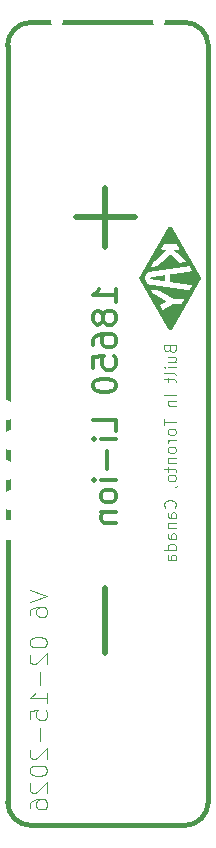
<source format=gbr>
%TF.GenerationSoftware,KiCad,Pcbnew,9.0.7*%
%TF.CreationDate,2026-02-15T21:55:52-05:00*%
%TF.ProjectId,Photon,50686f74-6f6e-42e6-9b69-6361645f7063,1.4*%
%TF.SameCoordinates,Original*%
%TF.FileFunction,Legend,Bot*%
%TF.FilePolarity,Positive*%
%FSLAX46Y46*%
G04 Gerber Fmt 4.6, Leading zero omitted, Abs format (unit mm)*
G04 Created by KiCad (PCBNEW 9.0.7) date 2026-02-15 21:55:52*
%MOMM*%
%LPD*%
G01*
G04 APERTURE LIST*
%ADD10C,0.100000*%
%ADD11C,0.300000*%
%ADD12C,0.400000*%
%ADD13C,0.500000*%
%ADD14C,0.000000*%
G04 APERTURE END LIST*
D10*
X90696312Y-81608646D02*
X92196312Y-82108646D01*
X92196312Y-82108646D02*
X90696312Y-82608646D01*
X90696312Y-83751503D02*
X90696312Y-83465788D01*
X90696312Y-83465788D02*
X90767741Y-83322931D01*
X90767741Y-83322931D02*
X90839169Y-83251503D01*
X90839169Y-83251503D02*
X91053455Y-83108645D01*
X91053455Y-83108645D02*
X91339169Y-83037217D01*
X91339169Y-83037217D02*
X91910598Y-83037217D01*
X91910598Y-83037217D02*
X92053455Y-83108645D01*
X92053455Y-83108645D02*
X92124884Y-83180074D01*
X92124884Y-83180074D02*
X92196312Y-83322931D01*
X92196312Y-83322931D02*
X92196312Y-83608645D01*
X92196312Y-83608645D02*
X92124884Y-83751503D01*
X92124884Y-83751503D02*
X92053455Y-83822931D01*
X92053455Y-83822931D02*
X91910598Y-83894360D01*
X91910598Y-83894360D02*
X91553455Y-83894360D01*
X91553455Y-83894360D02*
X91410598Y-83822931D01*
X91410598Y-83822931D02*
X91339169Y-83751503D01*
X91339169Y-83751503D02*
X91267741Y-83608645D01*
X91267741Y-83608645D02*
X91267741Y-83322931D01*
X91267741Y-83322931D02*
X91339169Y-83180074D01*
X91339169Y-83180074D02*
X91410598Y-83108645D01*
X91410598Y-83108645D02*
X91553455Y-83037217D01*
X90696312Y-85965788D02*
X90696312Y-86108645D01*
X90696312Y-86108645D02*
X90767741Y-86251502D01*
X90767741Y-86251502D02*
X90839169Y-86322931D01*
X90839169Y-86322931D02*
X90982026Y-86394359D01*
X90982026Y-86394359D02*
X91267741Y-86465788D01*
X91267741Y-86465788D02*
X91624884Y-86465788D01*
X91624884Y-86465788D02*
X91910598Y-86394359D01*
X91910598Y-86394359D02*
X92053455Y-86322931D01*
X92053455Y-86322931D02*
X92124884Y-86251502D01*
X92124884Y-86251502D02*
X92196312Y-86108645D01*
X92196312Y-86108645D02*
X92196312Y-85965788D01*
X92196312Y-85965788D02*
X92124884Y-85822931D01*
X92124884Y-85822931D02*
X92053455Y-85751502D01*
X92053455Y-85751502D02*
X91910598Y-85680073D01*
X91910598Y-85680073D02*
X91624884Y-85608645D01*
X91624884Y-85608645D02*
X91267741Y-85608645D01*
X91267741Y-85608645D02*
X90982026Y-85680073D01*
X90982026Y-85680073D02*
X90839169Y-85751502D01*
X90839169Y-85751502D02*
X90767741Y-85822931D01*
X90767741Y-85822931D02*
X90696312Y-85965788D01*
X90839169Y-87037216D02*
X90767741Y-87108644D01*
X90767741Y-87108644D02*
X90696312Y-87251502D01*
X90696312Y-87251502D02*
X90696312Y-87608644D01*
X90696312Y-87608644D02*
X90767741Y-87751502D01*
X90767741Y-87751502D02*
X90839169Y-87822930D01*
X90839169Y-87822930D02*
X90982026Y-87894359D01*
X90982026Y-87894359D02*
X91124884Y-87894359D01*
X91124884Y-87894359D02*
X91339169Y-87822930D01*
X91339169Y-87822930D02*
X92196312Y-86965787D01*
X92196312Y-86965787D02*
X92196312Y-87894359D01*
X91624884Y-88537215D02*
X91624884Y-89680073D01*
X92196312Y-91180073D02*
X92196312Y-90322930D01*
X92196312Y-90751501D02*
X90696312Y-90751501D01*
X90696312Y-90751501D02*
X90910598Y-90608644D01*
X90910598Y-90608644D02*
X91053455Y-90465787D01*
X91053455Y-90465787D02*
X91124884Y-90322930D01*
X90696312Y-92537215D02*
X90696312Y-91822929D01*
X90696312Y-91822929D02*
X91410598Y-91751501D01*
X91410598Y-91751501D02*
X91339169Y-91822929D01*
X91339169Y-91822929D02*
X91267741Y-91965787D01*
X91267741Y-91965787D02*
X91267741Y-92322929D01*
X91267741Y-92322929D02*
X91339169Y-92465787D01*
X91339169Y-92465787D02*
X91410598Y-92537215D01*
X91410598Y-92537215D02*
X91553455Y-92608644D01*
X91553455Y-92608644D02*
X91910598Y-92608644D01*
X91910598Y-92608644D02*
X92053455Y-92537215D01*
X92053455Y-92537215D02*
X92124884Y-92465787D01*
X92124884Y-92465787D02*
X92196312Y-92322929D01*
X92196312Y-92322929D02*
X92196312Y-91965787D01*
X92196312Y-91965787D02*
X92124884Y-91822929D01*
X92124884Y-91822929D02*
X92053455Y-91751501D01*
X91624884Y-93251500D02*
X91624884Y-94394358D01*
X90839169Y-95037215D02*
X90767741Y-95108643D01*
X90767741Y-95108643D02*
X90696312Y-95251501D01*
X90696312Y-95251501D02*
X90696312Y-95608643D01*
X90696312Y-95608643D02*
X90767741Y-95751501D01*
X90767741Y-95751501D02*
X90839169Y-95822929D01*
X90839169Y-95822929D02*
X90982026Y-95894358D01*
X90982026Y-95894358D02*
X91124884Y-95894358D01*
X91124884Y-95894358D02*
X91339169Y-95822929D01*
X91339169Y-95822929D02*
X92196312Y-94965786D01*
X92196312Y-94965786D02*
X92196312Y-95894358D01*
X90696312Y-96822929D02*
X90696312Y-96965786D01*
X90696312Y-96965786D02*
X90767741Y-97108643D01*
X90767741Y-97108643D02*
X90839169Y-97180072D01*
X90839169Y-97180072D02*
X90982026Y-97251500D01*
X90982026Y-97251500D02*
X91267741Y-97322929D01*
X91267741Y-97322929D02*
X91624884Y-97322929D01*
X91624884Y-97322929D02*
X91910598Y-97251500D01*
X91910598Y-97251500D02*
X92053455Y-97180072D01*
X92053455Y-97180072D02*
X92124884Y-97108643D01*
X92124884Y-97108643D02*
X92196312Y-96965786D01*
X92196312Y-96965786D02*
X92196312Y-96822929D01*
X92196312Y-96822929D02*
X92124884Y-96680072D01*
X92124884Y-96680072D02*
X92053455Y-96608643D01*
X92053455Y-96608643D02*
X91910598Y-96537214D01*
X91910598Y-96537214D02*
X91624884Y-96465786D01*
X91624884Y-96465786D02*
X91267741Y-96465786D01*
X91267741Y-96465786D02*
X90982026Y-96537214D01*
X90982026Y-96537214D02*
X90839169Y-96608643D01*
X90839169Y-96608643D02*
X90767741Y-96680072D01*
X90767741Y-96680072D02*
X90696312Y-96822929D01*
X90839169Y-97894357D02*
X90767741Y-97965785D01*
X90767741Y-97965785D02*
X90696312Y-98108643D01*
X90696312Y-98108643D02*
X90696312Y-98465785D01*
X90696312Y-98465785D02*
X90767741Y-98608643D01*
X90767741Y-98608643D02*
X90839169Y-98680071D01*
X90839169Y-98680071D02*
X90982026Y-98751500D01*
X90982026Y-98751500D02*
X91124884Y-98751500D01*
X91124884Y-98751500D02*
X91339169Y-98680071D01*
X91339169Y-98680071D02*
X92196312Y-97822928D01*
X92196312Y-97822928D02*
X92196312Y-98751500D01*
X90696312Y-100037214D02*
X90696312Y-99751499D01*
X90696312Y-99751499D02*
X90767741Y-99608642D01*
X90767741Y-99608642D02*
X90839169Y-99537214D01*
X90839169Y-99537214D02*
X91053455Y-99394356D01*
X91053455Y-99394356D02*
X91339169Y-99322928D01*
X91339169Y-99322928D02*
X91910598Y-99322928D01*
X91910598Y-99322928D02*
X92053455Y-99394356D01*
X92053455Y-99394356D02*
X92124884Y-99465785D01*
X92124884Y-99465785D02*
X92196312Y-99608642D01*
X92196312Y-99608642D02*
X92196312Y-99894356D01*
X92196312Y-99894356D02*
X92124884Y-100037214D01*
X92124884Y-100037214D02*
X92053455Y-100108642D01*
X92053455Y-100108642D02*
X91910598Y-100180071D01*
X91910598Y-100180071D02*
X91553455Y-100180071D01*
X91553455Y-100180071D02*
X91410598Y-100108642D01*
X91410598Y-100108642D02*
X91339169Y-100037214D01*
X91339169Y-100037214D02*
X91267741Y-99894356D01*
X91267741Y-99894356D02*
X91267741Y-99608642D01*
X91267741Y-99608642D02*
X91339169Y-99465785D01*
X91339169Y-99465785D02*
X91410598Y-99394356D01*
X91410598Y-99394356D02*
X91553455Y-99322928D01*
X102554609Y-61190217D02*
X102602228Y-61333074D01*
X102602228Y-61333074D02*
X102649847Y-61380693D01*
X102649847Y-61380693D02*
X102745085Y-61428312D01*
X102745085Y-61428312D02*
X102887942Y-61428312D01*
X102887942Y-61428312D02*
X102983180Y-61380693D01*
X102983180Y-61380693D02*
X103030800Y-61333074D01*
X103030800Y-61333074D02*
X103078419Y-61237836D01*
X103078419Y-61237836D02*
X103078419Y-60856884D01*
X103078419Y-60856884D02*
X102078419Y-60856884D01*
X102078419Y-60856884D02*
X102078419Y-61190217D01*
X102078419Y-61190217D02*
X102126038Y-61285455D01*
X102126038Y-61285455D02*
X102173657Y-61333074D01*
X102173657Y-61333074D02*
X102268895Y-61380693D01*
X102268895Y-61380693D02*
X102364133Y-61380693D01*
X102364133Y-61380693D02*
X102459371Y-61333074D01*
X102459371Y-61333074D02*
X102506990Y-61285455D01*
X102506990Y-61285455D02*
X102554609Y-61190217D01*
X102554609Y-61190217D02*
X102554609Y-60856884D01*
X102411752Y-62285455D02*
X103078419Y-62285455D01*
X102411752Y-61856884D02*
X102935561Y-61856884D01*
X102935561Y-61856884D02*
X103030800Y-61904503D01*
X103030800Y-61904503D02*
X103078419Y-61999741D01*
X103078419Y-61999741D02*
X103078419Y-62142598D01*
X103078419Y-62142598D02*
X103030800Y-62237836D01*
X103030800Y-62237836D02*
X102983180Y-62285455D01*
X103078419Y-62761646D02*
X102411752Y-62761646D01*
X102078419Y-62761646D02*
X102126038Y-62714027D01*
X102126038Y-62714027D02*
X102173657Y-62761646D01*
X102173657Y-62761646D02*
X102126038Y-62809265D01*
X102126038Y-62809265D02*
X102078419Y-62761646D01*
X102078419Y-62761646D02*
X102173657Y-62761646D01*
X103078419Y-63380693D02*
X103030800Y-63285455D01*
X103030800Y-63285455D02*
X102935561Y-63237836D01*
X102935561Y-63237836D02*
X102078419Y-63237836D01*
X102411752Y-63618789D02*
X102411752Y-63999741D01*
X102078419Y-63761646D02*
X102935561Y-63761646D01*
X102935561Y-63761646D02*
X103030800Y-63809265D01*
X103030800Y-63809265D02*
X103078419Y-63904503D01*
X103078419Y-63904503D02*
X103078419Y-63999741D01*
X103078419Y-65094980D02*
X102078419Y-65094980D01*
X102411752Y-65571170D02*
X103078419Y-65571170D01*
X102506990Y-65571170D02*
X102459371Y-65618789D01*
X102459371Y-65618789D02*
X102411752Y-65714027D01*
X102411752Y-65714027D02*
X102411752Y-65856884D01*
X102411752Y-65856884D02*
X102459371Y-65952122D01*
X102459371Y-65952122D02*
X102554609Y-65999741D01*
X102554609Y-65999741D02*
X103078419Y-65999741D01*
X102078419Y-67094980D02*
X102078419Y-67666408D01*
X103078419Y-67380694D02*
X102078419Y-67380694D01*
X103078419Y-68142599D02*
X103030800Y-68047361D01*
X103030800Y-68047361D02*
X102983180Y-67999742D01*
X102983180Y-67999742D02*
X102887942Y-67952123D01*
X102887942Y-67952123D02*
X102602228Y-67952123D01*
X102602228Y-67952123D02*
X102506990Y-67999742D01*
X102506990Y-67999742D02*
X102459371Y-68047361D01*
X102459371Y-68047361D02*
X102411752Y-68142599D01*
X102411752Y-68142599D02*
X102411752Y-68285456D01*
X102411752Y-68285456D02*
X102459371Y-68380694D01*
X102459371Y-68380694D02*
X102506990Y-68428313D01*
X102506990Y-68428313D02*
X102602228Y-68475932D01*
X102602228Y-68475932D02*
X102887942Y-68475932D01*
X102887942Y-68475932D02*
X102983180Y-68428313D01*
X102983180Y-68428313D02*
X103030800Y-68380694D01*
X103030800Y-68380694D02*
X103078419Y-68285456D01*
X103078419Y-68285456D02*
X103078419Y-68142599D01*
X103078419Y-68904504D02*
X102411752Y-68904504D01*
X102602228Y-68904504D02*
X102506990Y-68952123D01*
X102506990Y-68952123D02*
X102459371Y-68999742D01*
X102459371Y-68999742D02*
X102411752Y-69094980D01*
X102411752Y-69094980D02*
X102411752Y-69190218D01*
X103078419Y-69666409D02*
X103030800Y-69571171D01*
X103030800Y-69571171D02*
X102983180Y-69523552D01*
X102983180Y-69523552D02*
X102887942Y-69475933D01*
X102887942Y-69475933D02*
X102602228Y-69475933D01*
X102602228Y-69475933D02*
X102506990Y-69523552D01*
X102506990Y-69523552D02*
X102459371Y-69571171D01*
X102459371Y-69571171D02*
X102411752Y-69666409D01*
X102411752Y-69666409D02*
X102411752Y-69809266D01*
X102411752Y-69809266D02*
X102459371Y-69904504D01*
X102459371Y-69904504D02*
X102506990Y-69952123D01*
X102506990Y-69952123D02*
X102602228Y-69999742D01*
X102602228Y-69999742D02*
X102887942Y-69999742D01*
X102887942Y-69999742D02*
X102983180Y-69952123D01*
X102983180Y-69952123D02*
X103030800Y-69904504D01*
X103030800Y-69904504D02*
X103078419Y-69809266D01*
X103078419Y-69809266D02*
X103078419Y-69666409D01*
X102411752Y-70428314D02*
X103078419Y-70428314D01*
X102506990Y-70428314D02*
X102459371Y-70475933D01*
X102459371Y-70475933D02*
X102411752Y-70571171D01*
X102411752Y-70571171D02*
X102411752Y-70714028D01*
X102411752Y-70714028D02*
X102459371Y-70809266D01*
X102459371Y-70809266D02*
X102554609Y-70856885D01*
X102554609Y-70856885D02*
X103078419Y-70856885D01*
X102411752Y-71190219D02*
X102411752Y-71571171D01*
X102078419Y-71333076D02*
X102935561Y-71333076D01*
X102935561Y-71333076D02*
X103030800Y-71380695D01*
X103030800Y-71380695D02*
X103078419Y-71475933D01*
X103078419Y-71475933D02*
X103078419Y-71571171D01*
X103078419Y-72047362D02*
X103030800Y-71952124D01*
X103030800Y-71952124D02*
X102983180Y-71904505D01*
X102983180Y-71904505D02*
X102887942Y-71856886D01*
X102887942Y-71856886D02*
X102602228Y-71856886D01*
X102602228Y-71856886D02*
X102506990Y-71904505D01*
X102506990Y-71904505D02*
X102459371Y-71952124D01*
X102459371Y-71952124D02*
X102411752Y-72047362D01*
X102411752Y-72047362D02*
X102411752Y-72190219D01*
X102411752Y-72190219D02*
X102459371Y-72285457D01*
X102459371Y-72285457D02*
X102506990Y-72333076D01*
X102506990Y-72333076D02*
X102602228Y-72380695D01*
X102602228Y-72380695D02*
X102887942Y-72380695D01*
X102887942Y-72380695D02*
X102983180Y-72333076D01*
X102983180Y-72333076D02*
X103030800Y-72285457D01*
X103030800Y-72285457D02*
X103078419Y-72190219D01*
X103078419Y-72190219D02*
X103078419Y-72047362D01*
X103030800Y-72856886D02*
X103078419Y-72856886D01*
X103078419Y-72856886D02*
X103173657Y-72809267D01*
X103173657Y-72809267D02*
X103221276Y-72761648D01*
X102983180Y-74618790D02*
X103030800Y-74571171D01*
X103030800Y-74571171D02*
X103078419Y-74428314D01*
X103078419Y-74428314D02*
X103078419Y-74333076D01*
X103078419Y-74333076D02*
X103030800Y-74190219D01*
X103030800Y-74190219D02*
X102935561Y-74094981D01*
X102935561Y-74094981D02*
X102840323Y-74047362D01*
X102840323Y-74047362D02*
X102649847Y-73999743D01*
X102649847Y-73999743D02*
X102506990Y-73999743D01*
X102506990Y-73999743D02*
X102316514Y-74047362D01*
X102316514Y-74047362D02*
X102221276Y-74094981D01*
X102221276Y-74094981D02*
X102126038Y-74190219D01*
X102126038Y-74190219D02*
X102078419Y-74333076D01*
X102078419Y-74333076D02*
X102078419Y-74428314D01*
X102078419Y-74428314D02*
X102126038Y-74571171D01*
X102126038Y-74571171D02*
X102173657Y-74618790D01*
X103078419Y-75475933D02*
X102554609Y-75475933D01*
X102554609Y-75475933D02*
X102459371Y-75428314D01*
X102459371Y-75428314D02*
X102411752Y-75333076D01*
X102411752Y-75333076D02*
X102411752Y-75142600D01*
X102411752Y-75142600D02*
X102459371Y-75047362D01*
X103030800Y-75475933D02*
X103078419Y-75380695D01*
X103078419Y-75380695D02*
X103078419Y-75142600D01*
X103078419Y-75142600D02*
X103030800Y-75047362D01*
X103030800Y-75047362D02*
X102935561Y-74999743D01*
X102935561Y-74999743D02*
X102840323Y-74999743D01*
X102840323Y-74999743D02*
X102745085Y-75047362D01*
X102745085Y-75047362D02*
X102697466Y-75142600D01*
X102697466Y-75142600D02*
X102697466Y-75380695D01*
X102697466Y-75380695D02*
X102649847Y-75475933D01*
X102411752Y-75952124D02*
X103078419Y-75952124D01*
X102506990Y-75952124D02*
X102459371Y-75999743D01*
X102459371Y-75999743D02*
X102411752Y-76094981D01*
X102411752Y-76094981D02*
X102411752Y-76237838D01*
X102411752Y-76237838D02*
X102459371Y-76333076D01*
X102459371Y-76333076D02*
X102554609Y-76380695D01*
X102554609Y-76380695D02*
X103078419Y-76380695D01*
X103078419Y-77285457D02*
X102554609Y-77285457D01*
X102554609Y-77285457D02*
X102459371Y-77237838D01*
X102459371Y-77237838D02*
X102411752Y-77142600D01*
X102411752Y-77142600D02*
X102411752Y-76952124D01*
X102411752Y-76952124D02*
X102459371Y-76856886D01*
X103030800Y-77285457D02*
X103078419Y-77190219D01*
X103078419Y-77190219D02*
X103078419Y-76952124D01*
X103078419Y-76952124D02*
X103030800Y-76856886D01*
X103030800Y-76856886D02*
X102935561Y-76809267D01*
X102935561Y-76809267D02*
X102840323Y-76809267D01*
X102840323Y-76809267D02*
X102745085Y-76856886D01*
X102745085Y-76856886D02*
X102697466Y-76952124D01*
X102697466Y-76952124D02*
X102697466Y-77190219D01*
X102697466Y-77190219D02*
X102649847Y-77285457D01*
X103078419Y-78190219D02*
X102078419Y-78190219D01*
X103030800Y-78190219D02*
X103078419Y-78094981D01*
X103078419Y-78094981D02*
X103078419Y-77904505D01*
X103078419Y-77904505D02*
X103030800Y-77809267D01*
X103030800Y-77809267D02*
X102983180Y-77761648D01*
X102983180Y-77761648D02*
X102887942Y-77714029D01*
X102887942Y-77714029D02*
X102602228Y-77714029D01*
X102602228Y-77714029D02*
X102506990Y-77761648D01*
X102506990Y-77761648D02*
X102459371Y-77809267D01*
X102459371Y-77809267D02*
X102411752Y-77904505D01*
X102411752Y-77904505D02*
X102411752Y-78094981D01*
X102411752Y-78094981D02*
X102459371Y-78190219D01*
X103078419Y-79094981D02*
X102554609Y-79094981D01*
X102554609Y-79094981D02*
X102459371Y-79047362D01*
X102459371Y-79047362D02*
X102411752Y-78952124D01*
X102411752Y-78952124D02*
X102411752Y-78761648D01*
X102411752Y-78761648D02*
X102459371Y-78666410D01*
X103030800Y-79094981D02*
X103078419Y-78999743D01*
X103078419Y-78999743D02*
X103078419Y-78761648D01*
X103078419Y-78761648D02*
X103030800Y-78666410D01*
X103030800Y-78666410D02*
X102935561Y-78618791D01*
X102935561Y-78618791D02*
X102840323Y-78618791D01*
X102840323Y-78618791D02*
X102745085Y-78666410D01*
X102745085Y-78666410D02*
X102697466Y-78761648D01*
X102697466Y-78761648D02*
X102697466Y-78999743D01*
X102697466Y-78999743D02*
X102649847Y-79094981D01*
D11*
X98050438Y-57226177D02*
X98050438Y-56083320D01*
X98050438Y-56654748D02*
X96050438Y-56654748D01*
X96050438Y-56654748D02*
X96336152Y-56464272D01*
X96336152Y-56464272D02*
X96526628Y-56273796D01*
X96526628Y-56273796D02*
X96621866Y-56083320D01*
X96907580Y-58369034D02*
X96812342Y-58178558D01*
X96812342Y-58178558D02*
X96717104Y-58083320D01*
X96717104Y-58083320D02*
X96526628Y-57988082D01*
X96526628Y-57988082D02*
X96431390Y-57988082D01*
X96431390Y-57988082D02*
X96240914Y-58083320D01*
X96240914Y-58083320D02*
X96145676Y-58178558D01*
X96145676Y-58178558D02*
X96050438Y-58369034D01*
X96050438Y-58369034D02*
X96050438Y-58749987D01*
X96050438Y-58749987D02*
X96145676Y-58940463D01*
X96145676Y-58940463D02*
X96240914Y-59035701D01*
X96240914Y-59035701D02*
X96431390Y-59130939D01*
X96431390Y-59130939D02*
X96526628Y-59130939D01*
X96526628Y-59130939D02*
X96717104Y-59035701D01*
X96717104Y-59035701D02*
X96812342Y-58940463D01*
X96812342Y-58940463D02*
X96907580Y-58749987D01*
X96907580Y-58749987D02*
X96907580Y-58369034D01*
X96907580Y-58369034D02*
X97002819Y-58178558D01*
X97002819Y-58178558D02*
X97098057Y-58083320D01*
X97098057Y-58083320D02*
X97288533Y-57988082D01*
X97288533Y-57988082D02*
X97669485Y-57988082D01*
X97669485Y-57988082D02*
X97859961Y-58083320D01*
X97859961Y-58083320D02*
X97955200Y-58178558D01*
X97955200Y-58178558D02*
X98050438Y-58369034D01*
X98050438Y-58369034D02*
X98050438Y-58749987D01*
X98050438Y-58749987D02*
X97955200Y-58940463D01*
X97955200Y-58940463D02*
X97859961Y-59035701D01*
X97859961Y-59035701D02*
X97669485Y-59130939D01*
X97669485Y-59130939D02*
X97288533Y-59130939D01*
X97288533Y-59130939D02*
X97098057Y-59035701D01*
X97098057Y-59035701D02*
X97002819Y-58940463D01*
X97002819Y-58940463D02*
X96907580Y-58749987D01*
X96050438Y-60845225D02*
X96050438Y-60464272D01*
X96050438Y-60464272D02*
X96145676Y-60273796D01*
X96145676Y-60273796D02*
X96240914Y-60178558D01*
X96240914Y-60178558D02*
X96526628Y-59988082D01*
X96526628Y-59988082D02*
X96907580Y-59892844D01*
X96907580Y-59892844D02*
X97669485Y-59892844D01*
X97669485Y-59892844D02*
X97859961Y-59988082D01*
X97859961Y-59988082D02*
X97955200Y-60083320D01*
X97955200Y-60083320D02*
X98050438Y-60273796D01*
X98050438Y-60273796D02*
X98050438Y-60654749D01*
X98050438Y-60654749D02*
X97955200Y-60845225D01*
X97955200Y-60845225D02*
X97859961Y-60940463D01*
X97859961Y-60940463D02*
X97669485Y-61035701D01*
X97669485Y-61035701D02*
X97193295Y-61035701D01*
X97193295Y-61035701D02*
X97002819Y-60940463D01*
X97002819Y-60940463D02*
X96907580Y-60845225D01*
X96907580Y-60845225D02*
X96812342Y-60654749D01*
X96812342Y-60654749D02*
X96812342Y-60273796D01*
X96812342Y-60273796D02*
X96907580Y-60083320D01*
X96907580Y-60083320D02*
X97002819Y-59988082D01*
X97002819Y-59988082D02*
X97193295Y-59892844D01*
X96050438Y-62845225D02*
X96050438Y-61892844D01*
X96050438Y-61892844D02*
X97002819Y-61797606D01*
X97002819Y-61797606D02*
X96907580Y-61892844D01*
X96907580Y-61892844D02*
X96812342Y-62083320D01*
X96812342Y-62083320D02*
X96812342Y-62559511D01*
X96812342Y-62559511D02*
X96907580Y-62749987D01*
X96907580Y-62749987D02*
X97002819Y-62845225D01*
X97002819Y-62845225D02*
X97193295Y-62940463D01*
X97193295Y-62940463D02*
X97669485Y-62940463D01*
X97669485Y-62940463D02*
X97859961Y-62845225D01*
X97859961Y-62845225D02*
X97955200Y-62749987D01*
X97955200Y-62749987D02*
X98050438Y-62559511D01*
X98050438Y-62559511D02*
X98050438Y-62083320D01*
X98050438Y-62083320D02*
X97955200Y-61892844D01*
X97955200Y-61892844D02*
X97859961Y-61797606D01*
X96050438Y-64178558D02*
X96050438Y-64369035D01*
X96050438Y-64369035D02*
X96145676Y-64559511D01*
X96145676Y-64559511D02*
X96240914Y-64654749D01*
X96240914Y-64654749D02*
X96431390Y-64749987D01*
X96431390Y-64749987D02*
X96812342Y-64845225D01*
X96812342Y-64845225D02*
X97288533Y-64845225D01*
X97288533Y-64845225D02*
X97669485Y-64749987D01*
X97669485Y-64749987D02*
X97859961Y-64654749D01*
X97859961Y-64654749D02*
X97955200Y-64559511D01*
X97955200Y-64559511D02*
X98050438Y-64369035D01*
X98050438Y-64369035D02*
X98050438Y-64178558D01*
X98050438Y-64178558D02*
X97955200Y-63988082D01*
X97955200Y-63988082D02*
X97859961Y-63892844D01*
X97859961Y-63892844D02*
X97669485Y-63797606D01*
X97669485Y-63797606D02*
X97288533Y-63702368D01*
X97288533Y-63702368D02*
X96812342Y-63702368D01*
X96812342Y-63702368D02*
X96431390Y-63797606D01*
X96431390Y-63797606D02*
X96240914Y-63892844D01*
X96240914Y-63892844D02*
X96145676Y-63988082D01*
X96145676Y-63988082D02*
X96050438Y-64178558D01*
X98050438Y-68178559D02*
X98050438Y-67226178D01*
X98050438Y-67226178D02*
X96050438Y-67226178D01*
X98050438Y-68845226D02*
X96717104Y-68845226D01*
X96050438Y-68845226D02*
X96145676Y-68749988D01*
X96145676Y-68749988D02*
X96240914Y-68845226D01*
X96240914Y-68845226D02*
X96145676Y-68940464D01*
X96145676Y-68940464D02*
X96050438Y-68845226D01*
X96050438Y-68845226D02*
X96240914Y-68845226D01*
X97288533Y-69797607D02*
X97288533Y-71321417D01*
X98050438Y-72273797D02*
X96717104Y-72273797D01*
X96050438Y-72273797D02*
X96145676Y-72178559D01*
X96145676Y-72178559D02*
X96240914Y-72273797D01*
X96240914Y-72273797D02*
X96145676Y-72369035D01*
X96145676Y-72369035D02*
X96050438Y-72273797D01*
X96050438Y-72273797D02*
X96240914Y-72273797D01*
X98050438Y-73511892D02*
X97955200Y-73321416D01*
X97955200Y-73321416D02*
X97859961Y-73226178D01*
X97859961Y-73226178D02*
X97669485Y-73130940D01*
X97669485Y-73130940D02*
X97098057Y-73130940D01*
X97098057Y-73130940D02*
X96907580Y-73226178D01*
X96907580Y-73226178D02*
X96812342Y-73321416D01*
X96812342Y-73321416D02*
X96717104Y-73511892D01*
X96717104Y-73511892D02*
X96717104Y-73797607D01*
X96717104Y-73797607D02*
X96812342Y-73988083D01*
X96812342Y-73988083D02*
X96907580Y-74083321D01*
X96907580Y-74083321D02*
X97098057Y-74178559D01*
X97098057Y-74178559D02*
X97669485Y-74178559D01*
X97669485Y-74178559D02*
X97859961Y-74083321D01*
X97859961Y-74083321D02*
X97955200Y-73988083D01*
X97955200Y-73988083D02*
X98050438Y-73797607D01*
X98050438Y-73797607D02*
X98050438Y-73511892D01*
X96717104Y-75035702D02*
X98050438Y-75035702D01*
X96907580Y-75035702D02*
X96812342Y-75130940D01*
X96812342Y-75130940D02*
X96717104Y-75321416D01*
X96717104Y-75321416D02*
X96717104Y-75607131D01*
X96717104Y-75607131D02*
X96812342Y-75797607D01*
X96812342Y-75797607D02*
X97002819Y-75892845D01*
X97002819Y-75892845D02*
X98050438Y-75892845D01*
D12*
%TO.C,BT1*%
X103833800Y-101535000D02*
X90833800Y-101535000D01*
X88833800Y-99535000D02*
X88833800Y-35535000D01*
D13*
X97107300Y-81457000D02*
X97107300Y-86957000D01*
X94607300Y-50035000D02*
X99607300Y-50035000D01*
X97107300Y-47535000D02*
X97107300Y-52535000D01*
D12*
X105833800Y-35535000D02*
X105833800Y-99535000D01*
X90833800Y-33535000D02*
X103833801Y-33535000D01*
X90833800Y-101535000D02*
G75*
G02*
X88833800Y-99535000I0J2000000D01*
G01*
X105833800Y-99535000D02*
G75*
G02*
X103833800Y-101535000I-2000000J0D01*
G01*
X88833800Y-35535000D02*
G75*
G02*
X90833800Y-33535000I1999999J1D01*
G01*
X103833800Y-33535000D02*
G75*
G02*
X105833800Y-35535000I1J-1999999D01*
G01*
D14*
%TO.C,G\u002A\u002A\u002A*%
G36*
X102816000Y-59467750D02*
G01*
X102814750Y-59469000D01*
X102813500Y-59467750D01*
X102814750Y-59466500D01*
X102816000Y-59467750D01*
G37*
G36*
X102416000Y-59460250D02*
G01*
X102414750Y-59461500D01*
X102413500Y-59460250D01*
X102414750Y-59459000D01*
X102416000Y-59460250D01*
G37*
G36*
X102826000Y-59450250D02*
G01*
X102824750Y-59451500D01*
X102823500Y-59450250D01*
X102824750Y-59449000D01*
X102826000Y-59450250D01*
G37*
G36*
X102406000Y-59442750D02*
G01*
X102404750Y-59444000D01*
X102403500Y-59442750D01*
X102404750Y-59441500D01*
X102406000Y-59442750D01*
G37*
G36*
X102836000Y-59432750D02*
G01*
X102834750Y-59434000D01*
X102833500Y-59432750D01*
X102834750Y-59431500D01*
X102836000Y-59432750D01*
G37*
G36*
X102846000Y-59415250D02*
G01*
X102844750Y-59416500D01*
X102843500Y-59415250D01*
X102844750Y-59414000D01*
X102846000Y-59415250D01*
G37*
G36*
X102378500Y-59395250D02*
G01*
X102377250Y-59396500D01*
X102376000Y-59395250D01*
X102377250Y-59394000D01*
X102378500Y-59395250D01*
G37*
G36*
X102368500Y-59377750D02*
G01*
X102367250Y-59379000D01*
X102366000Y-59377750D01*
X102367250Y-59376500D01*
X102368500Y-59377750D01*
G37*
G36*
X102351000Y-59347750D02*
G01*
X102349750Y-59349000D01*
X102348500Y-59347750D01*
X102349750Y-59346500D01*
X102351000Y-59347750D01*
G37*
G36*
X102341000Y-59330250D02*
G01*
X102339750Y-59331500D01*
X102338500Y-59330250D01*
X102339750Y-59329000D01*
X102341000Y-59330250D01*
G37*
G36*
X102313500Y-59282750D02*
G01*
X102312250Y-59284000D01*
X102311000Y-59282750D01*
X102312250Y-59281500D01*
X102313500Y-59282750D01*
G37*
G36*
X102303500Y-59265250D02*
G01*
X102302250Y-59266500D01*
X102301000Y-59265250D01*
X102302250Y-59264000D01*
X102303500Y-59265250D01*
G37*
G36*
X102276000Y-59217750D02*
G01*
X102274750Y-59219000D01*
X102273500Y-59217750D01*
X102274750Y-59216500D01*
X102276000Y-59217750D01*
G37*
G36*
X102266000Y-59200250D02*
G01*
X102264750Y-59201500D01*
X102263500Y-59200250D01*
X102264750Y-59199000D01*
X102266000Y-59200250D01*
G37*
G36*
X102968500Y-59200250D02*
G01*
X102967250Y-59201500D01*
X102966000Y-59200250D01*
X102967250Y-59199000D01*
X102968500Y-59200250D01*
G37*
G36*
X102978500Y-59182750D02*
G01*
X102977250Y-59184000D01*
X102976000Y-59182750D01*
X102977250Y-59181500D01*
X102978500Y-59182750D01*
G37*
G36*
X102988500Y-59165250D02*
G01*
X102987250Y-59166500D01*
X102986000Y-59165250D01*
X102987250Y-59164000D01*
X102988500Y-59165250D01*
G37*
G36*
X102238500Y-59152750D02*
G01*
X102237250Y-59154000D01*
X102236000Y-59152750D01*
X102237250Y-59151500D01*
X102238500Y-59152750D01*
G37*
G36*
X102998500Y-59147750D02*
G01*
X102997250Y-59149000D01*
X102996000Y-59147750D01*
X102997250Y-59146500D01*
X102998500Y-59147750D01*
G37*
G36*
X102228500Y-59135250D02*
G01*
X102227250Y-59136500D01*
X102226000Y-59135250D01*
X102227250Y-59134000D01*
X102228500Y-59135250D01*
G37*
G36*
X103008500Y-59130250D02*
G01*
X103007250Y-59131500D01*
X103006000Y-59130250D01*
X103007250Y-59129000D01*
X103008500Y-59130250D01*
G37*
G36*
X103018500Y-59112750D02*
G01*
X103017250Y-59114000D01*
X103016000Y-59112750D01*
X103017250Y-59111500D01*
X103018500Y-59112750D01*
G37*
G36*
X102211000Y-59105250D02*
G01*
X102209750Y-59106500D01*
X102208500Y-59105250D01*
X102209750Y-59104000D01*
X102211000Y-59105250D01*
G37*
G36*
X103028500Y-59095250D02*
G01*
X103027250Y-59096500D01*
X103026000Y-59095250D01*
X103027250Y-59094000D01*
X103028500Y-59095250D01*
G37*
G36*
X102201000Y-59087750D02*
G01*
X102199750Y-59089000D01*
X102198500Y-59087750D01*
X102199750Y-59086500D01*
X102201000Y-59087750D01*
G37*
G36*
X103038500Y-59077750D02*
G01*
X103037250Y-59079000D01*
X103036000Y-59077750D01*
X103037250Y-59076500D01*
X103038500Y-59077750D01*
G37*
G36*
X103048500Y-59060250D02*
G01*
X103047250Y-59061500D01*
X103046000Y-59060250D01*
X103047250Y-59059000D01*
X103048500Y-59060250D01*
G37*
G36*
X103058500Y-59042750D02*
G01*
X103057250Y-59044000D01*
X103056000Y-59042750D01*
X103057250Y-59041500D01*
X103058500Y-59042750D01*
G37*
G36*
X102173500Y-59040250D02*
G01*
X102172250Y-59041500D01*
X102171000Y-59040250D01*
X102172250Y-59039000D01*
X102173500Y-59040250D01*
G37*
G36*
X103068500Y-59025250D02*
G01*
X103067250Y-59026500D01*
X103066000Y-59025250D01*
X103067250Y-59024000D01*
X103068500Y-59025250D01*
G37*
G36*
X102163500Y-59022750D02*
G01*
X102162250Y-59024000D01*
X102161000Y-59022750D01*
X102162250Y-59021500D01*
X102163500Y-59022750D01*
G37*
G36*
X103078500Y-59007750D02*
G01*
X103077250Y-59009000D01*
X103076000Y-59007750D01*
X103077250Y-59006500D01*
X103078500Y-59007750D01*
G37*
G36*
X103088500Y-58990250D02*
G01*
X103087250Y-58991500D01*
X103086000Y-58990250D01*
X103087250Y-58989000D01*
X103088500Y-58990250D01*
G37*
G36*
X102136000Y-58975250D02*
G01*
X102134750Y-58976500D01*
X102133500Y-58975250D01*
X102134750Y-58974000D01*
X102136000Y-58975250D01*
G37*
G36*
X103098500Y-58972750D02*
G01*
X103097250Y-58974000D01*
X103096000Y-58972750D01*
X103097250Y-58971500D01*
X103098500Y-58972750D01*
G37*
G36*
X102126000Y-58957750D02*
G01*
X102124750Y-58959000D01*
X102123500Y-58957750D01*
X102124750Y-58956500D01*
X102126000Y-58957750D01*
G37*
G36*
X103108500Y-58955250D02*
G01*
X103107250Y-58956500D01*
X103106000Y-58955250D01*
X103107250Y-58954000D01*
X103108500Y-58955250D01*
G37*
G36*
X103118500Y-58937750D02*
G01*
X103117250Y-58939000D01*
X103116000Y-58937750D01*
X103117250Y-58936500D01*
X103118500Y-58937750D01*
G37*
G36*
X102108500Y-58927750D02*
G01*
X102107250Y-58929000D01*
X102106000Y-58927750D01*
X102107250Y-58926500D01*
X102108500Y-58927750D01*
G37*
G36*
X103128500Y-58920250D02*
G01*
X103127250Y-58921500D01*
X103126000Y-58920250D01*
X103127250Y-58919000D01*
X103128500Y-58920250D01*
G37*
G36*
X102098500Y-58910250D02*
G01*
X102097250Y-58911500D01*
X102096000Y-58910250D01*
X102097250Y-58909000D01*
X102098500Y-58910250D01*
G37*
G36*
X103138500Y-58902750D02*
G01*
X103137250Y-58904000D01*
X103136000Y-58902750D01*
X103137250Y-58901500D01*
X103138500Y-58902750D01*
G37*
G36*
X102071000Y-58862750D02*
G01*
X102069750Y-58864000D01*
X102068500Y-58862750D01*
X102069750Y-58861500D01*
X102071000Y-58862750D01*
G37*
G36*
X102061000Y-58845250D02*
G01*
X102059750Y-58846500D01*
X102058500Y-58845250D01*
X102059750Y-58844000D01*
X102061000Y-58845250D01*
G37*
G36*
X102033500Y-58797750D02*
G01*
X102032250Y-58799000D01*
X102031000Y-58797750D01*
X102032250Y-58796500D01*
X102033500Y-58797750D01*
G37*
G36*
X102023500Y-58780250D02*
G01*
X102022250Y-58781500D01*
X102021000Y-58780250D01*
X102022250Y-58779000D01*
X102023500Y-58780250D01*
G37*
G36*
X101996000Y-58732750D02*
G01*
X101994750Y-58734000D01*
X101993500Y-58732750D01*
X101994750Y-58731500D01*
X101996000Y-58732750D01*
G37*
G36*
X101986000Y-58715250D02*
G01*
X101984750Y-58716500D01*
X101983500Y-58715250D01*
X101984750Y-58714000D01*
X101986000Y-58715250D01*
G37*
G36*
X101968500Y-58685250D02*
G01*
X101967250Y-58686500D01*
X101966000Y-58685250D01*
X101967250Y-58684000D01*
X101968500Y-58685250D01*
G37*
G36*
X103271000Y-58670250D02*
G01*
X103269750Y-58671500D01*
X103268500Y-58670250D01*
X103269750Y-58669000D01*
X103271000Y-58670250D01*
G37*
G36*
X101958500Y-58667750D02*
G01*
X101957250Y-58669000D01*
X101956000Y-58667750D01*
X101957250Y-58666500D01*
X101958500Y-58667750D01*
G37*
G36*
X103281000Y-58652750D02*
G01*
X103279750Y-58654000D01*
X103278500Y-58652750D01*
X103279750Y-58651500D01*
X103281000Y-58652750D01*
G37*
G36*
X103291000Y-58635250D02*
G01*
X103289750Y-58636500D01*
X103288500Y-58635250D01*
X103289750Y-58634000D01*
X103291000Y-58635250D01*
G37*
G36*
X101931000Y-58620250D02*
G01*
X101929750Y-58621500D01*
X101928500Y-58620250D01*
X101929750Y-58619000D01*
X101931000Y-58620250D01*
G37*
G36*
X103301000Y-58617750D02*
G01*
X103299750Y-58619000D01*
X103298500Y-58617750D01*
X103299750Y-58616500D01*
X103301000Y-58617750D01*
G37*
G36*
X101921000Y-58602750D02*
G01*
X101919750Y-58604000D01*
X101918500Y-58602750D01*
X101919750Y-58601500D01*
X101921000Y-58602750D01*
G37*
G36*
X103311000Y-58600250D02*
G01*
X103309750Y-58601500D01*
X103308500Y-58600250D01*
X103309750Y-58599000D01*
X103311000Y-58600250D01*
G37*
G36*
X103321000Y-58582750D02*
G01*
X103319750Y-58584000D01*
X103318500Y-58582750D01*
X103319750Y-58581500D01*
X103321000Y-58582750D01*
G37*
G36*
X103331000Y-58565250D02*
G01*
X103329750Y-58566500D01*
X103328500Y-58565250D01*
X103329750Y-58564000D01*
X103331000Y-58565250D01*
G37*
G36*
X101893500Y-58555250D02*
G01*
X101892250Y-58556500D01*
X101891000Y-58555250D01*
X101892250Y-58554000D01*
X101893500Y-58555250D01*
G37*
G36*
X103341000Y-58547750D02*
G01*
X103339750Y-58549000D01*
X103338500Y-58547750D01*
X103339750Y-58546500D01*
X103341000Y-58547750D01*
G37*
G36*
X101883500Y-58537750D02*
G01*
X101882250Y-58539000D01*
X101881000Y-58537750D01*
X101882250Y-58536500D01*
X101883500Y-58537750D01*
G37*
G36*
X103351000Y-58530250D02*
G01*
X103349750Y-58531500D01*
X103348500Y-58530250D01*
X103349750Y-58529000D01*
X103351000Y-58530250D01*
G37*
G36*
X103361000Y-58512750D02*
G01*
X103359750Y-58514000D01*
X103358500Y-58512750D01*
X103359750Y-58511500D01*
X103361000Y-58512750D01*
G37*
G36*
X103371000Y-58495250D02*
G01*
X103369750Y-58496500D01*
X103368500Y-58495250D01*
X103369750Y-58494000D01*
X103371000Y-58495250D01*
G37*
G36*
X101856000Y-58490250D02*
G01*
X101854750Y-58491500D01*
X101853500Y-58490250D01*
X101854750Y-58489000D01*
X101856000Y-58490250D01*
G37*
G36*
X103381000Y-58477750D02*
G01*
X103379750Y-58479000D01*
X103378500Y-58477750D01*
X103379750Y-58476500D01*
X103381000Y-58477750D01*
G37*
G36*
X101846000Y-58472750D02*
G01*
X101844750Y-58474000D01*
X101843500Y-58472750D01*
X101844750Y-58471500D01*
X101846000Y-58472750D01*
G37*
G36*
X103391000Y-58460250D02*
G01*
X103389750Y-58461500D01*
X103388500Y-58460250D01*
X103389750Y-58459000D01*
X103391000Y-58460250D01*
G37*
G36*
X101828500Y-58442750D02*
G01*
X101827250Y-58444000D01*
X101826000Y-58442750D01*
X101827250Y-58441500D01*
X101828500Y-58442750D01*
G37*
G36*
X103401000Y-58442750D02*
G01*
X103399750Y-58444000D01*
X103398500Y-58442750D01*
X103399750Y-58441500D01*
X103401000Y-58442750D01*
G37*
G36*
X101818500Y-58425250D02*
G01*
X101817250Y-58426500D01*
X101816000Y-58425250D01*
X101817250Y-58424000D01*
X101818500Y-58425250D01*
G37*
G36*
X103411000Y-58425250D02*
G01*
X103409750Y-58426500D01*
X103408500Y-58425250D01*
X103409750Y-58424000D01*
X103411000Y-58425250D01*
G37*
G36*
X103421000Y-58407750D02*
G01*
X103419750Y-58409000D01*
X103418500Y-58407750D01*
X103419750Y-58406500D01*
X103421000Y-58407750D01*
G37*
G36*
X103431000Y-58390250D02*
G01*
X103429750Y-58391500D01*
X103428500Y-58390250D01*
X103429750Y-58389000D01*
X103431000Y-58390250D01*
G37*
G36*
X101791000Y-58377750D02*
G01*
X101789750Y-58379000D01*
X101788500Y-58377750D01*
X101789750Y-58376500D01*
X101791000Y-58377750D01*
G37*
G36*
X101781000Y-58360250D02*
G01*
X101779750Y-58361500D01*
X101778500Y-58360250D01*
X101779750Y-58359000D01*
X101781000Y-58360250D01*
G37*
G36*
X101753500Y-58312750D02*
G01*
X101752250Y-58314000D01*
X101751000Y-58312750D01*
X101752250Y-58311500D01*
X101753500Y-58312750D01*
G37*
G36*
X101743500Y-58295250D02*
G01*
X101742250Y-58296500D01*
X101741000Y-58295250D01*
X101742250Y-58294000D01*
X101743500Y-58295250D01*
G37*
G36*
X101716000Y-58247750D02*
G01*
X101714750Y-58249000D01*
X101713500Y-58247750D01*
X101714750Y-58246500D01*
X101716000Y-58247750D01*
G37*
G36*
X101706000Y-58230250D02*
G01*
X101704750Y-58231500D01*
X101703500Y-58230250D01*
X101704750Y-58229000D01*
X101706000Y-58230250D01*
G37*
G36*
X101688500Y-58200250D02*
G01*
X101687250Y-58201500D01*
X101686000Y-58200250D01*
X101687250Y-58199000D01*
X101688500Y-58200250D01*
G37*
G36*
X101678500Y-58182750D02*
G01*
X101677250Y-58184000D01*
X101676000Y-58182750D01*
X101677250Y-58181500D01*
X101678500Y-58182750D01*
G37*
G36*
X103563500Y-58157750D02*
G01*
X103562250Y-58159000D01*
X103561000Y-58157750D01*
X103562250Y-58156500D01*
X103563500Y-58157750D01*
G37*
G36*
X103573500Y-58140250D02*
G01*
X103572250Y-58141500D01*
X103571000Y-58140250D01*
X103572250Y-58139000D01*
X103573500Y-58140250D01*
G37*
G36*
X101651000Y-58135250D02*
G01*
X101649750Y-58136500D01*
X101648500Y-58135250D01*
X101649750Y-58134000D01*
X101651000Y-58135250D01*
G37*
G36*
X103583500Y-58122750D02*
G01*
X103582250Y-58124000D01*
X103581000Y-58122750D01*
X103582250Y-58121500D01*
X103583500Y-58122750D01*
G37*
G36*
X101641000Y-58117750D02*
G01*
X101639750Y-58119000D01*
X101638500Y-58117750D01*
X101639750Y-58116500D01*
X101641000Y-58117750D01*
G37*
G36*
X103593500Y-58105250D02*
G01*
X103592250Y-58106500D01*
X103591000Y-58105250D01*
X103592250Y-58104000D01*
X103593500Y-58105250D01*
G37*
G36*
X103603500Y-58087750D02*
G01*
X103602250Y-58089000D01*
X103601000Y-58087750D01*
X103602250Y-58086500D01*
X103603500Y-58087750D01*
G37*
G36*
X101613500Y-58070250D02*
G01*
X101612250Y-58071500D01*
X101611000Y-58070250D01*
X101612250Y-58069000D01*
X101613500Y-58070250D01*
G37*
G36*
X103613500Y-58070250D02*
G01*
X103612250Y-58071500D01*
X103611000Y-58070250D01*
X103612250Y-58069000D01*
X103613500Y-58070250D01*
G37*
G36*
X101603500Y-58052750D02*
G01*
X101602250Y-58054000D01*
X101601000Y-58052750D01*
X101602250Y-58051500D01*
X101603500Y-58052750D01*
G37*
G36*
X103623500Y-58052750D02*
G01*
X103622250Y-58054000D01*
X103621000Y-58052750D01*
X103622250Y-58051500D01*
X103623500Y-58052750D01*
G37*
G36*
X103633500Y-58035250D02*
G01*
X103632250Y-58036500D01*
X103631000Y-58035250D01*
X103632250Y-58034000D01*
X103633500Y-58035250D01*
G37*
G36*
X101586000Y-58022750D02*
G01*
X101584750Y-58024000D01*
X101583500Y-58022750D01*
X101584750Y-58021500D01*
X101586000Y-58022750D01*
G37*
G36*
X103643500Y-58017750D02*
G01*
X103642250Y-58019000D01*
X103641000Y-58017750D01*
X103642250Y-58016500D01*
X103643500Y-58017750D01*
G37*
G36*
X101576000Y-58005250D02*
G01*
X101574750Y-58006500D01*
X101573500Y-58005250D01*
X101574750Y-58004000D01*
X101576000Y-58005250D01*
G37*
G36*
X103653500Y-58000250D02*
G01*
X103652250Y-58001500D01*
X103651000Y-58000250D01*
X103652250Y-57999000D01*
X103653500Y-58000250D01*
G37*
G36*
X103663500Y-57982750D02*
G01*
X103662250Y-57984000D01*
X103661000Y-57982750D01*
X103662250Y-57981500D01*
X103663500Y-57982750D01*
G37*
G36*
X103673500Y-57965250D02*
G01*
X103672250Y-57966500D01*
X103671000Y-57965250D01*
X103672250Y-57964000D01*
X103673500Y-57965250D01*
G37*
G36*
X101548500Y-57957750D02*
G01*
X101547250Y-57959000D01*
X101546000Y-57957750D01*
X101547250Y-57956500D01*
X101548500Y-57957750D01*
G37*
G36*
X103683500Y-57947750D02*
G01*
X103682250Y-57949000D01*
X103681000Y-57947750D01*
X103682250Y-57946500D01*
X103683500Y-57947750D01*
G37*
G36*
X101538500Y-57940250D02*
G01*
X101537250Y-57941500D01*
X101536000Y-57940250D01*
X101537250Y-57939000D01*
X101538500Y-57940250D01*
G37*
G36*
X103693500Y-57930250D02*
G01*
X103692250Y-57931500D01*
X103691000Y-57930250D01*
X103692250Y-57929000D01*
X103693500Y-57930250D01*
G37*
G36*
X103703500Y-57912750D02*
G01*
X103702250Y-57914000D01*
X103701000Y-57912750D01*
X103702250Y-57911500D01*
X103703500Y-57912750D01*
G37*
G36*
X103713500Y-57895250D02*
G01*
X103712250Y-57896500D01*
X103711000Y-57895250D01*
X103712250Y-57894000D01*
X103713500Y-57895250D01*
G37*
G36*
X101511000Y-57892750D02*
G01*
X101509750Y-57894000D01*
X101508500Y-57892750D01*
X101509750Y-57891500D01*
X101511000Y-57892750D01*
G37*
G36*
X102018500Y-57877750D02*
G01*
X102017250Y-57879000D01*
X102016000Y-57877750D01*
X102017250Y-57876500D01*
X102018500Y-57877750D01*
G37*
G36*
X103723500Y-57877750D02*
G01*
X103722250Y-57879000D01*
X103721000Y-57877750D01*
X103722250Y-57876500D01*
X103723500Y-57877750D01*
G37*
G36*
X101501000Y-57875250D02*
G01*
X101499750Y-57876500D01*
X101498500Y-57875250D01*
X101499750Y-57874000D01*
X101501000Y-57875250D01*
G37*
G36*
X102036000Y-57867750D02*
G01*
X102034750Y-57869000D01*
X102033500Y-57867750D01*
X102034750Y-57866500D01*
X102036000Y-57867750D01*
G37*
G36*
X102048500Y-57860250D02*
G01*
X102047250Y-57861500D01*
X102046000Y-57860250D01*
X102047250Y-57859000D01*
X102048500Y-57860250D01*
G37*
G36*
X102066000Y-57850250D02*
G01*
X102064750Y-57851500D01*
X102063500Y-57850250D01*
X102064750Y-57849000D01*
X102066000Y-57850250D01*
G37*
G36*
X101941000Y-57847750D02*
G01*
X101939750Y-57849000D01*
X101938500Y-57847750D01*
X101939750Y-57846500D01*
X101941000Y-57847750D01*
G37*
G36*
X102083500Y-57840250D02*
G01*
X102082250Y-57841500D01*
X102081000Y-57840250D01*
X102082250Y-57839000D01*
X102083500Y-57840250D01*
G37*
G36*
X102096000Y-57832750D02*
G01*
X102094750Y-57834000D01*
X102093500Y-57832750D01*
X102094750Y-57831500D01*
X102096000Y-57832750D01*
G37*
G36*
X101473500Y-57827750D02*
G01*
X101472250Y-57829000D01*
X101471000Y-57827750D01*
X101472250Y-57826500D01*
X101473500Y-57827750D01*
G37*
G36*
X102113500Y-57822750D02*
G01*
X102112250Y-57824000D01*
X102111000Y-57822750D01*
X102112250Y-57821500D01*
X102113500Y-57822750D01*
G37*
G36*
X101921000Y-57812750D02*
G01*
X101919750Y-57814000D01*
X101918500Y-57812750D01*
X101919750Y-57811500D01*
X101921000Y-57812750D01*
G37*
G36*
X102131000Y-57812750D02*
G01*
X102129750Y-57814000D01*
X102128500Y-57812750D01*
X102129750Y-57811500D01*
X102131000Y-57812750D01*
G37*
G36*
X101463500Y-57810250D02*
G01*
X101462250Y-57811500D01*
X101461000Y-57810250D01*
X101462250Y-57809000D01*
X101463500Y-57810250D01*
G37*
G36*
X102148500Y-57802750D02*
G01*
X102147250Y-57804000D01*
X102146000Y-57802750D01*
X102147250Y-57801500D01*
X102148500Y-57802750D01*
G37*
G36*
X101913500Y-57800250D02*
G01*
X101912250Y-57801500D01*
X101911000Y-57800250D01*
X101912250Y-57799000D01*
X101913500Y-57800250D01*
G37*
G36*
X102161000Y-57795250D02*
G01*
X102159750Y-57796500D01*
X102158500Y-57795250D01*
X102159750Y-57794000D01*
X102161000Y-57795250D01*
G37*
G36*
X102178500Y-57785250D02*
G01*
X102177250Y-57786500D01*
X102176000Y-57785250D01*
X102177250Y-57784000D01*
X102178500Y-57785250D01*
G37*
G36*
X101903500Y-57782750D02*
G01*
X101902250Y-57784000D01*
X101901000Y-57782750D01*
X101902250Y-57781500D01*
X101903500Y-57782750D01*
G37*
G36*
X101446000Y-57780250D02*
G01*
X101444750Y-57781500D01*
X101443500Y-57780250D01*
X101444750Y-57779000D01*
X101446000Y-57780250D01*
G37*
G36*
X102196000Y-57775250D02*
G01*
X102194750Y-57776500D01*
X102193500Y-57775250D01*
X102194750Y-57774000D01*
X102196000Y-57775250D01*
G37*
G36*
X101893500Y-57765250D02*
G01*
X101892250Y-57766500D01*
X101891000Y-57765250D01*
X101892250Y-57764000D01*
X101893500Y-57765250D01*
G37*
G36*
X102213500Y-57765250D02*
G01*
X102212250Y-57766500D01*
X102211000Y-57765250D01*
X102212250Y-57764000D01*
X102213500Y-57765250D01*
G37*
G36*
X101436000Y-57762750D02*
G01*
X101434750Y-57764000D01*
X101433500Y-57762750D01*
X101434750Y-57761500D01*
X101436000Y-57762750D01*
G37*
G36*
X102226000Y-57757750D02*
G01*
X102224750Y-57759000D01*
X102223500Y-57757750D01*
X102224750Y-57756500D01*
X102226000Y-57757750D01*
G37*
G36*
X101886000Y-57752750D02*
G01*
X101884750Y-57754000D01*
X101883500Y-57752750D01*
X101884750Y-57751500D01*
X101886000Y-57752750D01*
G37*
G36*
X102261000Y-57737750D02*
G01*
X102259750Y-57739000D01*
X102258500Y-57737750D01*
X102259750Y-57736500D01*
X102261000Y-57737750D01*
G37*
G36*
X101876000Y-57735250D02*
G01*
X101874750Y-57736500D01*
X101873500Y-57735250D01*
X101874750Y-57734000D01*
X101876000Y-57735250D01*
G37*
G36*
X102273500Y-57730250D02*
G01*
X102272250Y-57731500D01*
X102271000Y-57730250D01*
X102272250Y-57729000D01*
X102273500Y-57730250D01*
G37*
G36*
X102291000Y-57720250D02*
G01*
X102289750Y-57721500D01*
X102288500Y-57720250D01*
X102289750Y-57719000D01*
X102291000Y-57720250D01*
G37*
G36*
X101866000Y-57717750D02*
G01*
X101864750Y-57719000D01*
X101863500Y-57717750D01*
X101864750Y-57716500D01*
X101866000Y-57717750D01*
G37*
G36*
X101408500Y-57715250D02*
G01*
X101407250Y-57716500D01*
X101406000Y-57715250D01*
X101407250Y-57714000D01*
X101408500Y-57715250D01*
G37*
G36*
X102308500Y-57710250D02*
G01*
X102307250Y-57711500D01*
X102306000Y-57710250D01*
X102307250Y-57709000D01*
X102308500Y-57710250D01*
G37*
G36*
X101856000Y-57700250D02*
G01*
X101854750Y-57701500D01*
X101853500Y-57700250D01*
X101854750Y-57699000D01*
X101856000Y-57700250D01*
G37*
G36*
X102326000Y-57700250D02*
G01*
X102324750Y-57701500D01*
X102323500Y-57700250D01*
X102324750Y-57699000D01*
X102326000Y-57700250D01*
G37*
G36*
X101398500Y-57697750D02*
G01*
X101397250Y-57699000D01*
X101396000Y-57697750D01*
X101397250Y-57696500D01*
X101398500Y-57697750D01*
G37*
G36*
X102338500Y-57692750D02*
G01*
X102337250Y-57694000D01*
X102336000Y-57692750D01*
X102337250Y-57691500D01*
X102338500Y-57692750D01*
G37*
G36*
X101848500Y-57687750D02*
G01*
X101847250Y-57689000D01*
X101846000Y-57687750D01*
X101847250Y-57686500D01*
X101848500Y-57687750D01*
G37*
G36*
X102356000Y-57682750D02*
G01*
X102354750Y-57684000D01*
X102353500Y-57682750D01*
X102354750Y-57681500D01*
X102356000Y-57682750D01*
G37*
G36*
X102373500Y-57672750D02*
G01*
X102372250Y-57674000D01*
X102371000Y-57672750D01*
X102372250Y-57671500D01*
X102373500Y-57672750D01*
G37*
G36*
X101838500Y-57670250D02*
G01*
X101837250Y-57671500D01*
X101836000Y-57670250D01*
X101837250Y-57669000D01*
X101838500Y-57670250D01*
G37*
G36*
X102391000Y-57662750D02*
G01*
X102389750Y-57664000D01*
X102388500Y-57662750D01*
X102389750Y-57661500D01*
X102391000Y-57662750D01*
G37*
G36*
X102403500Y-57655250D02*
G01*
X102402250Y-57656500D01*
X102401000Y-57655250D01*
X102402250Y-57654000D01*
X102403500Y-57655250D01*
G37*
G36*
X101828500Y-57652750D02*
G01*
X101827250Y-57654000D01*
X101826000Y-57652750D01*
X101827250Y-57651500D01*
X101828500Y-57652750D01*
G37*
G36*
X101371000Y-57650250D02*
G01*
X101369750Y-57651500D01*
X101368500Y-57650250D01*
X101369750Y-57649000D01*
X101371000Y-57650250D01*
G37*
G36*
X102421000Y-57645250D02*
G01*
X102419750Y-57646500D01*
X102418500Y-57645250D01*
X102419750Y-57644000D01*
X102421000Y-57645250D01*
G37*
G36*
X103856000Y-57645250D02*
G01*
X103854750Y-57646500D01*
X103853500Y-57645250D01*
X103854750Y-57644000D01*
X103856000Y-57645250D01*
G37*
G36*
X101818500Y-57635250D02*
G01*
X101817250Y-57636500D01*
X101816000Y-57635250D01*
X101817250Y-57634000D01*
X101818500Y-57635250D01*
G37*
G36*
X102438500Y-57635250D02*
G01*
X102437250Y-57636500D01*
X102436000Y-57635250D01*
X102437250Y-57634000D01*
X102438500Y-57635250D01*
G37*
G36*
X101361000Y-57632750D02*
G01*
X101359750Y-57634000D01*
X101358500Y-57632750D01*
X101359750Y-57631500D01*
X101361000Y-57632750D01*
G37*
G36*
X103866000Y-57627750D02*
G01*
X103864750Y-57629000D01*
X103863500Y-57627750D01*
X103864750Y-57626500D01*
X103866000Y-57627750D01*
G37*
G36*
X102456000Y-57625250D02*
G01*
X102454750Y-57626500D01*
X102453500Y-57625250D01*
X102454750Y-57624000D01*
X102456000Y-57625250D01*
G37*
G36*
X101811000Y-57622750D02*
G01*
X101809750Y-57624000D01*
X101808500Y-57622750D01*
X101809750Y-57621500D01*
X101811000Y-57622750D01*
G37*
G36*
X102468500Y-57617750D02*
G01*
X102467250Y-57619000D01*
X102466000Y-57617750D01*
X102467250Y-57616500D01*
X102468500Y-57617750D01*
G37*
G36*
X103876000Y-57610250D02*
G01*
X103874750Y-57611500D01*
X103873500Y-57610250D01*
X103874750Y-57609000D01*
X103876000Y-57610250D01*
G37*
G36*
X101801000Y-57605250D02*
G01*
X101799750Y-57606500D01*
X101798500Y-57605250D01*
X101799750Y-57604000D01*
X101801000Y-57605250D01*
G37*
G36*
X102503500Y-57597750D02*
G01*
X102502250Y-57599000D01*
X102501000Y-57597750D01*
X102502250Y-57596500D01*
X102503500Y-57597750D01*
G37*
G36*
X103886000Y-57592750D02*
G01*
X103884750Y-57594000D01*
X103883500Y-57592750D01*
X103884750Y-57591500D01*
X103886000Y-57592750D01*
G37*
G36*
X102516000Y-57590250D02*
G01*
X102514750Y-57591500D01*
X102513500Y-57590250D01*
X102514750Y-57589000D01*
X102516000Y-57590250D01*
G37*
G36*
X101333500Y-57585250D02*
G01*
X101332250Y-57586500D01*
X101331000Y-57585250D01*
X101332250Y-57584000D01*
X101333500Y-57585250D01*
G37*
G36*
X102533500Y-57580250D02*
G01*
X102532250Y-57581500D01*
X102531000Y-57580250D01*
X102532250Y-57579000D01*
X102533500Y-57580250D01*
G37*
G36*
X101783500Y-57575250D02*
G01*
X101782250Y-57576500D01*
X101781000Y-57575250D01*
X101782250Y-57574000D01*
X101783500Y-57575250D01*
G37*
G36*
X103896000Y-57575250D02*
G01*
X103894750Y-57576500D01*
X103893500Y-57575250D01*
X103894750Y-57574000D01*
X103896000Y-57575250D01*
G37*
G36*
X102551000Y-57570250D02*
G01*
X102549750Y-57571500D01*
X102548500Y-57570250D01*
X102549750Y-57569000D01*
X102551000Y-57570250D01*
G37*
G36*
X101323500Y-57567750D02*
G01*
X101322250Y-57569000D01*
X101321000Y-57567750D01*
X101322250Y-57566500D01*
X101323500Y-57567750D01*
G37*
G36*
X102568500Y-57560250D02*
G01*
X102567250Y-57561500D01*
X102566000Y-57560250D01*
X102567250Y-57559000D01*
X102568500Y-57560250D01*
G37*
G36*
X101773500Y-57557750D02*
G01*
X101772250Y-57559000D01*
X101771000Y-57557750D01*
X101772250Y-57556500D01*
X101773500Y-57557750D01*
G37*
G36*
X103906000Y-57557750D02*
G01*
X103904750Y-57559000D01*
X103903500Y-57557750D01*
X103904750Y-57556500D01*
X103906000Y-57557750D01*
G37*
G36*
X102581000Y-57552750D02*
G01*
X102579750Y-57554000D01*
X102578500Y-57552750D01*
X102579750Y-57551500D01*
X102581000Y-57552750D01*
G37*
G36*
X102598500Y-57542750D02*
G01*
X102597250Y-57544000D01*
X102596000Y-57542750D01*
X102597250Y-57541500D01*
X102598500Y-57542750D01*
G37*
G36*
X103916000Y-57540250D02*
G01*
X103914750Y-57541500D01*
X103913500Y-57540250D01*
X103914750Y-57539000D01*
X103916000Y-57540250D01*
G37*
G36*
X101306000Y-57537750D02*
G01*
X101304750Y-57539000D01*
X101303500Y-57537750D01*
X101304750Y-57536500D01*
X101306000Y-57537750D01*
G37*
G36*
X102616000Y-57532750D02*
G01*
X102614750Y-57534000D01*
X102613500Y-57532750D01*
X102614750Y-57531500D01*
X102616000Y-57532750D01*
G37*
G36*
X102633500Y-57522750D02*
G01*
X102632250Y-57524000D01*
X102631000Y-57522750D01*
X102632250Y-57521500D01*
X102633500Y-57522750D01*
G37*
G36*
X103926000Y-57522750D02*
G01*
X103924750Y-57524000D01*
X103923500Y-57522750D01*
X103924750Y-57521500D01*
X103926000Y-57522750D01*
G37*
G36*
X101296000Y-57520250D02*
G01*
X101294750Y-57521500D01*
X101293500Y-57520250D01*
X101294750Y-57519000D01*
X101296000Y-57520250D01*
G37*
G36*
X102646000Y-57515250D02*
G01*
X102644750Y-57516500D01*
X102643500Y-57515250D01*
X102644750Y-57514000D01*
X102646000Y-57515250D01*
G37*
G36*
X103936000Y-57505250D02*
G01*
X103934750Y-57506500D01*
X103933500Y-57505250D01*
X103934750Y-57504000D01*
X103936000Y-57505250D01*
G37*
G36*
X102681000Y-57495250D02*
G01*
X102679750Y-57496500D01*
X102678500Y-57495250D01*
X102679750Y-57494000D01*
X102681000Y-57495250D01*
G37*
G36*
X103946000Y-57487750D02*
G01*
X103944750Y-57489000D01*
X103943500Y-57487750D01*
X103944750Y-57486500D01*
X103946000Y-57487750D01*
G37*
G36*
X102698500Y-57485250D02*
G01*
X102697250Y-57486500D01*
X102696000Y-57485250D01*
X102697250Y-57484000D01*
X102698500Y-57485250D01*
G37*
G36*
X102711000Y-57477750D02*
G01*
X102709750Y-57479000D01*
X102708500Y-57477750D01*
X102709750Y-57476500D01*
X102711000Y-57477750D01*
G37*
G36*
X101268500Y-57472750D02*
G01*
X101267250Y-57474000D01*
X101266000Y-57472750D01*
X101267250Y-57471500D01*
X101268500Y-57472750D01*
G37*
G36*
X103956000Y-57470250D02*
G01*
X103954750Y-57471500D01*
X103953500Y-57470250D01*
X103954750Y-57469000D01*
X103956000Y-57470250D01*
G37*
G36*
X102728500Y-57467750D02*
G01*
X102727250Y-57469000D01*
X102726000Y-57467750D01*
X102727250Y-57466500D01*
X102728500Y-57467750D01*
G37*
G36*
X101816000Y-57462750D02*
G01*
X101814750Y-57464000D01*
X101813500Y-57462750D01*
X101814750Y-57461500D01*
X101816000Y-57462750D01*
G37*
G36*
X102746000Y-57457750D02*
G01*
X102744750Y-57459000D01*
X102743500Y-57457750D01*
X102744750Y-57456500D01*
X102746000Y-57457750D01*
G37*
G36*
X101258500Y-57455250D02*
G01*
X101257250Y-57456500D01*
X101256000Y-57455250D01*
X101257250Y-57454000D01*
X101258500Y-57455250D01*
G37*
G36*
X101828500Y-57455250D02*
G01*
X101827250Y-57456500D01*
X101826000Y-57455250D01*
X101827250Y-57454000D01*
X101828500Y-57455250D01*
G37*
G36*
X103966000Y-57452750D02*
G01*
X103964750Y-57454000D01*
X103963500Y-57452750D01*
X103964750Y-57451500D01*
X103966000Y-57452750D01*
G37*
G36*
X102758500Y-57450250D02*
G01*
X102757250Y-57451500D01*
X102756000Y-57450250D01*
X102757250Y-57449000D01*
X102758500Y-57450250D01*
G37*
G36*
X101846000Y-57445250D02*
G01*
X101844750Y-57446500D01*
X101843500Y-57445250D01*
X101844750Y-57444000D01*
X101846000Y-57445250D01*
G37*
G36*
X102776000Y-57440250D02*
G01*
X102774750Y-57441500D01*
X102773500Y-57440250D01*
X102774750Y-57439000D01*
X102776000Y-57440250D01*
G37*
G36*
X101863500Y-57435250D02*
G01*
X101862250Y-57436500D01*
X101861000Y-57435250D01*
X101862250Y-57434000D01*
X101863500Y-57435250D01*
G37*
G36*
X103976000Y-57435250D02*
G01*
X103974750Y-57436500D01*
X103973500Y-57435250D01*
X103974750Y-57434000D01*
X103976000Y-57435250D01*
G37*
G36*
X102793500Y-57430250D02*
G01*
X102792250Y-57431500D01*
X102791000Y-57430250D01*
X102792250Y-57429000D01*
X102793500Y-57430250D01*
G37*
G36*
X101881000Y-57425250D02*
G01*
X101879750Y-57426500D01*
X101878500Y-57425250D01*
X101879750Y-57424000D01*
X101881000Y-57425250D01*
G37*
G36*
X102811000Y-57420250D02*
G01*
X102809750Y-57421500D01*
X102808500Y-57420250D01*
X102809750Y-57419000D01*
X102811000Y-57420250D01*
G37*
G36*
X101893500Y-57417750D02*
G01*
X101892250Y-57419000D01*
X101891000Y-57417750D01*
X101892250Y-57416500D01*
X101893500Y-57417750D01*
G37*
G36*
X103986000Y-57417750D02*
G01*
X103984750Y-57419000D01*
X103983500Y-57417750D01*
X103984750Y-57416500D01*
X103986000Y-57417750D01*
G37*
G36*
X102823500Y-57412750D02*
G01*
X102822250Y-57414000D01*
X102821000Y-57412750D01*
X102822250Y-57411500D01*
X102823500Y-57412750D01*
G37*
G36*
X101231000Y-57407750D02*
G01*
X101229750Y-57409000D01*
X101228500Y-57407750D01*
X101229750Y-57406500D01*
X101231000Y-57407750D01*
G37*
G36*
X101911000Y-57407750D02*
G01*
X101909750Y-57409000D01*
X101908500Y-57407750D01*
X101909750Y-57406500D01*
X101911000Y-57407750D01*
G37*
G36*
X103996000Y-57400250D02*
G01*
X103994750Y-57401500D01*
X103993500Y-57400250D01*
X103994750Y-57399000D01*
X103996000Y-57400250D01*
G37*
G36*
X101928500Y-57397750D02*
G01*
X101927250Y-57399000D01*
X101926000Y-57397750D01*
X101927250Y-57396500D01*
X101928500Y-57397750D01*
G37*
G36*
X101221000Y-57390250D02*
G01*
X101219750Y-57391500D01*
X101218500Y-57390250D01*
X101219750Y-57389000D01*
X101221000Y-57390250D01*
G37*
G36*
X101941000Y-57390250D02*
G01*
X101939750Y-57391500D01*
X101938500Y-57390250D01*
X101939750Y-57389000D01*
X101941000Y-57390250D01*
G37*
G36*
X103556000Y-57390250D02*
G01*
X103554750Y-57391500D01*
X103553500Y-57390250D01*
X103554750Y-57389000D01*
X103556000Y-57390250D01*
G37*
G36*
X104006000Y-57382750D02*
G01*
X104004750Y-57384000D01*
X104003500Y-57382750D01*
X104004750Y-57381500D01*
X104006000Y-57382750D01*
G37*
G36*
X101958500Y-57380250D02*
G01*
X101957250Y-57381500D01*
X101956000Y-57380250D01*
X101957250Y-57379000D01*
X101958500Y-57380250D01*
G37*
G36*
X104016000Y-57365250D02*
G01*
X104014750Y-57366500D01*
X104013500Y-57365250D01*
X104014750Y-57364000D01*
X104016000Y-57365250D01*
G37*
G36*
X101203500Y-57360250D02*
G01*
X101202250Y-57361500D01*
X101201000Y-57360250D01*
X101202250Y-57359000D01*
X101203500Y-57360250D01*
G37*
G36*
X101993500Y-57360250D02*
G01*
X101992250Y-57361500D01*
X101991000Y-57360250D01*
X101992250Y-57359000D01*
X101993500Y-57360250D01*
G37*
G36*
X102006000Y-57352750D02*
G01*
X102004750Y-57354000D01*
X102003500Y-57352750D01*
X102004750Y-57351500D01*
X102006000Y-57352750D01*
G37*
G36*
X104026000Y-57347750D02*
G01*
X104024750Y-57349000D01*
X104023500Y-57347750D01*
X104024750Y-57346500D01*
X104026000Y-57347750D01*
G37*
G36*
X101193500Y-57342750D02*
G01*
X101192250Y-57344000D01*
X101191000Y-57342750D01*
X101192250Y-57341500D01*
X101193500Y-57342750D01*
G37*
G36*
X102023500Y-57342750D02*
G01*
X102022250Y-57344000D01*
X102021000Y-57342750D01*
X102022250Y-57341500D01*
X102023500Y-57342750D01*
G37*
G36*
X102041000Y-57332750D02*
G01*
X102039750Y-57334000D01*
X102038500Y-57332750D01*
X102039750Y-57331500D01*
X102041000Y-57332750D01*
G37*
G36*
X102058500Y-57322750D02*
G01*
X102057250Y-57324000D01*
X102056000Y-57322750D01*
X102057250Y-57321500D01*
X102058500Y-57322750D01*
G37*
G36*
X102071000Y-57315250D02*
G01*
X102069750Y-57316500D01*
X102068500Y-57315250D01*
X102069750Y-57314000D01*
X102071000Y-57315250D01*
G37*
G36*
X102088500Y-57305250D02*
G01*
X102087250Y-57306500D01*
X102086000Y-57305250D01*
X102087250Y-57304000D01*
X102088500Y-57305250D01*
G37*
G36*
X101166000Y-57295250D02*
G01*
X101164750Y-57296500D01*
X101163500Y-57295250D01*
X101164750Y-57294000D01*
X101166000Y-57295250D01*
G37*
G36*
X102106000Y-57295250D02*
G01*
X102104750Y-57296500D01*
X102103500Y-57295250D01*
X102104750Y-57294000D01*
X102106000Y-57295250D01*
G37*
G36*
X102118500Y-57287750D02*
G01*
X102117250Y-57289000D01*
X102116000Y-57287750D01*
X102117250Y-57286500D01*
X102118500Y-57287750D01*
G37*
G36*
X101156000Y-57277750D02*
G01*
X101154750Y-57279000D01*
X101153500Y-57277750D01*
X101154750Y-57276500D01*
X101156000Y-57277750D01*
G37*
G36*
X102136000Y-57277750D02*
G01*
X102134750Y-57279000D01*
X102133500Y-57277750D01*
X102134750Y-57276500D01*
X102136000Y-57277750D01*
G37*
G36*
X102153500Y-57267750D02*
G01*
X102152250Y-57269000D01*
X102151000Y-57267750D01*
X102152250Y-57266500D01*
X102153500Y-57267750D01*
G37*
G36*
X102171000Y-57257750D02*
G01*
X102169750Y-57259000D01*
X102168500Y-57257750D01*
X102169750Y-57256500D01*
X102171000Y-57257750D01*
G37*
G36*
X102183500Y-57250250D02*
G01*
X102182250Y-57251500D01*
X102181000Y-57250250D01*
X102182250Y-57249000D01*
X102183500Y-57250250D01*
G37*
G36*
X102201000Y-57240250D02*
G01*
X102199750Y-57241500D01*
X102198500Y-57240250D01*
X102199750Y-57239000D01*
X102201000Y-57240250D01*
G37*
G36*
X101128500Y-57230250D02*
G01*
X101127250Y-57231500D01*
X101126000Y-57230250D01*
X101127250Y-57229000D01*
X101128500Y-57230250D01*
G37*
G36*
X102236000Y-57220250D02*
G01*
X102234750Y-57221500D01*
X102233500Y-57220250D01*
X102234750Y-57219000D01*
X102236000Y-57220250D01*
G37*
G36*
X101118500Y-57212750D02*
G01*
X101117250Y-57214000D01*
X101116000Y-57212750D01*
X101117250Y-57211500D01*
X101118500Y-57212750D01*
G37*
G36*
X102248500Y-57212750D02*
G01*
X102247250Y-57214000D01*
X102246000Y-57212750D01*
X102247250Y-57211500D01*
X102248500Y-57212750D01*
G37*
G36*
X102283500Y-57167750D02*
G01*
X102282250Y-57169000D01*
X102281000Y-57167750D01*
X102282250Y-57166500D01*
X102283500Y-57167750D01*
G37*
G36*
X101091000Y-57165250D02*
G01*
X101089750Y-57166500D01*
X101088500Y-57165250D01*
X101089750Y-57164000D01*
X101091000Y-57165250D01*
G37*
G36*
X101081000Y-57147750D02*
G01*
X101079750Y-57149000D01*
X101078500Y-57147750D01*
X101079750Y-57146500D01*
X101081000Y-57147750D01*
G37*
G36*
X104148500Y-57132750D02*
G01*
X104147250Y-57134000D01*
X104146000Y-57132750D01*
X104147250Y-57131500D01*
X104148500Y-57132750D01*
G37*
G36*
X102258500Y-57127750D02*
G01*
X102257250Y-57129000D01*
X102256000Y-57127750D01*
X102257250Y-57126500D01*
X102258500Y-57127750D01*
G37*
G36*
X101063500Y-57117750D02*
G01*
X101062250Y-57119000D01*
X101061000Y-57117750D01*
X101062250Y-57116500D01*
X101063500Y-57117750D01*
G37*
G36*
X102241000Y-57117750D02*
G01*
X102239750Y-57119000D01*
X102238500Y-57117750D01*
X102239750Y-57116500D01*
X102241000Y-57117750D01*
G37*
G36*
X104158500Y-57115250D02*
G01*
X104157250Y-57116500D01*
X104156000Y-57115250D01*
X104157250Y-57114000D01*
X104158500Y-57115250D01*
G37*
G36*
X102223500Y-57107750D02*
G01*
X102222250Y-57109000D01*
X102221000Y-57107750D01*
X102222250Y-57106500D01*
X102223500Y-57107750D01*
G37*
G36*
X101053500Y-57100250D02*
G01*
X101052250Y-57101500D01*
X101051000Y-57100250D01*
X101052250Y-57099000D01*
X101053500Y-57100250D01*
G37*
G36*
X102211000Y-57100250D02*
G01*
X102209750Y-57101500D01*
X102208500Y-57100250D01*
X102209750Y-57099000D01*
X102211000Y-57100250D01*
G37*
G36*
X104168500Y-57097750D02*
G01*
X104167250Y-57099000D01*
X104166000Y-57097750D01*
X104167250Y-57096500D01*
X104168500Y-57097750D01*
G37*
G36*
X102176000Y-57080250D02*
G01*
X102174750Y-57081500D01*
X102173500Y-57080250D01*
X102174750Y-57079000D01*
X102176000Y-57080250D01*
G37*
G36*
X104178500Y-57080250D02*
G01*
X104177250Y-57081500D01*
X104176000Y-57080250D01*
X104177250Y-57079000D01*
X104178500Y-57080250D01*
G37*
G36*
X102163500Y-57072750D02*
G01*
X102162250Y-57074000D01*
X102161000Y-57072750D01*
X102162250Y-57071500D01*
X102163500Y-57072750D01*
G37*
G36*
X102146000Y-57062750D02*
G01*
X102144750Y-57064000D01*
X102143500Y-57062750D01*
X102144750Y-57061500D01*
X102146000Y-57062750D01*
G37*
G36*
X104188500Y-57062750D02*
G01*
X104187250Y-57064000D01*
X104186000Y-57062750D01*
X104187250Y-57061500D01*
X104188500Y-57062750D01*
G37*
G36*
X101026000Y-57052750D02*
G01*
X101024750Y-57054000D01*
X101023500Y-57052750D01*
X101024750Y-57051500D01*
X101026000Y-57052750D01*
G37*
G36*
X102128500Y-57052750D02*
G01*
X102127250Y-57054000D01*
X102126000Y-57052750D01*
X102127250Y-57051500D01*
X102128500Y-57052750D01*
G37*
G36*
X104198500Y-57045250D02*
G01*
X104197250Y-57046500D01*
X104196000Y-57045250D01*
X104197250Y-57044000D01*
X104198500Y-57045250D01*
G37*
G36*
X102111000Y-57042750D02*
G01*
X102109750Y-57044000D01*
X102108500Y-57042750D01*
X102109750Y-57041500D01*
X102111000Y-57042750D01*
G37*
G36*
X101016000Y-57035250D02*
G01*
X101014750Y-57036500D01*
X101013500Y-57035250D01*
X101014750Y-57034000D01*
X101016000Y-57035250D01*
G37*
G36*
X102098500Y-57035250D02*
G01*
X102097250Y-57036500D01*
X102096000Y-57035250D01*
X102097250Y-57034000D01*
X102098500Y-57035250D01*
G37*
G36*
X104208500Y-57027750D02*
G01*
X104207250Y-57029000D01*
X104206000Y-57027750D01*
X104207250Y-57026500D01*
X104208500Y-57027750D01*
G37*
G36*
X102081000Y-57025250D02*
G01*
X102079750Y-57026500D01*
X102078500Y-57025250D01*
X102079750Y-57024000D01*
X102081000Y-57025250D01*
G37*
G36*
X102063500Y-57015250D02*
G01*
X102062250Y-57016500D01*
X102061000Y-57015250D01*
X102062250Y-57014000D01*
X102063500Y-57015250D01*
G37*
G36*
X104218500Y-57010250D02*
G01*
X104217250Y-57011500D01*
X104216000Y-57010250D01*
X104217250Y-57009000D01*
X104218500Y-57010250D01*
G37*
G36*
X102046000Y-57005250D02*
G01*
X102044750Y-57006500D01*
X102043500Y-57005250D01*
X102044750Y-57004000D01*
X102046000Y-57005250D01*
G37*
G36*
X102033500Y-56997750D02*
G01*
X102032250Y-56999000D01*
X102031000Y-56997750D01*
X102032250Y-56996500D01*
X102033500Y-56997750D01*
G37*
G36*
X104228500Y-56992750D02*
G01*
X104227250Y-56994000D01*
X104226000Y-56992750D01*
X104227250Y-56991500D01*
X104228500Y-56992750D01*
G37*
G36*
X100988500Y-56987750D02*
G01*
X100987250Y-56989000D01*
X100986000Y-56987750D01*
X100987250Y-56986500D01*
X100988500Y-56987750D01*
G37*
G36*
X102016000Y-56987750D02*
G01*
X102014750Y-56989000D01*
X102013500Y-56987750D01*
X102014750Y-56986500D01*
X102016000Y-56987750D01*
G37*
G36*
X103798500Y-56980250D02*
G01*
X103797250Y-56981500D01*
X103796000Y-56980250D01*
X103797250Y-56979000D01*
X103798500Y-56980250D01*
G37*
G36*
X101998500Y-56977750D02*
G01*
X101997250Y-56979000D01*
X101996000Y-56977750D01*
X101997250Y-56976500D01*
X101998500Y-56977750D01*
G37*
G36*
X104238500Y-56975250D02*
G01*
X104237250Y-56976500D01*
X104236000Y-56975250D01*
X104237250Y-56974000D01*
X104238500Y-56975250D01*
G37*
G36*
X100978500Y-56970250D02*
G01*
X100977250Y-56971500D01*
X100976000Y-56970250D01*
X100977250Y-56969000D01*
X100978500Y-56970250D01*
G37*
G36*
X101981000Y-56967750D02*
G01*
X101979750Y-56969000D01*
X101978500Y-56967750D01*
X101979750Y-56966500D01*
X101981000Y-56967750D01*
G37*
G36*
X103808500Y-56962750D02*
G01*
X103807250Y-56964000D01*
X103806000Y-56962750D01*
X103807250Y-56961500D01*
X103808500Y-56962750D01*
G37*
G36*
X101968500Y-56960250D02*
G01*
X101967250Y-56961500D01*
X101966000Y-56960250D01*
X101967250Y-56959000D01*
X101968500Y-56960250D01*
G37*
G36*
X104248500Y-56957750D02*
G01*
X104247250Y-56959000D01*
X104246000Y-56957750D01*
X104247250Y-56956500D01*
X104248500Y-56957750D01*
G37*
G36*
X103818500Y-56945250D02*
G01*
X103817250Y-56946500D01*
X103816000Y-56945250D01*
X103817250Y-56944000D01*
X103818500Y-56945250D01*
G37*
G36*
X103768500Y-56942750D02*
G01*
X103767250Y-56944000D01*
X103766000Y-56942750D01*
X103767250Y-56941500D01*
X103768500Y-56942750D01*
G37*
G36*
X101933500Y-56940250D02*
G01*
X101932250Y-56941500D01*
X101931000Y-56940250D01*
X101932250Y-56939000D01*
X101933500Y-56940250D01*
G37*
G36*
X104258500Y-56940250D02*
G01*
X104257250Y-56941500D01*
X104256000Y-56940250D01*
X104257250Y-56939000D01*
X104258500Y-56940250D01*
G37*
G36*
X101921000Y-56932750D02*
G01*
X101919750Y-56934000D01*
X101918500Y-56932750D01*
X101919750Y-56931500D01*
X101921000Y-56932750D01*
G37*
G36*
X102833500Y-56927750D02*
G01*
X102832250Y-56929000D01*
X102831000Y-56927750D01*
X102832250Y-56926500D01*
X102833500Y-56927750D01*
G37*
G36*
X100951000Y-56922750D02*
G01*
X100949750Y-56924000D01*
X100948500Y-56922750D01*
X100949750Y-56921500D01*
X100951000Y-56922750D01*
G37*
G36*
X101903500Y-56922750D02*
G01*
X101902250Y-56924000D01*
X101901000Y-56922750D01*
X101902250Y-56921500D01*
X101903500Y-56922750D01*
G37*
G36*
X104268500Y-56922750D02*
G01*
X104267250Y-56924000D01*
X104266000Y-56922750D01*
X104267250Y-56921500D01*
X104268500Y-56922750D01*
G37*
G36*
X101886000Y-56912750D02*
G01*
X101884750Y-56914000D01*
X101883500Y-56912750D01*
X101884750Y-56911500D01*
X101886000Y-56912750D01*
G37*
G36*
X102798500Y-56907750D02*
G01*
X102797250Y-56909000D01*
X102796000Y-56907750D01*
X102797250Y-56906500D01*
X102798500Y-56907750D01*
G37*
G36*
X100941000Y-56905250D02*
G01*
X100939750Y-56906500D01*
X100938500Y-56905250D01*
X100939750Y-56904000D01*
X100941000Y-56905250D01*
G37*
G36*
X104278500Y-56905250D02*
G01*
X104277250Y-56906500D01*
X104276000Y-56905250D01*
X104277250Y-56904000D01*
X104278500Y-56905250D01*
G37*
G36*
X101868500Y-56902750D02*
G01*
X101867250Y-56904000D01*
X101866000Y-56902750D01*
X101867250Y-56901500D01*
X101868500Y-56902750D01*
G37*
G36*
X102786000Y-56900250D02*
G01*
X102784750Y-56901500D01*
X102783500Y-56900250D01*
X102784750Y-56899000D01*
X102786000Y-56900250D01*
G37*
G36*
X101856000Y-56895250D02*
G01*
X101854750Y-56896500D01*
X101853500Y-56895250D01*
X101854750Y-56894000D01*
X101856000Y-56895250D01*
G37*
G36*
X102768500Y-56890250D02*
G01*
X102767250Y-56891500D01*
X102766000Y-56890250D01*
X102767250Y-56889000D01*
X102768500Y-56890250D01*
G37*
G36*
X104288500Y-56887750D02*
G01*
X104287250Y-56889000D01*
X104286000Y-56887750D01*
X104287250Y-56886500D01*
X104288500Y-56887750D01*
G37*
G36*
X101838500Y-56885250D02*
G01*
X101837250Y-56886500D01*
X101836000Y-56885250D01*
X101837250Y-56884000D01*
X101838500Y-56885250D01*
G37*
G36*
X102751000Y-56880250D02*
G01*
X102749750Y-56881500D01*
X102748500Y-56880250D01*
X102749750Y-56879000D01*
X102751000Y-56880250D01*
G37*
G36*
X100923500Y-56875250D02*
G01*
X100922250Y-56876500D01*
X100921000Y-56875250D01*
X100922250Y-56874000D01*
X100923500Y-56875250D01*
G37*
G36*
X101821000Y-56875250D02*
G01*
X101819750Y-56876500D01*
X101818500Y-56875250D01*
X101819750Y-56874000D01*
X101821000Y-56875250D01*
G37*
G36*
X102733500Y-56870250D02*
G01*
X102732250Y-56871500D01*
X102731000Y-56870250D01*
X102732250Y-56869000D01*
X102733500Y-56870250D01*
G37*
G36*
X104298500Y-56870250D02*
G01*
X104297250Y-56871500D01*
X104296000Y-56870250D01*
X104297250Y-56869000D01*
X104298500Y-56870250D01*
G37*
G36*
X101803500Y-56865250D02*
G01*
X101802250Y-56866500D01*
X101801000Y-56865250D01*
X101802250Y-56864000D01*
X101803500Y-56865250D01*
G37*
G36*
X102721000Y-56862750D02*
G01*
X102719750Y-56864000D01*
X102718500Y-56862750D01*
X102719750Y-56861500D01*
X102721000Y-56862750D01*
G37*
G36*
X100913500Y-56857750D02*
G01*
X100912250Y-56859000D01*
X100911000Y-56857750D01*
X100912250Y-56856500D01*
X100913500Y-56857750D01*
G37*
G36*
X101791000Y-56857750D02*
G01*
X101789750Y-56859000D01*
X101788500Y-56857750D01*
X101789750Y-56856500D01*
X101791000Y-56857750D01*
G37*
G36*
X102703500Y-56852750D02*
G01*
X102702250Y-56854000D01*
X102701000Y-56852750D01*
X102702250Y-56851500D01*
X102703500Y-56852750D01*
G37*
G36*
X104308500Y-56852750D02*
G01*
X104307250Y-56854000D01*
X104306000Y-56852750D01*
X104307250Y-56851500D01*
X104308500Y-56852750D01*
G37*
G36*
X101773500Y-56847750D02*
G01*
X101772250Y-56849000D01*
X101771000Y-56847750D01*
X101772250Y-56846500D01*
X101773500Y-56847750D01*
G37*
G36*
X102686000Y-56842750D02*
G01*
X102684750Y-56844000D01*
X102683500Y-56842750D01*
X102684750Y-56841500D01*
X102686000Y-56842750D01*
G37*
G36*
X101756000Y-56837750D02*
G01*
X101754750Y-56839000D01*
X101753500Y-56837750D01*
X101754750Y-56836500D01*
X101756000Y-56837750D01*
G37*
G36*
X102673500Y-56835250D02*
G01*
X102672250Y-56836500D01*
X102671000Y-56835250D01*
X102672250Y-56834000D01*
X102673500Y-56835250D01*
G37*
G36*
X104318500Y-56835250D02*
G01*
X104317250Y-56836500D01*
X104316000Y-56835250D01*
X104317250Y-56834000D01*
X104318500Y-56835250D01*
G37*
G36*
X101738500Y-56827750D02*
G01*
X101737250Y-56829000D01*
X101736000Y-56827750D01*
X101737250Y-56826500D01*
X101738500Y-56827750D01*
G37*
G36*
X102656000Y-56825250D02*
G01*
X102654750Y-56826500D01*
X102653500Y-56825250D01*
X102654750Y-56824000D01*
X102656000Y-56825250D01*
G37*
G36*
X101726000Y-56820250D02*
G01*
X101724750Y-56821500D01*
X101723500Y-56820250D01*
X101724750Y-56819000D01*
X101726000Y-56820250D01*
G37*
G36*
X100886000Y-56810250D02*
G01*
X100884750Y-56811500D01*
X100883500Y-56810250D01*
X100884750Y-56809000D01*
X100886000Y-56810250D01*
G37*
G36*
X102621000Y-56805250D02*
G01*
X102619750Y-56806500D01*
X102618500Y-56805250D01*
X102619750Y-56804000D01*
X102621000Y-56805250D01*
G37*
G36*
X101691000Y-56800250D02*
G01*
X101689750Y-56801500D01*
X101688500Y-56800250D01*
X101689750Y-56799000D01*
X101691000Y-56800250D01*
G37*
G36*
X102608500Y-56797750D02*
G01*
X102607250Y-56799000D01*
X102606000Y-56797750D01*
X102607250Y-56796500D01*
X102608500Y-56797750D01*
G37*
G36*
X100876000Y-56792750D02*
G01*
X100874750Y-56794000D01*
X100873500Y-56792750D01*
X100874750Y-56791500D01*
X100876000Y-56792750D01*
G37*
G36*
X101678500Y-56792750D02*
G01*
X101677250Y-56794000D01*
X101676000Y-56792750D01*
X101677250Y-56791500D01*
X101678500Y-56792750D01*
G37*
G36*
X102591000Y-56787750D02*
G01*
X102589750Y-56789000D01*
X102588500Y-56787750D01*
X102589750Y-56786500D01*
X102591000Y-56787750D01*
G37*
G36*
X101661000Y-56782750D02*
G01*
X101659750Y-56784000D01*
X101658500Y-56782750D01*
X101659750Y-56781500D01*
X101661000Y-56782750D01*
G37*
G36*
X101643500Y-56772750D02*
G01*
X101642250Y-56774000D01*
X101641000Y-56772750D01*
X101642250Y-56771500D01*
X101643500Y-56772750D01*
G37*
G36*
X102556000Y-56767750D02*
G01*
X102554750Y-56769000D01*
X102553500Y-56767750D01*
X102554750Y-56766500D01*
X102556000Y-56767750D01*
G37*
G36*
X101626000Y-56762750D02*
G01*
X101624750Y-56764000D01*
X101623500Y-56762750D01*
X101624750Y-56761500D01*
X101626000Y-56762750D01*
G37*
G36*
X102543500Y-56760250D02*
G01*
X102542250Y-56761500D01*
X102541000Y-56760250D01*
X102542250Y-56759000D01*
X102543500Y-56760250D01*
G37*
G36*
X101613500Y-56755250D02*
G01*
X101612250Y-56756500D01*
X101611000Y-56755250D01*
X101612250Y-56754000D01*
X101613500Y-56755250D01*
G37*
G36*
X102526000Y-56750250D02*
G01*
X102524750Y-56751500D01*
X102523500Y-56750250D01*
X102524750Y-56749000D01*
X102526000Y-56750250D01*
G37*
G36*
X100848500Y-56745250D02*
G01*
X100847250Y-56746500D01*
X100846000Y-56745250D01*
X100847250Y-56744000D01*
X100848500Y-56745250D01*
G37*
G36*
X101596000Y-56745250D02*
G01*
X101594750Y-56746500D01*
X101593500Y-56745250D01*
X101594750Y-56744000D01*
X101596000Y-56745250D01*
G37*
G36*
X102508500Y-56740250D02*
G01*
X102507250Y-56741500D01*
X102506000Y-56740250D01*
X102507250Y-56739000D01*
X102508500Y-56740250D01*
G37*
G36*
X101578500Y-56735250D02*
G01*
X101577250Y-56736500D01*
X101576000Y-56735250D01*
X101577250Y-56734000D01*
X101578500Y-56735250D01*
G37*
G36*
X102496000Y-56732750D02*
G01*
X102494750Y-56734000D01*
X102493500Y-56732750D01*
X102494750Y-56731500D01*
X102496000Y-56732750D01*
G37*
G36*
X100838500Y-56727750D02*
G01*
X100837250Y-56729000D01*
X100836000Y-56727750D01*
X100837250Y-56726500D01*
X100838500Y-56727750D01*
G37*
G36*
X101561000Y-56725250D02*
G01*
X101559750Y-56726500D01*
X101558500Y-56725250D01*
X101559750Y-56724000D01*
X101561000Y-56725250D01*
G37*
G36*
X102478500Y-56722750D02*
G01*
X102477250Y-56724000D01*
X102476000Y-56722750D01*
X102477250Y-56721500D01*
X102478500Y-56722750D01*
G37*
G36*
X101548500Y-56717750D02*
G01*
X101547250Y-56719000D01*
X101546000Y-56717750D01*
X101547250Y-56716500D01*
X101548500Y-56717750D01*
G37*
G36*
X102461000Y-56712750D02*
G01*
X102459750Y-56714000D01*
X102458500Y-56712750D01*
X102459750Y-56711500D01*
X102461000Y-56712750D01*
G37*
G36*
X101531000Y-56707750D02*
G01*
X101529750Y-56709000D01*
X101528500Y-56707750D01*
X101529750Y-56706500D01*
X101531000Y-56707750D01*
G37*
G36*
X102443500Y-56702750D02*
G01*
X102442250Y-56704000D01*
X102441000Y-56702750D01*
X102442250Y-56701500D01*
X102443500Y-56702750D01*
G37*
G36*
X101513500Y-56697750D02*
G01*
X101512250Y-56699000D01*
X101511000Y-56697750D01*
X101512250Y-56696500D01*
X101513500Y-56697750D01*
G37*
G36*
X102431000Y-56695250D02*
G01*
X102429750Y-56696500D01*
X102428500Y-56695250D01*
X102429750Y-56694000D01*
X102431000Y-56695250D01*
G37*
G36*
X101496000Y-56687750D02*
G01*
X101494750Y-56689000D01*
X101493500Y-56687750D01*
X101494750Y-56686500D01*
X101496000Y-56687750D01*
G37*
G36*
X102413500Y-56685250D02*
G01*
X102412250Y-56686500D01*
X102411000Y-56685250D01*
X102412250Y-56684000D01*
X102413500Y-56685250D01*
G37*
G36*
X100811000Y-56680250D02*
G01*
X100809750Y-56681500D01*
X100808500Y-56680250D01*
X100809750Y-56679000D01*
X100811000Y-56680250D01*
G37*
G36*
X101483500Y-56680250D02*
G01*
X101482250Y-56681500D01*
X101481000Y-56680250D01*
X101482250Y-56679000D01*
X101483500Y-56680250D01*
G37*
G36*
X102378500Y-56665250D02*
G01*
X102377250Y-56666500D01*
X102376000Y-56665250D01*
X102377250Y-56664000D01*
X102378500Y-56665250D01*
G37*
G36*
X100801000Y-56662750D02*
G01*
X100799750Y-56664000D01*
X100798500Y-56662750D01*
X100799750Y-56661500D01*
X100801000Y-56662750D01*
G37*
G36*
X101448500Y-56660250D02*
G01*
X101447250Y-56661500D01*
X101446000Y-56660250D01*
X101447250Y-56659000D01*
X101448500Y-56660250D01*
G37*
G36*
X102366000Y-56657750D02*
G01*
X102364750Y-56659000D01*
X102363500Y-56657750D01*
X102364750Y-56656500D01*
X102366000Y-56657750D01*
G37*
G36*
X101436000Y-56652750D02*
G01*
X101434750Y-56654000D01*
X101433500Y-56652750D01*
X101434750Y-56651500D01*
X101436000Y-56652750D01*
G37*
G36*
X102348500Y-56647750D02*
G01*
X102347250Y-56649000D01*
X102346000Y-56647750D01*
X102347250Y-56646500D01*
X102348500Y-56647750D01*
G37*
G36*
X101418500Y-56642750D02*
G01*
X101417250Y-56644000D01*
X101416000Y-56642750D01*
X101417250Y-56641500D01*
X101418500Y-56642750D01*
G37*
G36*
X102331000Y-56637750D02*
G01*
X102329750Y-56639000D01*
X102328500Y-56637750D01*
X102329750Y-56636500D01*
X102331000Y-56637750D01*
G37*
G36*
X100783500Y-56632750D02*
G01*
X100782250Y-56634000D01*
X100781000Y-56632750D01*
X100782250Y-56631500D01*
X100783500Y-56632750D01*
G37*
G36*
X101401000Y-56632750D02*
G01*
X101399750Y-56634000D01*
X101398500Y-56632750D01*
X101399750Y-56631500D01*
X101401000Y-56632750D01*
G37*
G36*
X102313500Y-56627750D02*
G01*
X102312250Y-56629000D01*
X102311000Y-56627750D01*
X102312250Y-56626500D01*
X102313500Y-56627750D01*
G37*
G36*
X101383500Y-56622750D02*
G01*
X101382250Y-56624000D01*
X101381000Y-56622750D01*
X101382250Y-56621500D01*
X101383500Y-56622750D01*
G37*
G36*
X102301000Y-56620250D02*
G01*
X102299750Y-56621500D01*
X102298500Y-56620250D01*
X102299750Y-56619000D01*
X102301000Y-56620250D01*
G37*
G36*
X104441000Y-56620250D02*
G01*
X104439750Y-56621500D01*
X104438500Y-56620250D01*
X104439750Y-56619000D01*
X104441000Y-56620250D01*
G37*
G36*
X100773500Y-56615250D02*
G01*
X100772250Y-56616500D01*
X100771000Y-56615250D01*
X100772250Y-56614000D01*
X100773500Y-56615250D01*
G37*
G36*
X101371000Y-56615250D02*
G01*
X101369750Y-56616500D01*
X101368500Y-56615250D01*
X101369750Y-56614000D01*
X101371000Y-56615250D01*
G37*
G36*
X102283500Y-56610250D02*
G01*
X102282250Y-56611500D01*
X102281000Y-56610250D01*
X102282250Y-56609000D01*
X102283500Y-56610250D01*
G37*
G36*
X101353500Y-56605250D02*
G01*
X101352250Y-56606500D01*
X101351000Y-56605250D01*
X101352250Y-56604000D01*
X101353500Y-56605250D01*
G37*
G36*
X104451000Y-56602750D02*
G01*
X104449750Y-56604000D01*
X104448500Y-56602750D01*
X104449750Y-56601500D01*
X104451000Y-56602750D01*
G37*
G36*
X102266000Y-56600250D02*
G01*
X102264750Y-56601500D01*
X102263500Y-56600250D01*
X102264750Y-56599000D01*
X102266000Y-56600250D01*
G37*
G36*
X101336000Y-56595250D02*
G01*
X101334750Y-56596500D01*
X101333500Y-56595250D01*
X101334750Y-56594000D01*
X101336000Y-56595250D01*
G37*
G36*
X102253500Y-56592750D02*
G01*
X102252250Y-56594000D01*
X102251000Y-56592750D01*
X102252250Y-56591500D01*
X102253500Y-56592750D01*
G37*
G36*
X101318500Y-56585250D02*
G01*
X101317250Y-56586500D01*
X101316000Y-56585250D01*
X101317250Y-56584000D01*
X101318500Y-56585250D01*
G37*
G36*
X104461000Y-56585250D02*
G01*
X104459750Y-56586500D01*
X104458500Y-56585250D01*
X104459750Y-56584000D01*
X104461000Y-56585250D01*
G37*
G36*
X102236000Y-56582750D02*
G01*
X102234750Y-56584000D01*
X102233500Y-56582750D01*
X102234750Y-56581500D01*
X102236000Y-56582750D01*
G37*
G36*
X101306000Y-56577750D02*
G01*
X101304750Y-56579000D01*
X101303500Y-56577750D01*
X101304750Y-56576500D01*
X101306000Y-56577750D01*
G37*
G36*
X102218500Y-56572750D02*
G01*
X102217250Y-56574000D01*
X102216000Y-56572750D01*
X102217250Y-56571500D01*
X102218500Y-56572750D01*
G37*
G36*
X100746000Y-56567750D02*
G01*
X100744750Y-56569000D01*
X100743500Y-56567750D01*
X100744750Y-56566500D01*
X100746000Y-56567750D01*
G37*
G36*
X104471000Y-56567750D02*
G01*
X104469750Y-56569000D01*
X104468500Y-56567750D01*
X104469750Y-56566500D01*
X104471000Y-56567750D01*
G37*
G36*
X102201000Y-56562750D02*
G01*
X102199750Y-56564000D01*
X102198500Y-56562750D01*
X102199750Y-56561500D01*
X102201000Y-56562750D01*
G37*
G36*
X101271000Y-56557750D02*
G01*
X101269750Y-56559000D01*
X101268500Y-56557750D01*
X101269750Y-56556500D01*
X101271000Y-56557750D01*
G37*
G36*
X102188500Y-56555250D02*
G01*
X102187250Y-56556500D01*
X102186000Y-56555250D01*
X102187250Y-56554000D01*
X102188500Y-56555250D01*
G37*
G36*
X100736000Y-56550250D02*
G01*
X100734750Y-56551500D01*
X100733500Y-56550250D01*
X100734750Y-56549000D01*
X100736000Y-56550250D01*
G37*
G36*
X104481000Y-56550250D02*
G01*
X104479750Y-56551500D01*
X104478500Y-56550250D01*
X104479750Y-56549000D01*
X104481000Y-56550250D01*
G37*
G36*
X101253500Y-56547750D02*
G01*
X101252250Y-56549000D01*
X101251000Y-56547750D01*
X101252250Y-56546500D01*
X101253500Y-56547750D01*
G37*
G36*
X102171000Y-56545250D02*
G01*
X102169750Y-56546500D01*
X102168500Y-56545250D01*
X102169750Y-56544000D01*
X102171000Y-56545250D01*
G37*
G36*
X101241000Y-56540250D02*
G01*
X101239750Y-56541500D01*
X101238500Y-56540250D01*
X101239750Y-56539000D01*
X101241000Y-56540250D01*
G37*
G36*
X104491000Y-56532750D02*
G01*
X104489750Y-56534000D01*
X104488500Y-56532750D01*
X104489750Y-56531500D01*
X104491000Y-56532750D01*
G37*
G36*
X101223500Y-56530250D02*
G01*
X101222250Y-56531500D01*
X101221000Y-56530250D01*
X101222250Y-56529000D01*
X101223500Y-56530250D01*
G37*
G36*
X102136000Y-56525250D02*
G01*
X102134750Y-56526500D01*
X102133500Y-56525250D01*
X102134750Y-56524000D01*
X102136000Y-56525250D01*
G37*
G36*
X101206000Y-56520250D02*
G01*
X101204750Y-56521500D01*
X101203500Y-56520250D01*
X101204750Y-56519000D01*
X101206000Y-56520250D01*
G37*
G36*
X102123500Y-56517750D02*
G01*
X102122250Y-56519000D01*
X102121000Y-56517750D01*
X102122250Y-56516500D01*
X102123500Y-56517750D01*
G37*
G36*
X104501000Y-56515250D02*
G01*
X104499750Y-56516500D01*
X104498500Y-56515250D01*
X104499750Y-56514000D01*
X104501000Y-56515250D01*
G37*
G36*
X101193500Y-56512750D02*
G01*
X101192250Y-56514000D01*
X101191000Y-56512750D01*
X101192250Y-56511500D01*
X101193500Y-56512750D01*
G37*
G36*
X102106000Y-56507750D02*
G01*
X102104750Y-56509000D01*
X102103500Y-56507750D01*
X102104750Y-56506500D01*
X102106000Y-56507750D01*
G37*
G36*
X100708500Y-56502750D02*
G01*
X100707250Y-56504000D01*
X100706000Y-56502750D01*
X100707250Y-56501500D01*
X100708500Y-56502750D01*
G37*
G36*
X101176000Y-56502750D02*
G01*
X101174750Y-56504000D01*
X101173500Y-56502750D01*
X101174750Y-56501500D01*
X101176000Y-56502750D01*
G37*
G36*
X102088500Y-56497750D02*
G01*
X102087250Y-56499000D01*
X102086000Y-56497750D01*
X102087250Y-56496500D01*
X102088500Y-56497750D01*
G37*
G36*
X104511000Y-56497750D02*
G01*
X104509750Y-56499000D01*
X104508500Y-56497750D01*
X104509750Y-56496500D01*
X104511000Y-56497750D01*
G37*
G36*
X102076000Y-56490250D02*
G01*
X102074750Y-56491500D01*
X102073500Y-56490250D01*
X102074750Y-56489000D01*
X102076000Y-56490250D01*
G37*
G36*
X100698500Y-56485250D02*
G01*
X100697250Y-56486500D01*
X100696000Y-56485250D01*
X100697250Y-56484000D01*
X100698500Y-56485250D01*
G37*
G36*
X102058500Y-56480250D02*
G01*
X102057250Y-56481500D01*
X102056000Y-56480250D01*
X102057250Y-56479000D01*
X102058500Y-56480250D01*
G37*
G36*
X104521000Y-56480250D02*
G01*
X104519750Y-56481500D01*
X104518500Y-56480250D01*
X104519750Y-56479000D01*
X104521000Y-56480250D01*
G37*
G36*
X101148500Y-56475250D02*
G01*
X101147250Y-56476500D01*
X101146000Y-56475250D01*
X101147250Y-56474000D01*
X101148500Y-56475250D01*
G37*
G36*
X102041000Y-56470250D02*
G01*
X102039750Y-56471500D01*
X102038500Y-56470250D01*
X102039750Y-56469000D01*
X102041000Y-56470250D01*
G37*
G36*
X104531000Y-56462750D02*
G01*
X104529750Y-56464000D01*
X104528500Y-56462750D01*
X104529750Y-56461500D01*
X104531000Y-56462750D01*
G37*
G36*
X102023500Y-56460250D02*
G01*
X102022250Y-56461500D01*
X102021000Y-56460250D01*
X102022250Y-56459000D01*
X102023500Y-56460250D01*
G37*
G36*
X101138500Y-56457750D02*
G01*
X101137250Y-56459000D01*
X101136000Y-56457750D01*
X101137250Y-56456500D01*
X101138500Y-56457750D01*
G37*
G36*
X100681000Y-56455250D02*
G01*
X100679750Y-56456500D01*
X100678500Y-56455250D01*
X100679750Y-56454000D01*
X100681000Y-56455250D01*
G37*
G36*
X102011000Y-56452750D02*
G01*
X102009750Y-56454000D01*
X102008500Y-56452750D01*
X102009750Y-56451500D01*
X102011000Y-56452750D01*
G37*
G36*
X104541000Y-56445250D02*
G01*
X104539750Y-56446500D01*
X104538500Y-56445250D01*
X104539750Y-56444000D01*
X104541000Y-56445250D01*
G37*
G36*
X101993500Y-56442750D02*
G01*
X101992250Y-56444000D01*
X101991000Y-56442750D01*
X101992250Y-56441500D01*
X101993500Y-56442750D01*
G37*
G36*
X101128500Y-56440250D02*
G01*
X101127250Y-56441500D01*
X101126000Y-56440250D01*
X101127250Y-56439000D01*
X101128500Y-56440250D01*
G37*
G36*
X100671000Y-56437750D02*
G01*
X100669750Y-56439000D01*
X100668500Y-56437750D01*
X100669750Y-56436500D01*
X100671000Y-56437750D01*
G37*
G36*
X101121000Y-56427750D02*
G01*
X101119750Y-56429000D01*
X101118500Y-56427750D01*
X101119750Y-56426500D01*
X101121000Y-56427750D01*
G37*
G36*
X104551000Y-56427750D02*
G01*
X104549750Y-56429000D01*
X104548500Y-56427750D01*
X104549750Y-56426500D01*
X104551000Y-56427750D01*
G37*
G36*
X101958500Y-56422750D02*
G01*
X101957250Y-56424000D01*
X101956000Y-56422750D01*
X101957250Y-56421500D01*
X101958500Y-56422750D01*
G37*
G36*
X101946000Y-56415250D02*
G01*
X101944750Y-56416500D01*
X101943500Y-56415250D01*
X101944750Y-56414000D01*
X101946000Y-56415250D01*
G37*
G36*
X101111000Y-56410250D02*
G01*
X101109750Y-56411500D01*
X101108500Y-56410250D01*
X101109750Y-56409000D01*
X101111000Y-56410250D01*
G37*
G36*
X104561000Y-56410250D02*
G01*
X104559750Y-56411500D01*
X104558500Y-56410250D01*
X104559750Y-56409000D01*
X104561000Y-56410250D01*
G37*
G36*
X101928500Y-56405250D02*
G01*
X101927250Y-56406500D01*
X101926000Y-56405250D01*
X101927250Y-56404000D01*
X101928500Y-56405250D01*
G37*
G36*
X101911000Y-56395250D02*
G01*
X101909750Y-56396500D01*
X101908500Y-56395250D01*
X101909750Y-56394000D01*
X101911000Y-56395250D01*
G37*
G36*
X101101000Y-56392750D02*
G01*
X101099750Y-56394000D01*
X101098500Y-56392750D01*
X101099750Y-56391500D01*
X101101000Y-56392750D01*
G37*
G36*
X104571000Y-56392750D02*
G01*
X104569750Y-56394000D01*
X104568500Y-56392750D01*
X104569750Y-56391500D01*
X104571000Y-56392750D01*
G37*
G36*
X100643500Y-56390250D02*
G01*
X100642250Y-56391500D01*
X100641000Y-56390250D01*
X100642250Y-56389000D01*
X100643500Y-56390250D01*
G37*
G36*
X101893500Y-56385250D02*
G01*
X101892250Y-56386500D01*
X101891000Y-56385250D01*
X101892250Y-56384000D01*
X101893500Y-56385250D01*
G37*
G36*
X101881000Y-56377750D02*
G01*
X101879750Y-56379000D01*
X101878500Y-56377750D01*
X101879750Y-56376500D01*
X101881000Y-56377750D01*
G37*
G36*
X101091000Y-56375250D02*
G01*
X101089750Y-56376500D01*
X101088500Y-56375250D01*
X101089750Y-56374000D01*
X101091000Y-56375250D01*
G37*
G36*
X104581000Y-56375250D02*
G01*
X104579750Y-56376500D01*
X104578500Y-56375250D01*
X104579750Y-56374000D01*
X104581000Y-56375250D01*
G37*
G36*
X100633500Y-56372750D02*
G01*
X100632250Y-56374000D01*
X100631000Y-56372750D01*
X100632250Y-56371500D01*
X100633500Y-56372750D01*
G37*
G36*
X101863500Y-56367750D02*
G01*
X101862250Y-56369000D01*
X101861000Y-56367750D01*
X101862250Y-56366500D01*
X101863500Y-56367750D01*
G37*
G36*
X101083500Y-56362750D02*
G01*
X101082250Y-56364000D01*
X101081000Y-56362750D01*
X101082250Y-56361500D01*
X101083500Y-56362750D01*
G37*
G36*
X101846000Y-56357750D02*
G01*
X101844750Y-56359000D01*
X101843500Y-56357750D01*
X101844750Y-56356500D01*
X101846000Y-56357750D01*
G37*
G36*
X104591000Y-56357750D02*
G01*
X104589750Y-56359000D01*
X104588500Y-56357750D01*
X104589750Y-56356500D01*
X104591000Y-56357750D01*
G37*
G36*
X101833500Y-56350250D02*
G01*
X101832250Y-56351500D01*
X101831000Y-56350250D01*
X101832250Y-56349000D01*
X101833500Y-56350250D01*
G37*
G36*
X101073500Y-56345250D02*
G01*
X101072250Y-56346500D01*
X101071000Y-56345250D01*
X101072250Y-56344000D01*
X101073500Y-56345250D01*
G37*
G36*
X101816000Y-56340250D02*
G01*
X101814750Y-56341500D01*
X101813500Y-56340250D01*
X101814750Y-56339000D01*
X101816000Y-56340250D01*
G37*
G36*
X104601000Y-56340250D02*
G01*
X104599750Y-56341500D01*
X104598500Y-56340250D01*
X104599750Y-56339000D01*
X104601000Y-56340250D01*
G37*
G36*
X101798500Y-56330250D02*
G01*
X101797250Y-56331500D01*
X101796000Y-56330250D01*
X101797250Y-56329000D01*
X101798500Y-56330250D01*
G37*
G36*
X101063500Y-56327750D02*
G01*
X101062250Y-56329000D01*
X101061000Y-56327750D01*
X101062250Y-56326500D01*
X101063500Y-56327750D01*
G37*
G36*
X100606000Y-56325250D02*
G01*
X100604750Y-56326500D01*
X100603500Y-56325250D01*
X100604750Y-56324000D01*
X100606000Y-56325250D01*
G37*
G36*
X104611000Y-56322750D02*
G01*
X104609750Y-56324000D01*
X104608500Y-56322750D01*
X104609750Y-56321500D01*
X104611000Y-56322750D01*
G37*
G36*
X101781000Y-56320250D02*
G01*
X101779750Y-56321500D01*
X101778500Y-56320250D01*
X101779750Y-56319000D01*
X101781000Y-56320250D01*
G37*
G36*
X101768500Y-56312750D02*
G01*
X101767250Y-56314000D01*
X101766000Y-56312750D01*
X101767250Y-56311500D01*
X101768500Y-56312750D01*
G37*
G36*
X101053500Y-56310250D02*
G01*
X101052250Y-56311500D01*
X101051000Y-56310250D01*
X101052250Y-56309000D01*
X101053500Y-56310250D01*
G37*
G36*
X100596000Y-56307750D02*
G01*
X100594750Y-56309000D01*
X100593500Y-56307750D01*
X100594750Y-56306500D01*
X100596000Y-56307750D01*
G37*
G36*
X101751000Y-56302750D02*
G01*
X101749750Y-56304000D01*
X101748500Y-56302750D01*
X101749750Y-56301500D01*
X101751000Y-56302750D01*
G37*
G36*
X101046000Y-56297750D02*
G01*
X101044750Y-56299000D01*
X101043500Y-56297750D01*
X101044750Y-56296500D01*
X101046000Y-56297750D01*
G37*
G36*
X101716000Y-56282750D02*
G01*
X101714750Y-56284000D01*
X101713500Y-56282750D01*
X101714750Y-56281500D01*
X101716000Y-56282750D01*
G37*
G36*
X101036000Y-56280250D02*
G01*
X101034750Y-56281500D01*
X101033500Y-56280250D01*
X101034750Y-56279000D01*
X101036000Y-56280250D01*
G37*
G36*
X101703500Y-56275250D02*
G01*
X101702250Y-56276500D01*
X101701000Y-56275250D01*
X101702250Y-56274000D01*
X101703500Y-56275250D01*
G37*
G36*
X101686000Y-56265250D02*
G01*
X101684750Y-56266500D01*
X101683500Y-56265250D01*
X101684750Y-56264000D01*
X101686000Y-56265250D01*
G37*
G36*
X100568500Y-56260250D02*
G01*
X100567250Y-56261500D01*
X100566000Y-56260250D01*
X100567250Y-56259000D01*
X100568500Y-56260250D01*
G37*
G36*
X101016000Y-56245250D02*
G01*
X101014750Y-56246500D01*
X101013500Y-56245250D01*
X101014750Y-56244000D01*
X101016000Y-56245250D01*
G37*
G36*
X100558500Y-56242750D02*
G01*
X100557250Y-56244000D01*
X100556000Y-56242750D01*
X100557250Y-56241500D01*
X100558500Y-56242750D01*
G37*
G36*
X101008500Y-56232750D02*
G01*
X101007250Y-56234000D01*
X101006000Y-56232750D01*
X101007250Y-56231500D01*
X101008500Y-56232750D01*
G37*
G36*
X104233500Y-56217750D02*
G01*
X104232250Y-56219000D01*
X104231000Y-56217750D01*
X104232250Y-56216500D01*
X104233500Y-56217750D01*
G37*
G36*
X100541000Y-56212750D02*
G01*
X100539750Y-56214000D01*
X100538500Y-56212750D01*
X100539750Y-56211500D01*
X100541000Y-56212750D01*
G37*
G36*
X104243500Y-56207750D02*
G01*
X104242250Y-56209000D01*
X104241000Y-56207750D01*
X104242250Y-56206500D01*
X104243500Y-56207750D01*
G37*
G36*
X104248500Y-56200250D02*
G01*
X104247250Y-56201500D01*
X104246000Y-56200250D01*
X104247250Y-56199000D01*
X104248500Y-56200250D01*
G37*
G36*
X100531000Y-56195250D02*
G01*
X100529750Y-56196500D01*
X100528500Y-56195250D01*
X100529750Y-56194000D01*
X100531000Y-56195250D01*
G37*
G36*
X104256000Y-56187750D02*
G01*
X104254750Y-56189000D01*
X104253500Y-56187750D01*
X104254750Y-56186500D01*
X104256000Y-56187750D01*
G37*
G36*
X104266000Y-56170250D02*
G01*
X104264750Y-56171500D01*
X104263500Y-56170250D01*
X104264750Y-56169000D01*
X104266000Y-56170250D01*
G37*
G36*
X104276000Y-56152750D02*
G01*
X104274750Y-56154000D01*
X104273500Y-56152750D01*
X104274750Y-56151500D01*
X104276000Y-56152750D01*
G37*
G36*
X100503500Y-56147750D02*
G01*
X100502250Y-56149000D01*
X100501000Y-56147750D01*
X100502250Y-56146500D01*
X100503500Y-56147750D01*
G37*
G36*
X104283500Y-56140250D02*
G01*
X104282250Y-56141500D01*
X104281000Y-56140250D01*
X104282250Y-56139000D01*
X104283500Y-56140250D01*
G37*
G36*
X100493500Y-56130250D02*
G01*
X100492250Y-56131500D01*
X100491000Y-56130250D01*
X100492250Y-56129000D01*
X100493500Y-56130250D01*
G37*
G36*
X104293500Y-56122750D02*
G01*
X104292250Y-56124000D01*
X104291000Y-56122750D01*
X104292250Y-56121500D01*
X104293500Y-56122750D01*
G37*
G36*
X104311000Y-56092750D02*
G01*
X104309750Y-56094000D01*
X104308500Y-56092750D01*
X104309750Y-56091500D01*
X104311000Y-56092750D01*
G37*
G36*
X104743500Y-56090250D02*
G01*
X104742250Y-56091500D01*
X104741000Y-56090250D01*
X104742250Y-56089000D01*
X104743500Y-56090250D01*
G37*
G36*
X100466000Y-56082750D02*
G01*
X100464750Y-56084000D01*
X100463500Y-56082750D01*
X100464750Y-56081500D01*
X100466000Y-56082750D01*
G37*
G36*
X104321000Y-56075250D02*
G01*
X104319750Y-56076500D01*
X104318500Y-56075250D01*
X104319750Y-56074000D01*
X104321000Y-56075250D01*
G37*
G36*
X104753500Y-56072750D02*
G01*
X104752250Y-56074000D01*
X104751000Y-56072750D01*
X104752250Y-56071500D01*
X104753500Y-56072750D01*
G37*
G36*
X100456000Y-56065250D02*
G01*
X100454750Y-56066500D01*
X100453500Y-56065250D01*
X100454750Y-56064000D01*
X100456000Y-56065250D01*
G37*
G36*
X104331000Y-56057750D02*
G01*
X104329750Y-56059000D01*
X104328500Y-56057750D01*
X104329750Y-56056500D01*
X104331000Y-56057750D01*
G37*
G36*
X104763500Y-56055250D02*
G01*
X104762250Y-56056500D01*
X104761000Y-56055250D01*
X104762250Y-56054000D01*
X104763500Y-56055250D01*
G37*
G36*
X104341000Y-56040250D02*
G01*
X104339750Y-56041500D01*
X104338500Y-56040250D01*
X104339750Y-56039000D01*
X104341000Y-56040250D01*
G37*
G36*
X104773500Y-56037750D02*
G01*
X104772250Y-56039000D01*
X104771000Y-56037750D01*
X104772250Y-56036500D01*
X104773500Y-56037750D01*
G37*
G36*
X104348500Y-56027750D02*
G01*
X104347250Y-56029000D01*
X104346000Y-56027750D01*
X104347250Y-56026500D01*
X104348500Y-56027750D01*
G37*
G36*
X104783500Y-56020250D02*
G01*
X104782250Y-56021500D01*
X104781000Y-56020250D01*
X104782250Y-56019000D01*
X104783500Y-56020250D01*
G37*
G36*
X100428500Y-56017750D02*
G01*
X100427250Y-56019000D01*
X100426000Y-56017750D01*
X100427250Y-56016500D01*
X100428500Y-56017750D01*
G37*
G36*
X104358500Y-56010250D02*
G01*
X104357250Y-56011500D01*
X104356000Y-56010250D01*
X104357250Y-56009000D01*
X104358500Y-56010250D01*
G37*
G36*
X104793500Y-56002750D02*
G01*
X104792250Y-56004000D01*
X104791000Y-56002750D01*
X104792250Y-56001500D01*
X104793500Y-56002750D01*
G37*
G36*
X100418500Y-56000250D02*
G01*
X100417250Y-56001500D01*
X100416000Y-56000250D01*
X100417250Y-55999000D01*
X100418500Y-56000250D01*
G37*
G36*
X104368500Y-55992750D02*
G01*
X104367250Y-55994000D01*
X104366000Y-55992750D01*
X104367250Y-55991500D01*
X104368500Y-55992750D01*
G37*
G36*
X104803500Y-55985250D02*
G01*
X104802250Y-55986500D01*
X104801000Y-55985250D01*
X104802250Y-55984000D01*
X104803500Y-55985250D01*
G37*
G36*
X104378500Y-55975250D02*
G01*
X104377250Y-55976500D01*
X104376000Y-55975250D01*
X104377250Y-55974000D01*
X104378500Y-55975250D01*
G37*
G36*
X100401000Y-55970250D02*
G01*
X100399750Y-55971500D01*
X100398500Y-55970250D01*
X100399750Y-55969000D01*
X100401000Y-55970250D01*
G37*
G36*
X104813500Y-55967750D02*
G01*
X104812250Y-55969000D01*
X104811000Y-55967750D01*
X104812250Y-55966500D01*
X104813500Y-55967750D01*
G37*
G36*
X104386000Y-55962750D02*
G01*
X104384750Y-55964000D01*
X104383500Y-55962750D01*
X104384750Y-55961500D01*
X104386000Y-55962750D01*
G37*
G36*
X100391000Y-55952750D02*
G01*
X100389750Y-55954000D01*
X100388500Y-55952750D01*
X100389750Y-55951500D01*
X100391000Y-55952750D01*
G37*
G36*
X104823500Y-55950250D02*
G01*
X104822250Y-55951500D01*
X104821000Y-55950250D01*
X104822250Y-55949000D01*
X104823500Y-55950250D01*
G37*
G36*
X104396000Y-55945250D02*
G01*
X104394750Y-55946500D01*
X104393500Y-55945250D01*
X104394750Y-55944000D01*
X104396000Y-55945250D01*
G37*
G36*
X104833500Y-55932750D02*
G01*
X104832250Y-55934000D01*
X104831000Y-55932750D01*
X104832250Y-55931500D01*
X104833500Y-55932750D01*
G37*
G36*
X104843500Y-55915250D02*
G01*
X104842250Y-55916500D01*
X104841000Y-55915250D01*
X104842250Y-55914000D01*
X104843500Y-55915250D01*
G37*
G36*
X104416000Y-55910250D02*
G01*
X104414750Y-55911500D01*
X104413500Y-55910250D01*
X104414750Y-55909000D01*
X104416000Y-55910250D01*
G37*
G36*
X100363500Y-55905250D02*
G01*
X100362250Y-55906500D01*
X100361000Y-55905250D01*
X100362250Y-55904000D01*
X100363500Y-55905250D01*
G37*
G36*
X104423500Y-55897750D02*
G01*
X104422250Y-55899000D01*
X104421000Y-55897750D01*
X104422250Y-55896500D01*
X104423500Y-55897750D01*
G37*
G36*
X104853500Y-55897750D02*
G01*
X104852250Y-55899000D01*
X104851000Y-55897750D01*
X104852250Y-55896500D01*
X104853500Y-55897750D01*
G37*
G36*
X100353500Y-55887750D02*
G01*
X100352250Y-55889000D01*
X100351000Y-55887750D01*
X100352250Y-55886500D01*
X100353500Y-55887750D01*
G37*
G36*
X104433500Y-55880250D02*
G01*
X104432250Y-55881500D01*
X104431000Y-55880250D01*
X104432250Y-55879000D01*
X104433500Y-55880250D01*
G37*
G36*
X104863500Y-55880250D02*
G01*
X104862250Y-55881500D01*
X104861000Y-55880250D01*
X104862250Y-55879000D01*
X104863500Y-55880250D01*
G37*
G36*
X104443500Y-55862750D02*
G01*
X104442250Y-55864000D01*
X104441000Y-55862750D01*
X104442250Y-55861500D01*
X104443500Y-55862750D01*
G37*
G36*
X104873500Y-55862750D02*
G01*
X104872250Y-55864000D01*
X104871000Y-55862750D01*
X104872250Y-55861500D01*
X104873500Y-55862750D01*
G37*
G36*
X104883500Y-55845250D02*
G01*
X104882250Y-55846500D01*
X104881000Y-55845250D01*
X104882250Y-55844000D01*
X104883500Y-55845250D01*
G37*
G36*
X100326000Y-55840250D02*
G01*
X100324750Y-55841500D01*
X100323500Y-55840250D01*
X100324750Y-55839000D01*
X100326000Y-55840250D01*
G37*
G36*
X104893500Y-55827750D02*
G01*
X104892250Y-55829000D01*
X104891000Y-55827750D01*
X104892250Y-55826500D01*
X104893500Y-55827750D01*
G37*
G36*
X100316000Y-55822750D02*
G01*
X100314750Y-55824000D01*
X100313500Y-55822750D01*
X100314750Y-55821500D01*
X100316000Y-55822750D01*
G37*
G36*
X104903500Y-55810250D02*
G01*
X104902250Y-55811500D01*
X104901000Y-55810250D01*
X104902250Y-55809000D01*
X104903500Y-55810250D01*
G37*
G36*
X100298500Y-55792750D02*
G01*
X100297250Y-55794000D01*
X100296000Y-55792750D01*
X100297250Y-55791500D01*
X100298500Y-55792750D01*
G37*
G36*
X100288500Y-55775250D02*
G01*
X100287250Y-55776500D01*
X100286000Y-55775250D01*
X100287250Y-55774000D01*
X100288500Y-55775250D01*
G37*
G36*
X100261000Y-55727750D02*
G01*
X100259750Y-55729000D01*
X100258500Y-55727750D01*
X100259750Y-55726500D01*
X100261000Y-55727750D01*
G37*
G36*
X100713500Y-55712750D02*
G01*
X100712250Y-55714000D01*
X100711000Y-55712750D01*
X100712250Y-55711500D01*
X100713500Y-55712750D01*
G37*
G36*
X100251000Y-55710250D02*
G01*
X100249750Y-55711500D01*
X100248500Y-55710250D01*
X100249750Y-55709000D01*
X100251000Y-55710250D01*
G37*
G36*
X100691000Y-55682750D02*
G01*
X100689750Y-55684000D01*
X100688500Y-55682750D01*
X100689750Y-55681500D01*
X100691000Y-55682750D01*
G37*
G36*
X100681000Y-55665250D02*
G01*
X100679750Y-55666500D01*
X100678500Y-55665250D01*
X100679750Y-55664000D01*
X100681000Y-55665250D01*
G37*
G36*
X100223500Y-55662750D02*
G01*
X100222250Y-55664000D01*
X100221000Y-55662750D01*
X100222250Y-55661500D01*
X100223500Y-55662750D01*
G37*
G36*
X100671000Y-55647750D02*
G01*
X100669750Y-55649000D01*
X100668500Y-55647750D01*
X100669750Y-55646500D01*
X100671000Y-55647750D01*
G37*
G36*
X100213500Y-55645250D02*
G01*
X100212250Y-55646500D01*
X100211000Y-55645250D01*
X100212250Y-55644000D01*
X100213500Y-55645250D01*
G37*
G36*
X100663500Y-55635250D02*
G01*
X100662250Y-55636500D01*
X100661000Y-55635250D01*
X100662250Y-55634000D01*
X100663500Y-55635250D01*
G37*
G36*
X100653500Y-55617750D02*
G01*
X100652250Y-55619000D01*
X100651000Y-55617750D01*
X100652250Y-55616500D01*
X100653500Y-55617750D01*
G37*
G36*
X100186000Y-55597750D02*
G01*
X100184750Y-55599000D01*
X100183500Y-55597750D01*
X100184750Y-55596500D01*
X100186000Y-55597750D01*
G37*
G36*
X100633500Y-55582750D02*
G01*
X100632250Y-55584000D01*
X100631000Y-55582750D01*
X100632250Y-55581500D01*
X100633500Y-55582750D01*
G37*
G36*
X100176000Y-55580250D02*
G01*
X100174750Y-55581500D01*
X100173500Y-55580250D01*
X100174750Y-55579000D01*
X100176000Y-55580250D01*
G37*
G36*
X105036000Y-55577750D02*
G01*
X105034750Y-55579000D01*
X105033500Y-55577750D01*
X105034750Y-55576500D01*
X105036000Y-55577750D01*
G37*
G36*
X100626000Y-55570250D02*
G01*
X100624750Y-55571500D01*
X100623500Y-55570250D01*
X100624750Y-55569000D01*
X100626000Y-55570250D01*
G37*
G36*
X105046000Y-55560250D02*
G01*
X105044750Y-55561500D01*
X105043500Y-55560250D01*
X105044750Y-55559000D01*
X105046000Y-55560250D01*
G37*
G36*
X100616000Y-55552750D02*
G01*
X100614750Y-55554000D01*
X100613500Y-55552750D01*
X100614750Y-55551500D01*
X100616000Y-55552750D01*
G37*
G36*
X100158500Y-55550250D02*
G01*
X100157250Y-55551500D01*
X100156000Y-55550250D01*
X100157250Y-55549000D01*
X100158500Y-55550250D01*
G37*
G36*
X105056000Y-55542750D02*
G01*
X105054750Y-55544000D01*
X105053500Y-55542750D01*
X105054750Y-55541500D01*
X105056000Y-55542750D01*
G37*
G36*
X100606000Y-55535250D02*
G01*
X100604750Y-55536500D01*
X100603500Y-55535250D01*
X100604750Y-55534000D01*
X100606000Y-55535250D01*
G37*
G36*
X100148500Y-55532750D02*
G01*
X100147250Y-55534000D01*
X100146000Y-55532750D01*
X100147250Y-55531500D01*
X100148500Y-55532750D01*
G37*
G36*
X105066000Y-55525250D02*
G01*
X105064750Y-55526500D01*
X105063500Y-55525250D01*
X105064750Y-55524000D01*
X105066000Y-55525250D01*
G37*
G36*
X100598500Y-55522750D02*
G01*
X100597250Y-55524000D01*
X100596000Y-55522750D01*
X100597250Y-55521500D01*
X100598500Y-55522750D01*
G37*
G36*
X105076000Y-55507750D02*
G01*
X105074750Y-55509000D01*
X105073500Y-55507750D01*
X105074750Y-55506500D01*
X105076000Y-55507750D01*
G37*
G36*
X100588500Y-55505250D02*
G01*
X100587250Y-55506500D01*
X100586000Y-55505250D01*
X100587250Y-55504000D01*
X100588500Y-55505250D01*
G37*
G36*
X105086000Y-55490250D02*
G01*
X105084750Y-55491500D01*
X105083500Y-55490250D01*
X105084750Y-55489000D01*
X105086000Y-55490250D01*
G37*
G36*
X100578500Y-55487750D02*
G01*
X100577250Y-55489000D01*
X100576000Y-55487750D01*
X100577250Y-55486500D01*
X100578500Y-55487750D01*
G37*
G36*
X100121000Y-55485250D02*
G01*
X100119750Y-55486500D01*
X100118500Y-55485250D01*
X100119750Y-55484000D01*
X100121000Y-55485250D01*
G37*
G36*
X105096000Y-55472750D02*
G01*
X105094750Y-55474000D01*
X105093500Y-55472750D01*
X105094750Y-55471500D01*
X105096000Y-55472750D01*
G37*
G36*
X100568500Y-55470250D02*
G01*
X100567250Y-55471500D01*
X100566000Y-55470250D01*
X100567250Y-55469000D01*
X100568500Y-55470250D01*
G37*
G36*
X100111000Y-55467750D02*
G01*
X100109750Y-55469000D01*
X100108500Y-55467750D01*
X100109750Y-55466500D01*
X100111000Y-55467750D01*
G37*
G36*
X100561000Y-55457750D02*
G01*
X100559750Y-55459000D01*
X100558500Y-55457750D01*
X100559750Y-55456500D01*
X100561000Y-55457750D01*
G37*
G36*
X105106000Y-55455250D02*
G01*
X105104750Y-55456500D01*
X105103500Y-55455250D01*
X105104750Y-55454000D01*
X105106000Y-55455250D01*
G37*
G36*
X100551000Y-55440250D02*
G01*
X100549750Y-55441500D01*
X100548500Y-55440250D01*
X100549750Y-55439000D01*
X100551000Y-55440250D01*
G37*
G36*
X105116000Y-55437750D02*
G01*
X105114750Y-55439000D01*
X105113500Y-55437750D01*
X105114750Y-55436500D01*
X105116000Y-55437750D01*
G37*
G36*
X100541000Y-55422750D02*
G01*
X100539750Y-55424000D01*
X100538500Y-55422750D01*
X100539750Y-55421500D01*
X100541000Y-55422750D01*
G37*
G36*
X100083500Y-55420250D02*
G01*
X100082250Y-55421500D01*
X100081000Y-55420250D01*
X100082250Y-55419000D01*
X100083500Y-55420250D01*
G37*
G36*
X105126000Y-55420250D02*
G01*
X105124750Y-55421500D01*
X105123500Y-55420250D01*
X105124750Y-55419000D01*
X105126000Y-55420250D01*
G37*
G36*
X100531000Y-55405250D02*
G01*
X100529750Y-55406500D01*
X100528500Y-55405250D01*
X100529750Y-55404000D01*
X100531000Y-55405250D01*
G37*
G36*
X100073500Y-55402750D02*
G01*
X100072250Y-55404000D01*
X100071000Y-55402750D01*
X100072250Y-55401500D01*
X100073500Y-55402750D01*
G37*
G36*
X105136000Y-55402750D02*
G01*
X105134750Y-55404000D01*
X105133500Y-55402750D01*
X105134750Y-55401500D01*
X105136000Y-55402750D01*
G37*
G36*
X100523500Y-55392750D02*
G01*
X100522250Y-55394000D01*
X100521000Y-55392750D01*
X100522250Y-55391500D01*
X100523500Y-55392750D01*
G37*
G36*
X105146000Y-55385250D02*
G01*
X105144750Y-55386500D01*
X105143500Y-55385250D01*
X105144750Y-55384000D01*
X105146000Y-55385250D01*
G37*
G36*
X100513500Y-55375250D02*
G01*
X100512250Y-55376500D01*
X100511000Y-55375250D01*
X100512250Y-55374000D01*
X100513500Y-55375250D01*
G37*
G36*
X105156000Y-55367750D02*
G01*
X105154750Y-55369000D01*
X105153500Y-55367750D01*
X105154750Y-55366500D01*
X105156000Y-55367750D01*
G37*
G36*
X100046000Y-55355250D02*
G01*
X100044750Y-55356500D01*
X100043500Y-55355250D01*
X100044750Y-55354000D01*
X100046000Y-55355250D01*
G37*
G36*
X105166000Y-55350250D02*
G01*
X105164750Y-55351500D01*
X105163500Y-55350250D01*
X105164750Y-55349000D01*
X105166000Y-55350250D01*
G37*
G36*
X100493500Y-55340250D02*
G01*
X100492250Y-55341500D01*
X100491000Y-55340250D01*
X100492250Y-55339000D01*
X100493500Y-55340250D01*
G37*
G36*
X100036000Y-55337750D02*
G01*
X100034750Y-55339000D01*
X100033500Y-55337750D01*
X100034750Y-55336500D01*
X100036000Y-55337750D01*
G37*
G36*
X105176000Y-55332750D02*
G01*
X105174750Y-55334000D01*
X105173500Y-55332750D01*
X105174750Y-55331500D01*
X105176000Y-55332750D01*
G37*
G36*
X100486000Y-55327750D02*
G01*
X100484750Y-55329000D01*
X100483500Y-55327750D01*
X100484750Y-55326500D01*
X100486000Y-55327750D01*
G37*
G36*
X105186000Y-55315250D02*
G01*
X105184750Y-55316500D01*
X105183500Y-55315250D01*
X105184750Y-55314000D01*
X105186000Y-55315250D01*
G37*
G36*
X100473500Y-55305250D02*
G01*
X100472250Y-55306500D01*
X100471000Y-55305250D01*
X100472250Y-55304000D01*
X100473500Y-55305250D01*
G37*
G36*
X105196000Y-55297750D02*
G01*
X105194750Y-55299000D01*
X105193500Y-55297750D01*
X105194750Y-55296500D01*
X105196000Y-55297750D01*
G37*
G36*
X100956000Y-55262750D02*
G01*
X100954750Y-55264000D01*
X100953500Y-55262750D01*
X100954750Y-55261500D01*
X100956000Y-55262750D01*
G37*
G36*
X100938500Y-55250250D02*
G01*
X100937250Y-55251500D01*
X100936000Y-55250250D01*
X100937250Y-55249000D01*
X100938500Y-55250250D01*
G37*
G36*
X105231000Y-55175250D02*
G01*
X105229750Y-55176500D01*
X105228500Y-55175250D01*
X105229750Y-55174000D01*
X105231000Y-55175250D01*
G37*
G36*
X100981000Y-55130250D02*
G01*
X100979750Y-55131500D01*
X100978500Y-55130250D01*
X100979750Y-55129000D01*
X100981000Y-55130250D01*
G37*
G36*
X100991000Y-55122750D02*
G01*
X100989750Y-55124000D01*
X100988500Y-55122750D01*
X100989750Y-55121500D01*
X100991000Y-55122750D01*
G37*
G36*
X105193500Y-55110250D02*
G01*
X105192250Y-55111500D01*
X105191000Y-55110250D01*
X105192250Y-55109000D01*
X105193500Y-55110250D01*
G37*
G36*
X100483500Y-55087750D02*
G01*
X100482250Y-55089000D01*
X100481000Y-55087750D01*
X100482250Y-55086500D01*
X100483500Y-55087750D01*
G37*
G36*
X100491000Y-55075250D02*
G01*
X100489750Y-55076500D01*
X100488500Y-55075250D01*
X100489750Y-55074000D01*
X100491000Y-55075250D01*
G37*
G36*
X100043500Y-55060250D02*
G01*
X100042250Y-55061500D01*
X100041000Y-55060250D01*
X100042250Y-55059000D01*
X100043500Y-55060250D01*
G37*
G36*
X100501000Y-55057750D02*
G01*
X100499750Y-55059000D01*
X100498500Y-55057750D01*
X100499750Y-55056500D01*
X100501000Y-55057750D01*
G37*
G36*
X105156000Y-55045250D02*
G01*
X105154750Y-55046500D01*
X105153500Y-55045250D01*
X105154750Y-55044000D01*
X105156000Y-55045250D01*
G37*
G36*
X100521000Y-55022750D02*
G01*
X100519750Y-55024000D01*
X100518500Y-55022750D01*
X100519750Y-55021500D01*
X100521000Y-55022750D01*
G37*
G36*
X100528500Y-55010250D02*
G01*
X100527250Y-55011500D01*
X100526000Y-55010250D01*
X100527250Y-55009000D01*
X100528500Y-55010250D01*
G37*
G36*
X100081000Y-54995250D02*
G01*
X100079750Y-54996500D01*
X100078500Y-54995250D01*
X100079750Y-54994000D01*
X100081000Y-54995250D01*
G37*
G36*
X100538500Y-54992750D02*
G01*
X100537250Y-54994000D01*
X100536000Y-54992750D01*
X100537250Y-54991500D01*
X100538500Y-54992750D01*
G37*
G36*
X100548500Y-54975250D02*
G01*
X100547250Y-54976500D01*
X100546000Y-54975250D01*
X100547250Y-54974000D01*
X100548500Y-54975250D01*
G37*
G36*
X102138500Y-54962750D02*
G01*
X102137250Y-54964000D01*
X102136000Y-54962750D01*
X102137250Y-54961500D01*
X102138500Y-54962750D01*
G37*
G36*
X100558500Y-54957750D02*
G01*
X100557250Y-54959000D01*
X100556000Y-54957750D01*
X100557250Y-54956500D01*
X100558500Y-54957750D01*
G37*
G36*
X100566000Y-54945250D02*
G01*
X100564750Y-54946500D01*
X100563500Y-54945250D01*
X100564750Y-54944000D01*
X100566000Y-54945250D01*
G37*
G36*
X100116000Y-54935250D02*
G01*
X100114750Y-54936500D01*
X100113500Y-54935250D01*
X100114750Y-54934000D01*
X100116000Y-54935250D01*
G37*
G36*
X105091000Y-54932750D02*
G01*
X105089750Y-54934000D01*
X105088500Y-54932750D01*
X105089750Y-54931500D01*
X105091000Y-54932750D01*
G37*
G36*
X100576000Y-54927750D02*
G01*
X100574750Y-54929000D01*
X100573500Y-54927750D01*
X100574750Y-54926500D01*
X100576000Y-54927750D01*
G37*
G36*
X100586000Y-54910250D02*
G01*
X100584750Y-54911500D01*
X100583500Y-54910250D01*
X100584750Y-54909000D01*
X100586000Y-54910250D01*
G37*
G36*
X100593500Y-54897750D02*
G01*
X100592250Y-54899000D01*
X100591000Y-54897750D01*
X100592250Y-54896500D01*
X100593500Y-54897750D01*
G37*
G36*
X100603500Y-54880250D02*
G01*
X100602250Y-54881500D01*
X100601000Y-54880250D01*
X100602250Y-54879000D01*
X100603500Y-54880250D01*
G37*
G36*
X105053500Y-54867750D02*
G01*
X105052250Y-54869000D01*
X105051000Y-54867750D01*
X105052250Y-54866500D01*
X105053500Y-54867750D01*
G37*
G36*
X100623500Y-54845250D02*
G01*
X100622250Y-54846500D01*
X100621000Y-54845250D01*
X100622250Y-54844000D01*
X100623500Y-54845250D01*
G37*
G36*
X100631000Y-54832750D02*
G01*
X100629750Y-54834000D01*
X100628500Y-54832750D01*
X100629750Y-54831500D01*
X100631000Y-54832750D01*
G37*
G36*
X100183500Y-54817750D02*
G01*
X100182250Y-54819000D01*
X100181000Y-54817750D01*
X100182250Y-54816500D01*
X100183500Y-54817750D01*
G37*
G36*
X100641000Y-54815250D02*
G01*
X100639750Y-54816500D01*
X100638500Y-54815250D01*
X100639750Y-54814000D01*
X100641000Y-54815250D01*
G37*
G36*
X105018500Y-54807750D02*
G01*
X105017250Y-54809000D01*
X105016000Y-54807750D01*
X105017250Y-54806500D01*
X105018500Y-54807750D01*
G37*
G36*
X100651000Y-54797750D02*
G01*
X100649750Y-54799000D01*
X100648500Y-54797750D01*
X100649750Y-54796500D01*
X100651000Y-54797750D01*
G37*
G36*
X100661000Y-54780250D02*
G01*
X100659750Y-54781500D01*
X100658500Y-54780250D01*
X100659750Y-54779000D01*
X100661000Y-54780250D01*
G37*
G36*
X100668500Y-54767750D02*
G01*
X100667250Y-54769000D01*
X100666000Y-54767750D01*
X100667250Y-54766500D01*
X100668500Y-54767750D01*
G37*
G36*
X100221000Y-54752750D02*
G01*
X100219750Y-54754000D01*
X100218500Y-54752750D01*
X100219750Y-54751500D01*
X100221000Y-54752750D01*
G37*
G36*
X100678500Y-54750250D02*
G01*
X100677250Y-54751500D01*
X100676000Y-54750250D01*
X100677250Y-54749000D01*
X100678500Y-54750250D01*
G37*
G36*
X100688500Y-54732750D02*
G01*
X100687250Y-54734000D01*
X100686000Y-54732750D01*
X100687250Y-54731500D01*
X100688500Y-54732750D01*
G37*
G36*
X100696000Y-54720250D02*
G01*
X100694750Y-54721500D01*
X100693500Y-54720250D01*
X100694750Y-54719000D01*
X100696000Y-54720250D01*
G37*
G36*
X100703500Y-54707750D02*
G01*
X100702250Y-54709000D01*
X100701000Y-54707750D01*
X100702250Y-54706500D01*
X100703500Y-54707750D01*
G37*
G36*
X100718500Y-54695250D02*
G01*
X100717250Y-54696500D01*
X100716000Y-54695250D01*
X100717250Y-54694000D01*
X100718500Y-54695250D01*
G37*
G36*
X104951000Y-54690250D02*
G01*
X104949750Y-54691500D01*
X104948500Y-54690250D01*
X104949750Y-54689000D01*
X104951000Y-54690250D01*
G37*
G36*
X100286000Y-54640250D02*
G01*
X100284750Y-54641500D01*
X100283500Y-54640250D01*
X100284750Y-54639000D01*
X100286000Y-54640250D01*
G37*
G36*
X104913500Y-54625250D02*
G01*
X104912250Y-54626500D01*
X104911000Y-54625250D01*
X104912250Y-54624000D01*
X104913500Y-54625250D01*
G37*
G36*
X104431000Y-54615250D02*
G01*
X104429750Y-54616500D01*
X104428500Y-54615250D01*
X104429750Y-54614000D01*
X104431000Y-54615250D01*
G37*
G36*
X100323500Y-54575250D02*
G01*
X100322250Y-54576500D01*
X100321000Y-54575250D01*
X100322250Y-54574000D01*
X100323500Y-54575250D01*
G37*
G36*
X104878500Y-54565250D02*
G01*
X104877250Y-54566500D01*
X104876000Y-54565250D01*
X104877250Y-54564000D01*
X104878500Y-54565250D01*
G37*
G36*
X104448500Y-54557750D02*
G01*
X104447250Y-54559000D01*
X104446000Y-54557750D01*
X104447250Y-54556500D01*
X104448500Y-54557750D01*
G37*
G36*
X104446000Y-54552750D02*
G01*
X104444750Y-54554000D01*
X104443500Y-54552750D01*
X104444750Y-54551500D01*
X104446000Y-54552750D01*
G37*
G36*
X104426000Y-54517750D02*
G01*
X104424750Y-54519000D01*
X104423500Y-54517750D01*
X104424750Y-54516500D01*
X104426000Y-54517750D01*
G37*
G36*
X100358500Y-54515250D02*
G01*
X100357250Y-54516500D01*
X100356000Y-54515250D01*
X100357250Y-54514000D01*
X100358500Y-54515250D01*
G37*
G36*
X104418500Y-54505250D02*
G01*
X104417250Y-54506500D01*
X104416000Y-54505250D01*
X104417250Y-54504000D01*
X104418500Y-54505250D01*
G37*
G36*
X104408500Y-54487750D02*
G01*
X104407250Y-54489000D01*
X104406000Y-54487750D01*
X104407250Y-54486500D01*
X104408500Y-54487750D01*
G37*
G36*
X104398500Y-54470250D02*
G01*
X104397250Y-54471500D01*
X104396000Y-54470250D01*
X104397250Y-54469000D01*
X104398500Y-54470250D01*
G37*
G36*
X104388500Y-54452750D02*
G01*
X104387250Y-54454000D01*
X104386000Y-54452750D01*
X104387250Y-54451500D01*
X104388500Y-54452750D01*
G37*
G36*
X104811000Y-54447750D02*
G01*
X104809750Y-54449000D01*
X104808500Y-54447750D01*
X104809750Y-54446500D01*
X104811000Y-54447750D01*
G37*
G36*
X104381000Y-54440250D02*
G01*
X104379750Y-54441500D01*
X104378500Y-54440250D01*
X104379750Y-54439000D01*
X104381000Y-54440250D01*
G37*
G36*
X104371000Y-54422750D02*
G01*
X104369750Y-54424000D01*
X104368500Y-54422750D01*
X104369750Y-54421500D01*
X104371000Y-54422750D01*
G37*
G36*
X104361000Y-54405250D02*
G01*
X104359750Y-54406500D01*
X104358500Y-54405250D01*
X104359750Y-54404000D01*
X104361000Y-54405250D01*
G37*
G36*
X100426000Y-54397750D02*
G01*
X100424750Y-54399000D01*
X100423500Y-54397750D01*
X100424750Y-54396500D01*
X100426000Y-54397750D01*
G37*
G36*
X104353500Y-54392750D02*
G01*
X104352250Y-54394000D01*
X104351000Y-54392750D01*
X104352250Y-54391500D01*
X104353500Y-54392750D01*
G37*
G36*
X104773500Y-54382750D02*
G01*
X104772250Y-54384000D01*
X104771000Y-54382750D01*
X104772250Y-54381500D01*
X104773500Y-54382750D01*
G37*
G36*
X104343500Y-54375250D02*
G01*
X104342250Y-54376500D01*
X104341000Y-54375250D01*
X104342250Y-54374000D01*
X104343500Y-54375250D01*
G37*
G36*
X104333500Y-54357750D02*
G01*
X104332250Y-54359000D01*
X104331000Y-54357750D01*
X104332250Y-54356500D01*
X104333500Y-54357750D01*
G37*
G36*
X104323500Y-54340250D02*
G01*
X104322250Y-54341500D01*
X104321000Y-54340250D01*
X104322250Y-54339000D01*
X104323500Y-54340250D01*
G37*
G36*
X100463500Y-54332750D02*
G01*
X100462250Y-54334000D01*
X100461000Y-54332750D01*
X100462250Y-54331500D01*
X100463500Y-54332750D01*
G37*
G36*
X104316000Y-54327750D02*
G01*
X104314750Y-54329000D01*
X104313500Y-54327750D01*
X104314750Y-54326500D01*
X104316000Y-54327750D01*
G37*
G36*
X104306000Y-54310250D02*
G01*
X104304750Y-54311500D01*
X104303500Y-54310250D01*
X104304750Y-54309000D01*
X104306000Y-54310250D01*
G37*
G36*
X104286000Y-54275250D02*
G01*
X104284750Y-54276500D01*
X104283500Y-54275250D01*
X104284750Y-54274000D01*
X104286000Y-54275250D01*
G37*
G36*
X100498500Y-54272750D02*
G01*
X100497250Y-54274000D01*
X100496000Y-54272750D01*
X100497250Y-54271500D01*
X100498500Y-54272750D01*
G37*
G36*
X104708500Y-54270250D02*
G01*
X104707250Y-54271500D01*
X104706000Y-54270250D01*
X104707250Y-54269000D01*
X104708500Y-54270250D01*
G37*
G36*
X104278500Y-54262750D02*
G01*
X104277250Y-54264000D01*
X104276000Y-54262750D01*
X104277250Y-54261500D01*
X104278500Y-54262750D01*
G37*
G36*
X104268500Y-54245250D02*
G01*
X104267250Y-54246500D01*
X104266000Y-54245250D01*
X104267250Y-54244000D01*
X104268500Y-54245250D01*
G37*
G36*
X101026000Y-54240250D02*
G01*
X101024750Y-54241500D01*
X101023500Y-54240250D01*
X101024750Y-54239000D01*
X101026000Y-54240250D01*
G37*
G36*
X101021000Y-54237750D02*
G01*
X101019750Y-54239000D01*
X101018500Y-54237750D01*
X101019750Y-54236500D01*
X101021000Y-54237750D01*
G37*
G36*
X101011000Y-54227750D02*
G01*
X101009750Y-54229000D01*
X101008500Y-54227750D01*
X101009750Y-54226500D01*
X101011000Y-54227750D01*
G37*
G36*
X104258500Y-54227750D02*
G01*
X104257250Y-54229000D01*
X104256000Y-54227750D01*
X104257250Y-54226500D01*
X104258500Y-54227750D01*
G37*
G36*
X104248500Y-54210250D02*
G01*
X104247250Y-54211500D01*
X104246000Y-54210250D01*
X104247250Y-54209000D01*
X104248500Y-54210250D01*
G37*
G36*
X104671000Y-54205250D02*
G01*
X104669750Y-54206500D01*
X104668500Y-54205250D01*
X104669750Y-54204000D01*
X104671000Y-54205250D01*
G37*
G36*
X104236000Y-54195250D02*
G01*
X104234750Y-54196500D01*
X104233500Y-54195250D01*
X104234750Y-54194000D01*
X104236000Y-54195250D01*
G37*
G36*
X101013500Y-54170250D02*
G01*
X101012250Y-54171500D01*
X101011000Y-54170250D01*
X101012250Y-54169000D01*
X101013500Y-54170250D01*
G37*
G36*
X100566000Y-54155250D02*
G01*
X100564750Y-54156500D01*
X100563500Y-54155250D01*
X100564750Y-54154000D01*
X100566000Y-54155250D01*
G37*
G36*
X101023500Y-54152750D02*
G01*
X101022250Y-54154000D01*
X101021000Y-54152750D01*
X101022250Y-54151500D01*
X101023500Y-54152750D01*
G37*
G36*
X104636000Y-54145250D02*
G01*
X104634750Y-54146500D01*
X104633500Y-54145250D01*
X104634750Y-54144000D01*
X104636000Y-54145250D01*
G37*
G36*
X101043500Y-54117750D02*
G01*
X101042250Y-54119000D01*
X101041000Y-54117750D01*
X101042250Y-54116500D01*
X101043500Y-54117750D01*
G37*
G36*
X101051000Y-54105250D02*
G01*
X101049750Y-54106500D01*
X101048500Y-54105250D01*
X101049750Y-54104000D01*
X101051000Y-54105250D01*
G37*
G36*
X100603500Y-54090250D02*
G01*
X100602250Y-54091500D01*
X100601000Y-54090250D01*
X100602250Y-54089000D01*
X100603500Y-54090250D01*
G37*
G36*
X101061000Y-54087750D02*
G01*
X101059750Y-54089000D01*
X101058500Y-54087750D01*
X101059750Y-54086500D01*
X101061000Y-54087750D01*
G37*
G36*
X101071000Y-54070250D02*
G01*
X101069750Y-54071500D01*
X101068500Y-54070250D01*
X101069750Y-54069000D01*
X101071000Y-54070250D01*
G37*
G36*
X101081000Y-54052750D02*
G01*
X101079750Y-54054000D01*
X101078500Y-54052750D01*
X101079750Y-54051500D01*
X101081000Y-54052750D01*
G37*
G36*
X101088500Y-54040250D02*
G01*
X101087250Y-54041500D01*
X101086000Y-54040250D01*
X101087250Y-54039000D01*
X101088500Y-54040250D01*
G37*
G36*
X100638500Y-54030250D02*
G01*
X100637250Y-54031500D01*
X100636000Y-54030250D01*
X100637250Y-54029000D01*
X100638500Y-54030250D01*
G37*
G36*
X104568500Y-54027750D02*
G01*
X104567250Y-54029000D01*
X104566000Y-54027750D01*
X104567250Y-54026500D01*
X104568500Y-54027750D01*
G37*
G36*
X101098500Y-54022750D02*
G01*
X101097250Y-54024000D01*
X101096000Y-54022750D01*
X101097250Y-54021500D01*
X101098500Y-54022750D01*
G37*
G36*
X101108500Y-54005250D02*
G01*
X101107250Y-54006500D01*
X101106000Y-54005250D01*
X101107250Y-54004000D01*
X101108500Y-54005250D01*
G37*
G36*
X101116000Y-53992750D02*
G01*
X101114750Y-53994000D01*
X101113500Y-53992750D01*
X101114750Y-53991500D01*
X101116000Y-53992750D01*
G37*
G36*
X101126000Y-53975250D02*
G01*
X101124750Y-53976500D01*
X101123500Y-53975250D01*
X101124750Y-53974000D01*
X101126000Y-53975250D01*
G37*
G36*
X104531000Y-53962750D02*
G01*
X104529750Y-53964000D01*
X104528500Y-53962750D01*
X104529750Y-53961500D01*
X104531000Y-53962750D01*
G37*
G36*
X101146000Y-53940250D02*
G01*
X101144750Y-53941500D01*
X101143500Y-53940250D01*
X101144750Y-53939000D01*
X101146000Y-53940250D01*
G37*
G36*
X101153500Y-53927750D02*
G01*
X101152250Y-53929000D01*
X101151000Y-53927750D01*
X101152250Y-53926500D01*
X101153500Y-53927750D01*
G37*
G36*
X100706000Y-53912750D02*
G01*
X100704750Y-53914000D01*
X100703500Y-53912750D01*
X100704750Y-53911500D01*
X100706000Y-53912750D01*
G37*
G36*
X101163500Y-53910250D02*
G01*
X101162250Y-53911500D01*
X101161000Y-53910250D01*
X101162250Y-53909000D01*
X101163500Y-53910250D01*
G37*
G36*
X104496000Y-53902750D02*
G01*
X104494750Y-53904000D01*
X104493500Y-53902750D01*
X104494750Y-53901500D01*
X104496000Y-53902750D01*
G37*
G36*
X101173500Y-53892750D02*
G01*
X101172250Y-53894000D01*
X101171000Y-53892750D01*
X101172250Y-53891500D01*
X101173500Y-53892750D01*
G37*
G36*
X103413500Y-53890250D02*
G01*
X103412250Y-53891500D01*
X103411000Y-53890250D01*
X103412250Y-53889000D01*
X103413500Y-53890250D01*
G37*
G36*
X101183500Y-53875250D02*
G01*
X101182250Y-53876500D01*
X101181000Y-53875250D01*
X101182250Y-53874000D01*
X101183500Y-53875250D01*
G37*
G36*
X101191000Y-53862750D02*
G01*
X101189750Y-53864000D01*
X101188500Y-53862750D01*
X101189750Y-53861500D01*
X101191000Y-53862750D01*
G37*
G36*
X100743500Y-53847750D02*
G01*
X100742250Y-53849000D01*
X100741000Y-53847750D01*
X100742250Y-53846500D01*
X100743500Y-53847750D01*
G37*
G36*
X104428500Y-53785250D02*
G01*
X104427250Y-53786500D01*
X104426000Y-53785250D01*
X104427250Y-53784000D01*
X104428500Y-53785250D01*
G37*
G36*
X100808500Y-53735250D02*
G01*
X100807250Y-53736500D01*
X100806000Y-53735250D01*
X100807250Y-53734000D01*
X100808500Y-53735250D01*
G37*
G36*
X104391000Y-53720250D02*
G01*
X104389750Y-53721500D01*
X104388500Y-53720250D01*
X104389750Y-53719000D01*
X104391000Y-53720250D01*
G37*
G36*
X100846000Y-53670250D02*
G01*
X100844750Y-53671500D01*
X100843500Y-53670250D01*
X100844750Y-53669000D01*
X100846000Y-53670250D01*
G37*
G36*
X100881000Y-53610250D02*
G01*
X100879750Y-53611500D01*
X100878500Y-53610250D01*
X100879750Y-53609000D01*
X100881000Y-53610250D01*
G37*
G36*
X104326000Y-53607750D02*
G01*
X104324750Y-53609000D01*
X104323500Y-53607750D01*
X104324750Y-53606500D01*
X104326000Y-53607750D01*
G37*
G36*
X104288500Y-53542750D02*
G01*
X104287250Y-53544000D01*
X104286000Y-53542750D01*
X104287250Y-53541500D01*
X104288500Y-53542750D01*
G37*
G36*
X100948500Y-53492750D02*
G01*
X100947250Y-53494000D01*
X100946000Y-53492750D01*
X100947250Y-53491500D01*
X100948500Y-53492750D01*
G37*
G36*
X104251000Y-53477750D02*
G01*
X104249750Y-53479000D01*
X104248500Y-53477750D01*
X104249750Y-53476500D01*
X104251000Y-53477750D01*
G37*
G36*
X100986000Y-53427750D02*
G01*
X100984750Y-53429000D01*
X100983500Y-53427750D01*
X100984750Y-53426500D01*
X100986000Y-53427750D01*
G37*
G36*
X101021000Y-53367750D02*
G01*
X101019750Y-53369000D01*
X101018500Y-53367750D01*
X101019750Y-53366500D01*
X101021000Y-53367750D01*
G37*
G36*
X104186000Y-53365250D02*
G01*
X104184750Y-53366500D01*
X104183500Y-53365250D01*
X104184750Y-53364000D01*
X104186000Y-53365250D01*
G37*
G36*
X104148500Y-53300250D02*
G01*
X104147250Y-53301500D01*
X104146000Y-53300250D01*
X104147250Y-53299000D01*
X104148500Y-53300250D01*
G37*
G36*
X101088500Y-53250250D02*
G01*
X101087250Y-53251500D01*
X101086000Y-53250250D01*
X101087250Y-53249000D01*
X101088500Y-53250250D01*
G37*
G36*
X104113500Y-53240250D02*
G01*
X104112250Y-53241500D01*
X104111000Y-53240250D01*
X104112250Y-53239000D01*
X104113500Y-53240250D01*
G37*
G36*
X102643500Y-53205250D02*
G01*
X102642250Y-53206500D01*
X102641000Y-53205250D01*
X102642250Y-53204000D01*
X102643500Y-53205250D01*
G37*
G36*
X101126000Y-53185250D02*
G01*
X101124750Y-53186500D01*
X101123500Y-53185250D01*
X101124750Y-53184000D01*
X101126000Y-53185250D01*
G37*
G36*
X104046000Y-53122750D02*
G01*
X104044750Y-53124000D01*
X104043500Y-53122750D01*
X104044750Y-53121500D01*
X104046000Y-53122750D01*
G37*
G36*
X104008500Y-53057750D02*
G01*
X104007250Y-53059000D01*
X104006000Y-53057750D01*
X104007250Y-53056500D01*
X104008500Y-53057750D01*
G37*
G36*
X101228500Y-53007750D02*
G01*
X101227250Y-53009000D01*
X101226000Y-53007750D01*
X101227250Y-53006500D01*
X101228500Y-53007750D01*
G37*
G36*
X103973500Y-52997750D02*
G01*
X103972250Y-52999000D01*
X103971000Y-52997750D01*
X103972250Y-52996500D01*
X103973500Y-52997750D01*
G37*
G36*
X101266000Y-52942750D02*
G01*
X101264750Y-52944000D01*
X101263500Y-52942750D01*
X101264750Y-52941500D01*
X101266000Y-52942750D01*
G37*
G36*
X103906000Y-52880250D02*
G01*
X103904750Y-52881500D01*
X103903500Y-52880250D01*
X103904750Y-52879000D01*
X103906000Y-52880250D01*
G37*
G36*
X101331000Y-52830250D02*
G01*
X101329750Y-52831500D01*
X101328500Y-52830250D01*
X101329750Y-52829000D01*
X101331000Y-52830250D01*
G37*
G36*
X103868500Y-52815250D02*
G01*
X103867250Y-52816500D01*
X103866000Y-52815250D01*
X103867250Y-52814000D01*
X103868500Y-52815250D01*
G37*
G36*
X102298500Y-52777750D02*
G01*
X102297250Y-52779000D01*
X102296000Y-52777750D01*
X102297250Y-52776500D01*
X102298500Y-52777750D01*
G37*
G36*
X101368500Y-52765250D02*
G01*
X101367250Y-52766500D01*
X101366000Y-52765250D01*
X101367250Y-52764000D01*
X101368500Y-52765250D01*
G37*
G36*
X103366000Y-52762750D02*
G01*
X103364750Y-52764000D01*
X103363500Y-52762750D01*
X103364750Y-52761500D01*
X103366000Y-52762750D01*
G37*
G36*
X103376000Y-52752750D02*
G01*
X103374750Y-52754000D01*
X103373500Y-52752750D01*
X103374750Y-52751500D01*
X103376000Y-52752750D01*
G37*
G36*
X101403500Y-52705250D02*
G01*
X101402250Y-52706500D01*
X101401000Y-52705250D01*
X101402250Y-52704000D01*
X101403500Y-52705250D01*
G37*
G36*
X103803500Y-52702750D02*
G01*
X103802250Y-52704000D01*
X103801000Y-52702750D01*
X103802250Y-52701500D01*
X103803500Y-52702750D01*
G37*
G36*
X101863500Y-52697750D02*
G01*
X101862250Y-52699000D01*
X101861000Y-52697750D01*
X101862250Y-52696500D01*
X101863500Y-52697750D01*
G37*
G36*
X103373500Y-52695250D02*
G01*
X103372250Y-52696500D01*
X103371000Y-52695250D01*
X103372250Y-52694000D01*
X103373500Y-52695250D01*
G37*
G36*
X101873500Y-52680250D02*
G01*
X101872250Y-52681500D01*
X101871000Y-52680250D01*
X101872250Y-52679000D01*
X101873500Y-52680250D01*
G37*
G36*
X103363500Y-52677750D02*
G01*
X103362250Y-52679000D01*
X103361000Y-52677750D01*
X103362250Y-52676500D01*
X103363500Y-52677750D01*
G37*
G36*
X101881000Y-52667750D02*
G01*
X101879750Y-52669000D01*
X101878500Y-52667750D01*
X101879750Y-52666500D01*
X101881000Y-52667750D01*
G37*
G36*
X103353500Y-52660250D02*
G01*
X103352250Y-52661500D01*
X103351000Y-52660250D01*
X103352250Y-52659000D01*
X103353500Y-52660250D01*
G37*
G36*
X101891000Y-52650250D02*
G01*
X101889750Y-52651500D01*
X101888500Y-52650250D01*
X101889750Y-52649000D01*
X101891000Y-52650250D01*
G37*
G36*
X103343500Y-52642750D02*
G01*
X103342250Y-52644000D01*
X103341000Y-52642750D01*
X103342250Y-52641500D01*
X103343500Y-52642750D01*
G37*
G36*
X103766000Y-52637750D02*
G01*
X103764750Y-52639000D01*
X103763500Y-52637750D01*
X103764750Y-52636500D01*
X103766000Y-52637750D01*
G37*
G36*
X103336000Y-52630250D02*
G01*
X103334750Y-52631500D01*
X103333500Y-52630250D01*
X103334750Y-52629000D01*
X103336000Y-52630250D01*
G37*
G36*
X101911000Y-52615250D02*
G01*
X101909750Y-52616500D01*
X101908500Y-52615250D01*
X101909750Y-52614000D01*
X101911000Y-52615250D01*
G37*
G36*
X103326000Y-52612750D02*
G01*
X103324750Y-52614000D01*
X103323500Y-52612750D01*
X103324750Y-52611500D01*
X103326000Y-52612750D01*
G37*
G36*
X101918500Y-52602750D02*
G01*
X101917250Y-52604000D01*
X101916000Y-52602750D01*
X101917250Y-52601500D01*
X101918500Y-52602750D01*
G37*
G36*
X103316000Y-52595250D02*
G01*
X103314750Y-52596500D01*
X103313500Y-52595250D01*
X103314750Y-52594000D01*
X103316000Y-52595250D01*
G37*
G36*
X101471000Y-52587750D02*
G01*
X101469750Y-52589000D01*
X101468500Y-52587750D01*
X101469750Y-52586500D01*
X101471000Y-52587750D01*
G37*
G36*
X101928500Y-52585250D02*
G01*
X101927250Y-52586500D01*
X101926000Y-52585250D01*
X101927250Y-52584000D01*
X101928500Y-52585250D01*
G37*
G36*
X103306000Y-52577750D02*
G01*
X103304750Y-52579000D01*
X103303500Y-52577750D01*
X103304750Y-52576500D01*
X103306000Y-52577750D01*
G37*
G36*
X103731000Y-52577750D02*
G01*
X103729750Y-52579000D01*
X103728500Y-52577750D01*
X103729750Y-52576500D01*
X103731000Y-52577750D01*
G37*
G36*
X101938500Y-52567750D02*
G01*
X101937250Y-52569000D01*
X101936000Y-52567750D01*
X101937250Y-52566500D01*
X101938500Y-52567750D01*
G37*
G36*
X103298500Y-52565250D02*
G01*
X103297250Y-52566500D01*
X103296000Y-52565250D01*
X103297250Y-52564000D01*
X103298500Y-52565250D01*
G37*
G36*
X101948500Y-52550250D02*
G01*
X101947250Y-52551500D01*
X101946000Y-52550250D01*
X101947250Y-52549000D01*
X101948500Y-52550250D01*
G37*
G36*
X103288500Y-52547750D02*
G01*
X103287250Y-52549000D01*
X103286000Y-52547750D01*
X103287250Y-52546500D01*
X103288500Y-52547750D01*
G37*
G36*
X101956000Y-52537750D02*
G01*
X101954750Y-52539000D01*
X101953500Y-52537750D01*
X101954750Y-52536500D01*
X101956000Y-52537750D01*
G37*
G36*
X103278500Y-52530250D02*
G01*
X103277250Y-52531500D01*
X103276000Y-52530250D01*
X103277250Y-52529000D01*
X103278500Y-52530250D01*
G37*
G36*
X101508500Y-52522750D02*
G01*
X101507250Y-52524000D01*
X101506000Y-52522750D01*
X101507250Y-52521500D01*
X101508500Y-52522750D01*
G37*
G36*
X101966000Y-52520250D02*
G01*
X101964750Y-52521500D01*
X101963500Y-52520250D01*
X101964750Y-52519000D01*
X101966000Y-52520250D01*
G37*
G36*
X103271000Y-52517750D02*
G01*
X103269750Y-52519000D01*
X103268500Y-52517750D01*
X103269750Y-52516500D01*
X103271000Y-52517750D01*
G37*
G36*
X101976000Y-52502750D02*
G01*
X101974750Y-52504000D01*
X101973500Y-52502750D01*
X101974750Y-52501500D01*
X101976000Y-52502750D01*
G37*
G36*
X103261000Y-52500250D02*
G01*
X103259750Y-52501500D01*
X103258500Y-52500250D01*
X103259750Y-52499000D01*
X103261000Y-52500250D01*
G37*
G36*
X101986000Y-52485250D02*
G01*
X101984750Y-52486500D01*
X101983500Y-52485250D01*
X101984750Y-52484000D01*
X101986000Y-52485250D01*
G37*
G36*
X101993500Y-52472750D02*
G01*
X101992250Y-52474000D01*
X101991000Y-52472750D01*
X101992250Y-52471500D01*
X101993500Y-52472750D01*
G37*
G36*
X103241000Y-52465250D02*
G01*
X103239750Y-52466500D01*
X103238500Y-52465250D01*
X103239750Y-52464000D01*
X103241000Y-52465250D01*
G37*
G36*
X101543500Y-52462750D02*
G01*
X101542250Y-52464000D01*
X101541000Y-52462750D01*
X101542250Y-52461500D01*
X101543500Y-52462750D01*
G37*
G36*
X103663500Y-52460250D02*
G01*
X103662250Y-52461500D01*
X103661000Y-52460250D01*
X103662250Y-52459000D01*
X103663500Y-52460250D01*
G37*
G36*
X102003500Y-52455250D02*
G01*
X102002250Y-52456500D01*
X102001000Y-52455250D01*
X102002250Y-52454000D01*
X102003500Y-52455250D01*
G37*
G36*
X103233500Y-52452750D02*
G01*
X103232250Y-52454000D01*
X103231000Y-52452750D01*
X103232250Y-52451500D01*
X103233500Y-52452750D01*
G37*
G36*
X102013500Y-52437750D02*
G01*
X102012250Y-52439000D01*
X102011000Y-52437750D01*
X102012250Y-52436500D01*
X102013500Y-52437750D01*
G37*
G36*
X103223500Y-52435250D02*
G01*
X103222250Y-52436500D01*
X103221000Y-52435250D01*
X103222250Y-52434000D01*
X103223500Y-52435250D01*
G37*
G36*
X102021000Y-52425250D02*
G01*
X102019750Y-52426500D01*
X102018500Y-52425250D01*
X102019750Y-52424000D01*
X102021000Y-52425250D01*
G37*
G36*
X103213500Y-52417750D02*
G01*
X103212250Y-52419000D01*
X103211000Y-52417750D01*
X103212250Y-52416500D01*
X103213500Y-52417750D01*
G37*
G36*
X102031000Y-52407750D02*
G01*
X102029750Y-52409000D01*
X102028500Y-52407750D01*
X102029750Y-52406500D01*
X102031000Y-52407750D01*
G37*
G36*
X103203500Y-52400250D02*
G01*
X103202250Y-52401500D01*
X103201000Y-52400250D01*
X103202250Y-52399000D01*
X103203500Y-52400250D01*
G37*
G36*
X103626000Y-52395250D02*
G01*
X103624750Y-52396500D01*
X103623500Y-52395250D01*
X103624750Y-52394000D01*
X103626000Y-52395250D01*
G37*
G36*
X103196000Y-52387750D02*
G01*
X103194750Y-52389000D01*
X103193500Y-52387750D01*
X103194750Y-52386500D01*
X103196000Y-52387750D01*
G37*
G36*
X102051000Y-52372750D02*
G01*
X102049750Y-52374000D01*
X102048500Y-52372750D01*
X102049750Y-52371500D01*
X102051000Y-52372750D01*
G37*
G36*
X103186000Y-52370250D02*
G01*
X103184750Y-52371500D01*
X103183500Y-52370250D01*
X103184750Y-52369000D01*
X103186000Y-52370250D01*
G37*
G36*
X102058500Y-52360250D02*
G01*
X102057250Y-52361500D01*
X102056000Y-52360250D01*
X102057250Y-52359000D01*
X102058500Y-52360250D01*
G37*
G36*
X103176000Y-52352750D02*
G01*
X103174750Y-52354000D01*
X103173500Y-52352750D01*
X103174750Y-52351500D01*
X103176000Y-52352750D01*
G37*
G36*
X101611000Y-52345250D02*
G01*
X101609750Y-52346500D01*
X101608500Y-52345250D01*
X101609750Y-52344000D01*
X101611000Y-52345250D01*
G37*
G36*
X102068500Y-52342750D02*
G01*
X102067250Y-52344000D01*
X102066000Y-52342750D01*
X102067250Y-52341500D01*
X102068500Y-52342750D01*
G37*
G36*
X103168500Y-52340250D02*
G01*
X103167250Y-52341500D01*
X103166000Y-52340250D01*
X103167250Y-52339000D01*
X103168500Y-52340250D01*
G37*
G36*
X103591000Y-52335250D02*
G01*
X103589750Y-52336500D01*
X103588500Y-52335250D01*
X103589750Y-52334000D01*
X103591000Y-52335250D01*
G37*
G36*
X102076000Y-52330250D02*
G01*
X102074750Y-52331500D01*
X102073500Y-52330250D01*
X102074750Y-52329000D01*
X102076000Y-52330250D01*
G37*
G36*
X103161000Y-52327750D02*
G01*
X103159750Y-52329000D01*
X103158500Y-52327750D01*
X103159750Y-52326500D01*
X103161000Y-52327750D01*
G37*
G36*
X103151000Y-52317750D02*
G01*
X103149750Y-52319000D01*
X103148500Y-52317750D01*
X103149750Y-52316500D01*
X103151000Y-52317750D01*
G37*
G36*
X103146000Y-52315250D02*
G01*
X103144750Y-52316500D01*
X103143500Y-52315250D01*
X103144750Y-52314000D01*
X103146000Y-52315250D01*
G37*
G36*
X101648500Y-52280250D02*
G01*
X101647250Y-52281500D01*
X101646000Y-52280250D01*
X101647250Y-52279000D01*
X101648500Y-52280250D01*
G37*
G36*
X103523500Y-52217750D02*
G01*
X103522250Y-52219000D01*
X103521000Y-52217750D01*
X103522250Y-52216500D01*
X103523500Y-52217750D01*
G37*
G36*
X103486000Y-52152750D02*
G01*
X103484750Y-52154000D01*
X103483500Y-52152750D01*
X103484750Y-52151500D01*
X103486000Y-52152750D01*
G37*
G36*
X101751000Y-52102750D02*
G01*
X101749750Y-52104000D01*
X101748500Y-52102750D01*
X101749750Y-52101500D01*
X101751000Y-52102750D01*
G37*
G36*
X103421000Y-52040250D02*
G01*
X103419750Y-52041500D01*
X103418500Y-52040250D01*
X103419750Y-52039000D01*
X103421000Y-52040250D01*
G37*
G36*
X101788500Y-52037750D02*
G01*
X101787250Y-52039000D01*
X101786000Y-52037750D01*
X101787250Y-52036500D01*
X101788500Y-52037750D01*
G37*
G36*
X103383500Y-51975250D02*
G01*
X103382250Y-51976500D01*
X103381000Y-51975250D01*
X103382250Y-51974000D01*
X103383500Y-51975250D01*
G37*
G36*
X101853500Y-51925250D02*
G01*
X101852250Y-51926500D01*
X101851000Y-51925250D01*
X101852250Y-51924000D01*
X101853500Y-51925250D01*
G37*
G36*
X103346000Y-51910250D02*
G01*
X103344750Y-51911500D01*
X103343500Y-51910250D01*
X103344750Y-51909000D01*
X103346000Y-51910250D01*
G37*
G36*
X101891000Y-51860250D02*
G01*
X101889750Y-51861500D01*
X101888500Y-51860250D01*
X101889750Y-51859000D01*
X101891000Y-51860250D01*
G37*
G36*
X101926000Y-51800250D02*
G01*
X101924750Y-51801500D01*
X101923500Y-51800250D01*
X101924750Y-51799000D01*
X101926000Y-51800250D01*
G37*
G36*
X103281000Y-51797750D02*
G01*
X103279750Y-51799000D01*
X103278500Y-51797750D01*
X103279750Y-51796500D01*
X103281000Y-51797750D01*
G37*
G36*
X103243500Y-51732750D02*
G01*
X103242250Y-51734000D01*
X103241000Y-51732750D01*
X103242250Y-51731500D01*
X103243500Y-51732750D01*
G37*
G36*
X101993500Y-51682750D02*
G01*
X101992250Y-51684000D01*
X101991000Y-51682750D01*
X101992250Y-51681500D01*
X101993500Y-51682750D01*
G37*
G36*
X103208500Y-51672750D02*
G01*
X103207250Y-51674000D01*
X103206000Y-51672750D01*
X103207250Y-51671500D01*
X103208500Y-51672750D01*
G37*
G36*
X102031000Y-51617750D02*
G01*
X102029750Y-51619000D01*
X102028500Y-51617750D01*
X102029750Y-51616500D01*
X102031000Y-51617750D01*
G37*
G36*
X102066000Y-51557750D02*
G01*
X102064750Y-51559000D01*
X102063500Y-51557750D01*
X102064750Y-51556500D01*
X102066000Y-51557750D01*
G37*
G36*
X103141000Y-51555250D02*
G01*
X103139750Y-51556500D01*
X103138500Y-51555250D01*
X103139750Y-51554000D01*
X103141000Y-51555250D01*
G37*
G36*
X103103500Y-51490250D02*
G01*
X103102250Y-51491500D01*
X103101000Y-51490250D01*
X103102250Y-51489000D01*
X103103500Y-51490250D01*
G37*
G36*
X102133500Y-51440250D02*
G01*
X102132250Y-51441500D01*
X102131000Y-51440250D01*
X102132250Y-51439000D01*
X102133500Y-51440250D01*
G37*
G36*
X103068500Y-51430250D02*
G01*
X103067250Y-51431500D01*
X103066000Y-51430250D01*
X103067250Y-51429000D01*
X103068500Y-51430250D01*
G37*
G36*
X102171000Y-51375250D02*
G01*
X102169750Y-51376500D01*
X102168500Y-51375250D01*
X102169750Y-51374000D01*
X102171000Y-51375250D01*
G37*
G36*
X103001000Y-51312750D02*
G01*
X102999750Y-51314000D01*
X102998500Y-51312750D01*
X102999750Y-51311500D01*
X103001000Y-51312750D01*
G37*
G36*
X102236000Y-51262750D02*
G01*
X102234750Y-51264000D01*
X102233500Y-51262750D01*
X102234750Y-51261500D01*
X102236000Y-51262750D01*
G37*
G36*
X102963500Y-51247750D02*
G01*
X102962250Y-51249000D01*
X102961000Y-51247750D01*
X102962250Y-51246500D01*
X102963500Y-51247750D01*
G37*
G36*
X102273500Y-51197750D02*
G01*
X102272250Y-51199000D01*
X102271000Y-51197750D01*
X102272250Y-51196500D01*
X102273500Y-51197750D01*
G37*
G36*
X102898500Y-51135250D02*
G01*
X102897250Y-51136500D01*
X102896000Y-51135250D01*
X102897250Y-51134000D01*
X102898500Y-51135250D01*
G37*
G36*
X102311000Y-51132750D02*
G01*
X102309750Y-51134000D01*
X102308500Y-51132750D01*
X102309750Y-51131500D01*
X102311000Y-51132750D01*
G37*
G36*
X102861000Y-51070250D02*
G01*
X102859750Y-51071500D01*
X102858500Y-51070250D01*
X102859750Y-51069000D01*
X102861000Y-51070250D01*
G37*
G36*
X102376000Y-51020250D02*
G01*
X102374750Y-51021500D01*
X102373500Y-51020250D01*
X102374750Y-51019000D01*
X102376000Y-51020250D01*
G37*
G36*
X102826000Y-51010250D02*
G01*
X102824750Y-51011500D01*
X102823500Y-51010250D01*
X102824750Y-51009000D01*
X102826000Y-51010250D01*
G37*
G36*
X102723500Y-50880250D02*
G01*
X102722250Y-50881500D01*
X102721000Y-50880250D01*
X102722250Y-50879000D01*
X102723500Y-50880250D01*
G37*
G36*
X99993302Y-55205041D02*
G01*
X99993125Y-55207577D01*
X99991989Y-55208322D01*
X99991494Y-55207438D01*
X99991792Y-55203531D01*
X99992692Y-55202374D01*
X99993302Y-55205041D01*
G37*
G36*
X104240613Y-54200011D02*
G01*
X104241724Y-54200783D01*
X104243500Y-54202897D01*
X104243475Y-54203247D01*
X104242028Y-54203797D01*
X104239511Y-54201113D01*
X104238902Y-54199716D01*
X104240613Y-54200011D01*
G37*
G36*
X103950613Y-53752511D02*
G01*
X103951724Y-53753283D01*
X103953500Y-53755397D01*
X103953475Y-53755747D01*
X103952028Y-53756297D01*
X103949511Y-53753613D01*
X103948902Y-53752216D01*
X103950613Y-53752511D01*
G37*
G36*
X103776625Y-56948681D02*
G01*
X103779291Y-56950969D01*
X103781000Y-56953056D01*
X103780958Y-56953494D01*
X103779330Y-56953511D01*
X103775681Y-56949625D01*
X103774284Y-56947813D01*
X103773663Y-56946518D01*
X103776625Y-56948681D01*
G37*
G36*
X101159125Y-56491181D02*
G01*
X101161791Y-56493469D01*
X101163500Y-56495556D01*
X101163458Y-56495994D01*
X101161830Y-56496011D01*
X101158181Y-56492125D01*
X101156784Y-56490313D01*
X101156163Y-56489018D01*
X101159125Y-56491181D01*
G37*
G36*
X101017197Y-56176493D02*
G01*
X101013500Y-56180250D01*
X101010061Y-56183017D01*
X101008500Y-56183524D01*
X101009802Y-56181506D01*
X101013500Y-56177750D01*
X101016938Y-56174982D01*
X101018500Y-56174475D01*
X101017197Y-56176493D01*
G37*
G36*
X100713500Y-54697454D02*
G01*
X100713387Y-54697894D01*
X100711000Y-54700250D01*
X100710114Y-54700715D01*
X100708500Y-54700545D01*
X100708612Y-54700105D01*
X100711000Y-54697750D01*
X100711885Y-54697284D01*
X100713500Y-54697454D01*
G37*
G36*
X104441000Y-54607454D02*
G01*
X104440887Y-54607894D01*
X104438500Y-54610250D01*
X104437614Y-54610715D01*
X104436000Y-54610545D01*
X104436112Y-54610105D01*
X104438500Y-54607750D01*
X104439385Y-54607284D01*
X104441000Y-54607454D01*
G37*
G36*
X101572197Y-54136493D02*
G01*
X101568500Y-54140250D01*
X101565061Y-54143017D01*
X101563500Y-54143524D01*
X101564802Y-54141506D01*
X101568500Y-54137750D01*
X101571938Y-54134982D01*
X101573500Y-54134475D01*
X101572197Y-54136493D01*
G37*
G36*
X101599697Y-54111493D02*
G01*
X101596000Y-54115250D01*
X101592561Y-54118017D01*
X101591000Y-54118524D01*
X101592302Y-54116506D01*
X101596000Y-54112750D01*
X101599438Y-54109982D01*
X101601000Y-54109475D01*
X101599697Y-54111493D01*
G37*
G36*
X101627197Y-54086493D02*
G01*
X101623500Y-54090250D01*
X101620061Y-54093017D01*
X101618500Y-54093524D01*
X101619802Y-54091506D01*
X101623500Y-54087750D01*
X101626938Y-54084982D01*
X101628500Y-54084475D01*
X101627197Y-54086493D01*
G37*
G36*
X101712197Y-54008993D02*
G01*
X101708500Y-54012750D01*
X101705061Y-54015517D01*
X101703500Y-54016024D01*
X101704802Y-54014006D01*
X101708500Y-54010250D01*
X101711938Y-54007482D01*
X101713500Y-54006975D01*
X101712197Y-54008993D01*
G37*
G36*
X101739697Y-53983993D02*
G01*
X101736000Y-53987750D01*
X101732561Y-53990517D01*
X101731000Y-53991024D01*
X101732302Y-53989006D01*
X101736000Y-53985250D01*
X101739438Y-53982482D01*
X101741000Y-53981975D01*
X101739697Y-53983993D01*
G37*
G36*
X101767197Y-53958993D02*
G01*
X101763500Y-53962750D01*
X101760061Y-53965517D01*
X101758500Y-53966024D01*
X101759802Y-53964006D01*
X101763500Y-53960250D01*
X101766938Y-53957482D01*
X101768500Y-53956975D01*
X101767197Y-53958993D01*
G37*
G36*
X101852197Y-53881493D02*
G01*
X101848500Y-53885250D01*
X101845061Y-53888017D01*
X101843500Y-53888524D01*
X101844802Y-53886506D01*
X101848500Y-53882750D01*
X101851938Y-53879982D01*
X101853500Y-53879475D01*
X101852197Y-53881493D01*
G37*
G36*
X101879697Y-53856493D02*
G01*
X101876000Y-53860250D01*
X101872561Y-53863017D01*
X101871000Y-53863524D01*
X101872302Y-53861506D01*
X101876000Y-53857750D01*
X101879438Y-53854982D01*
X101881000Y-53854475D01*
X101879697Y-53856493D01*
G37*
G36*
X101214697Y-53838993D02*
G01*
X101211000Y-53842750D01*
X101207561Y-53845517D01*
X101206000Y-53846024D01*
X101207302Y-53844006D01*
X101211000Y-53840250D01*
X101214438Y-53837482D01*
X101216000Y-53836975D01*
X101214697Y-53838993D01*
G37*
G36*
X101242197Y-53813993D02*
G01*
X101238500Y-53817750D01*
X101235061Y-53820517D01*
X101233500Y-53821024D01*
X101234802Y-53819006D01*
X101238500Y-53815250D01*
X101241938Y-53812482D01*
X101243500Y-53811975D01*
X101242197Y-53813993D01*
G37*
G36*
X101269697Y-53788993D02*
G01*
X101266000Y-53792750D01*
X101262561Y-53795517D01*
X101261000Y-53796024D01*
X101262302Y-53794006D01*
X101266000Y-53790250D01*
X101269438Y-53787482D01*
X101271000Y-53786975D01*
X101269697Y-53788993D01*
G37*
G36*
X101964697Y-53778993D02*
G01*
X101961000Y-53782750D01*
X101957561Y-53785517D01*
X101956000Y-53786024D01*
X101957302Y-53784006D01*
X101961000Y-53780250D01*
X101964438Y-53777482D01*
X101966000Y-53776975D01*
X101964697Y-53778993D01*
G37*
G36*
X101992197Y-53753993D02*
G01*
X101988500Y-53757750D01*
X101985061Y-53760517D01*
X101983500Y-53761024D01*
X101984802Y-53759006D01*
X101988500Y-53755250D01*
X101991938Y-53752482D01*
X101993500Y-53751975D01*
X101992197Y-53753993D01*
G37*
G36*
X102019697Y-53728993D02*
G01*
X102016000Y-53732750D01*
X102012561Y-53735517D01*
X102011000Y-53736024D01*
X102012302Y-53734006D01*
X102016000Y-53730250D01*
X102019438Y-53727482D01*
X102021000Y-53726975D01*
X102019697Y-53728993D01*
G37*
G36*
X101354697Y-53711493D02*
G01*
X101351000Y-53715250D01*
X101347561Y-53718017D01*
X101346000Y-53718524D01*
X101347302Y-53716506D01*
X101351000Y-53712750D01*
X101354438Y-53709982D01*
X101356000Y-53709475D01*
X101354697Y-53711493D01*
G37*
G36*
X101382197Y-53686493D02*
G01*
X101378500Y-53690250D01*
X101375061Y-53693017D01*
X101373500Y-53693524D01*
X101374802Y-53691506D01*
X101378500Y-53687750D01*
X101381938Y-53684982D01*
X101383500Y-53684475D01*
X101382197Y-53686493D01*
G37*
G36*
X101409697Y-53661493D02*
G01*
X101406000Y-53665250D01*
X101402561Y-53668017D01*
X101401000Y-53668524D01*
X101402302Y-53666506D01*
X101406000Y-53662750D01*
X101409438Y-53659982D01*
X101411000Y-53659475D01*
X101409697Y-53661493D01*
G37*
G36*
X102104697Y-53651493D02*
G01*
X102101000Y-53655250D01*
X102097561Y-53658017D01*
X102096000Y-53658524D01*
X102097302Y-53656506D01*
X102101000Y-53652750D01*
X102104438Y-53649982D01*
X102106000Y-53649475D01*
X102104697Y-53651493D01*
G37*
G36*
X102132197Y-53626493D02*
G01*
X102128500Y-53630250D01*
X102125061Y-53633017D01*
X102123500Y-53633524D01*
X102124802Y-53631506D01*
X102128500Y-53627750D01*
X102131938Y-53624982D01*
X102133500Y-53624475D01*
X102132197Y-53626493D01*
G37*
G36*
X102159697Y-53601493D02*
G01*
X102156000Y-53605250D01*
X102152561Y-53608017D01*
X102151000Y-53608524D01*
X102152302Y-53606506D01*
X102156000Y-53602750D01*
X102159438Y-53599982D01*
X102161000Y-53599475D01*
X102159697Y-53601493D01*
G37*
G36*
X103096625Y-53608681D02*
G01*
X103099291Y-53610969D01*
X103101000Y-53613056D01*
X103100958Y-53613494D01*
X103099330Y-53613511D01*
X103095681Y-53609625D01*
X103094284Y-53607813D01*
X103093663Y-53606518D01*
X103096625Y-53608681D01*
G37*
G36*
X101494697Y-53583993D02*
G01*
X101491000Y-53587750D01*
X101487561Y-53590517D01*
X101486000Y-53591024D01*
X101487302Y-53589006D01*
X101491000Y-53585250D01*
X101494438Y-53582482D01*
X101496000Y-53581975D01*
X101494697Y-53583993D01*
G37*
G36*
X101522197Y-53558993D02*
G01*
X101518500Y-53562750D01*
X101515061Y-53565517D01*
X101513500Y-53566024D01*
X101514802Y-53564006D01*
X101518500Y-53560250D01*
X101521938Y-53557482D01*
X101523500Y-53556975D01*
X101522197Y-53558993D01*
G37*
G36*
X102244697Y-53523993D02*
G01*
X102241000Y-53527750D01*
X102237561Y-53530517D01*
X102236000Y-53531024D01*
X102237302Y-53529006D01*
X102241000Y-53525250D01*
X102244438Y-53522482D01*
X102246000Y-53521975D01*
X102244697Y-53523993D01*
G37*
G36*
X102272197Y-53498993D02*
G01*
X102268500Y-53502750D01*
X102265061Y-53505517D01*
X102263500Y-53506024D01*
X102264802Y-53504006D01*
X102268500Y-53500250D01*
X102271938Y-53497482D01*
X102273500Y-53496975D01*
X102272197Y-53498993D01*
G37*
G36*
X101607197Y-53481493D02*
G01*
X101603500Y-53485250D01*
X101600061Y-53488017D01*
X101598500Y-53488524D01*
X101599802Y-53486506D01*
X101603500Y-53482750D01*
X101606938Y-53479982D01*
X101608500Y-53479475D01*
X101607197Y-53481493D01*
G37*
G36*
X101634697Y-53456493D02*
G01*
X101631000Y-53460250D01*
X101627561Y-53463017D01*
X101626000Y-53463524D01*
X101627302Y-53461506D01*
X101631000Y-53457750D01*
X101634438Y-53454982D01*
X101636000Y-53454475D01*
X101634697Y-53456493D01*
G37*
G36*
X101662197Y-53431493D02*
G01*
X101658500Y-53435250D01*
X101655061Y-53438017D01*
X101653500Y-53438524D01*
X101654802Y-53436506D01*
X101658500Y-53432750D01*
X101661938Y-53429982D01*
X101663500Y-53429475D01*
X101662197Y-53431493D01*
G37*
G36*
X102357197Y-53421493D02*
G01*
X102353500Y-53425250D01*
X102350061Y-53428017D01*
X102348500Y-53428524D01*
X102349802Y-53426506D01*
X102353500Y-53422750D01*
X102356938Y-53419982D01*
X102358500Y-53419475D01*
X102357197Y-53421493D01*
G37*
G36*
X102384697Y-53396493D02*
G01*
X102381000Y-53400250D01*
X102377561Y-53403017D01*
X102376000Y-53403524D01*
X102377302Y-53401506D01*
X102381000Y-53397750D01*
X102384438Y-53394982D01*
X102386000Y-53394475D01*
X102384697Y-53396493D01*
G37*
G36*
X102412197Y-53371493D02*
G01*
X102408500Y-53375250D01*
X102405061Y-53378017D01*
X102403500Y-53378524D01*
X102404802Y-53376506D01*
X102408500Y-53372750D01*
X102411938Y-53369982D01*
X102413500Y-53369475D01*
X102412197Y-53371493D01*
G37*
G36*
X101747197Y-53353993D02*
G01*
X101743500Y-53357750D01*
X101740061Y-53360517D01*
X101738500Y-53361024D01*
X101739802Y-53359006D01*
X101743500Y-53355250D01*
X101746938Y-53352482D01*
X101748500Y-53351975D01*
X101747197Y-53353993D01*
G37*
G36*
X101774697Y-53328993D02*
G01*
X101771000Y-53332750D01*
X101767561Y-53335517D01*
X101766000Y-53336024D01*
X101767302Y-53334006D01*
X101771000Y-53330250D01*
X101774438Y-53327482D01*
X101776000Y-53326975D01*
X101774697Y-53328993D01*
G37*
G36*
X101802197Y-53303993D02*
G01*
X101798500Y-53307750D01*
X101795061Y-53310517D01*
X101793500Y-53311024D01*
X101794802Y-53309006D01*
X101798500Y-53305250D01*
X101801938Y-53302482D01*
X101803500Y-53301975D01*
X101802197Y-53303993D01*
G37*
G36*
X102497197Y-53293993D02*
G01*
X102493500Y-53297750D01*
X102490061Y-53300517D01*
X102488500Y-53301024D01*
X102489802Y-53299006D01*
X102493500Y-53295250D01*
X102496938Y-53292482D01*
X102498500Y-53291975D01*
X102497197Y-53293993D01*
G37*
G36*
X102524697Y-53268993D02*
G01*
X102521000Y-53272750D01*
X102517561Y-53275517D01*
X102516000Y-53276024D01*
X102517302Y-53274006D01*
X102521000Y-53270250D01*
X102524438Y-53267482D01*
X102526000Y-53266975D01*
X102524697Y-53268993D01*
G37*
G36*
X102706625Y-53261181D02*
G01*
X102707592Y-53261960D01*
X102710804Y-53265283D01*
X102710056Y-53266500D01*
X102708765Y-53265587D01*
X102705681Y-53262125D01*
X102704284Y-53260313D01*
X102703663Y-53259018D01*
X102706625Y-53261181D01*
G37*
G36*
X102552197Y-53243993D02*
G01*
X102548500Y-53247750D01*
X102545061Y-53250517D01*
X102543500Y-53251024D01*
X102544802Y-53249006D01*
X102548500Y-53245250D01*
X102551938Y-53242482D01*
X102553500Y-53241975D01*
X102552197Y-53243993D01*
G37*
G36*
X101887197Y-53226493D02*
G01*
X101883500Y-53230250D01*
X101880061Y-53233017D01*
X101878500Y-53233524D01*
X101879802Y-53231506D01*
X101883500Y-53227750D01*
X101886938Y-53224982D01*
X101888500Y-53224475D01*
X101887197Y-53226493D01*
G37*
G36*
X101914697Y-53201493D02*
G01*
X101911000Y-53205250D01*
X101907561Y-53208017D01*
X101906000Y-53208524D01*
X101907302Y-53206506D01*
X101911000Y-53202750D01*
X101914438Y-53199982D01*
X101916000Y-53199475D01*
X101914697Y-53201493D01*
G37*
G36*
X101942197Y-53176493D02*
G01*
X101938500Y-53180250D01*
X101935061Y-53183017D01*
X101933500Y-53183524D01*
X101934802Y-53181506D01*
X101938500Y-53177750D01*
X101941938Y-53174982D01*
X101943500Y-53174475D01*
X101942197Y-53176493D01*
G37*
G36*
X102027197Y-53098993D02*
G01*
X102023500Y-53102750D01*
X102020061Y-53105517D01*
X102018500Y-53106024D01*
X102019802Y-53104006D01*
X102023500Y-53100250D01*
X102026938Y-53097482D01*
X102028500Y-53096975D01*
X102027197Y-53098993D01*
G37*
G36*
X102054697Y-53073993D02*
G01*
X102051000Y-53077750D01*
X102047561Y-53080517D01*
X102046000Y-53081024D01*
X102047302Y-53079006D01*
X102051000Y-53075250D01*
X102054438Y-53072482D01*
X102056000Y-53071975D01*
X102054697Y-53073993D01*
G37*
G36*
X102082197Y-53048993D02*
G01*
X102078500Y-53052750D01*
X102075061Y-53055517D01*
X102073500Y-53056024D01*
X102074802Y-53054006D01*
X102078500Y-53050250D01*
X102081938Y-53047482D01*
X102083500Y-53046975D01*
X102082197Y-53048993D01*
G37*
G36*
X102167197Y-52971493D02*
G01*
X102163500Y-52975250D01*
X102160061Y-52978017D01*
X102158500Y-52978524D01*
X102159802Y-52976506D01*
X102163500Y-52972750D01*
X102166938Y-52969982D01*
X102168500Y-52969475D01*
X102167197Y-52971493D01*
G37*
G36*
X102194697Y-52946493D02*
G01*
X102191000Y-52950250D01*
X102187561Y-52953017D01*
X102186000Y-52953524D01*
X102187302Y-52951506D01*
X102191000Y-52947750D01*
X102194438Y-52944982D01*
X102196000Y-52944475D01*
X102194697Y-52946493D01*
G37*
G36*
X102279697Y-52868993D02*
G01*
X102276000Y-52872750D01*
X102272561Y-52875517D01*
X102271000Y-52876024D01*
X102272302Y-52874006D01*
X102276000Y-52870250D01*
X102279438Y-52867482D01*
X102281000Y-52866975D01*
X102279697Y-52868993D01*
G37*
G36*
X102111481Y-54957751D02*
G01*
X102119631Y-54958081D01*
X102125070Y-54958866D01*
X102126654Y-54959949D01*
X102126427Y-54960877D01*
X102128683Y-54961022D01*
X102129995Y-54961039D01*
X102134591Y-54963335D01*
X102140114Y-54967947D01*
X102142653Y-54970322D01*
X102147319Y-54973755D01*
X102149984Y-54974375D01*
X102150645Y-54973962D01*
X102150095Y-54975725D01*
X102149722Y-54977860D01*
X102151816Y-54981901D01*
X102153420Y-54984203D01*
X102154080Y-54989551D01*
X102153900Y-54992051D01*
X102155640Y-54994000D01*
X102155857Y-54994266D01*
X102156362Y-54997352D01*
X102156806Y-55004021D01*
X102157192Y-55014430D01*
X102157523Y-55028737D01*
X102157799Y-55047100D01*
X102158023Y-55069675D01*
X102158198Y-55096620D01*
X102158324Y-55128092D01*
X102158405Y-55164250D01*
X102158443Y-55205250D01*
X102158443Y-55221101D01*
X102158407Y-55253804D01*
X102158323Y-55284456D01*
X102158195Y-55312728D01*
X102158025Y-55338294D01*
X102157817Y-55360825D01*
X102157575Y-55379994D01*
X102157301Y-55395474D01*
X102156999Y-55406936D01*
X102156672Y-55414054D01*
X102156324Y-55416500D01*
X102156229Y-55416506D01*
X102154263Y-55418881D01*
X102152578Y-55424234D01*
X102149107Y-55432133D01*
X102142473Y-55440308D01*
X102134312Y-55446992D01*
X102126234Y-55450578D01*
X102125905Y-55450645D01*
X102120664Y-55452365D01*
X102118500Y-55454312D01*
X102117564Y-55455582D01*
X102113500Y-55456500D01*
X102110591Y-55455978D01*
X102108500Y-55453726D01*
X102108490Y-55453575D01*
X102105994Y-55451952D01*
X102099750Y-55451974D01*
X102098518Y-55452095D01*
X102093171Y-55451964D01*
X102091000Y-55450724D01*
X102090913Y-55450415D01*
X102088003Y-55449366D01*
X102082250Y-55449474D01*
X102081018Y-55449595D01*
X102075671Y-55449464D01*
X102073500Y-55448224D01*
X102073413Y-55447915D01*
X102070503Y-55446866D01*
X102064750Y-55446974D01*
X102063517Y-55447095D01*
X102058170Y-55446946D01*
X102056000Y-55445670D01*
X102055904Y-55445344D01*
X102052982Y-55444407D01*
X102047250Y-55444765D01*
X102046797Y-55444836D01*
X102040715Y-55445072D01*
X102038500Y-55443515D01*
X102038492Y-55443379D01*
X102036030Y-55441922D01*
X102029750Y-55442265D01*
X102029297Y-55442336D01*
X102023215Y-55442572D01*
X102021000Y-55441015D01*
X102020991Y-55440870D01*
X102018510Y-55439422D01*
X102012193Y-55439774D01*
X102010634Y-55440008D01*
X102005641Y-55440124D01*
X102005076Y-55438471D01*
X102005338Y-55437692D01*
X102003109Y-55436656D01*
X101996382Y-55437131D01*
X101994049Y-55437410D01*
X101988503Y-55437432D01*
X101987632Y-55435881D01*
X101987854Y-55435301D01*
X101985713Y-55434181D01*
X101978882Y-55434631D01*
X101976549Y-55434910D01*
X101971003Y-55434932D01*
X101970132Y-55433381D01*
X101970354Y-55432801D01*
X101968213Y-55431681D01*
X101961382Y-55432131D01*
X101959160Y-55432396D01*
X101953566Y-55432433D01*
X101952590Y-55430948D01*
X101952753Y-55430609D01*
X101951124Y-55429265D01*
X101945091Y-55429434D01*
X101943565Y-55429580D01*
X101938177Y-55429441D01*
X101936000Y-55428224D01*
X101935913Y-55427915D01*
X101933003Y-55426866D01*
X101927250Y-55426974D01*
X101926018Y-55427095D01*
X101920671Y-55426964D01*
X101918500Y-55425724D01*
X101918413Y-55425415D01*
X101915503Y-55424366D01*
X101909750Y-55424474D01*
X101908517Y-55424595D01*
X101903170Y-55424446D01*
X101901000Y-55423170D01*
X101900904Y-55422844D01*
X101897982Y-55421907D01*
X101892250Y-55422265D01*
X101891797Y-55422336D01*
X101885715Y-55422572D01*
X101883500Y-55421015D01*
X101883491Y-55420870D01*
X101881010Y-55419422D01*
X101874693Y-55419774D01*
X101873134Y-55420008D01*
X101868141Y-55420124D01*
X101867576Y-55418471D01*
X101867838Y-55417692D01*
X101865609Y-55416656D01*
X101858882Y-55417131D01*
X101856549Y-55417410D01*
X101851003Y-55417432D01*
X101850132Y-55415881D01*
X101850354Y-55415301D01*
X101848213Y-55414181D01*
X101841382Y-55414631D01*
X101839049Y-55414910D01*
X101833503Y-55414932D01*
X101832632Y-55413381D01*
X101832854Y-55412801D01*
X101830713Y-55411681D01*
X101823882Y-55412131D01*
X101821660Y-55412396D01*
X101816066Y-55412433D01*
X101815090Y-55410948D01*
X101815253Y-55410609D01*
X101813624Y-55409265D01*
X101807591Y-55409434D01*
X101806065Y-55409580D01*
X101800677Y-55409441D01*
X101798500Y-55408224D01*
X101798413Y-55407915D01*
X101795503Y-55406866D01*
X101789750Y-55406974D01*
X101788518Y-55407095D01*
X101783171Y-55406964D01*
X101781000Y-55405724D01*
X101780913Y-55405415D01*
X101778003Y-55404366D01*
X101772250Y-55404474D01*
X101771017Y-55404595D01*
X101765670Y-55404446D01*
X101763500Y-55403170D01*
X101763404Y-55402844D01*
X101760482Y-55401907D01*
X101754750Y-55402265D01*
X101754297Y-55402336D01*
X101748215Y-55402572D01*
X101746000Y-55401015D01*
X101745992Y-55400879D01*
X101743530Y-55399422D01*
X101737250Y-55399765D01*
X101736797Y-55399836D01*
X101730715Y-55400072D01*
X101728500Y-55398515D01*
X101728491Y-55398370D01*
X101726010Y-55396922D01*
X101719693Y-55397274D01*
X101718134Y-55397508D01*
X101713141Y-55397624D01*
X101712576Y-55395971D01*
X101712838Y-55395192D01*
X101710609Y-55394156D01*
X101703882Y-55394631D01*
X101701549Y-55394910D01*
X101696003Y-55394932D01*
X101695132Y-55393381D01*
X101695354Y-55392801D01*
X101693213Y-55391681D01*
X101686382Y-55392131D01*
X101684160Y-55392396D01*
X101678566Y-55392433D01*
X101677590Y-55390948D01*
X101677753Y-55390609D01*
X101676124Y-55389265D01*
X101670091Y-55389434D01*
X101668565Y-55389580D01*
X101663177Y-55389441D01*
X101661000Y-55388224D01*
X101660913Y-55387915D01*
X101658003Y-55386866D01*
X101652250Y-55386974D01*
X101651018Y-55387095D01*
X101645671Y-55386964D01*
X101643500Y-55385724D01*
X101643413Y-55385415D01*
X101640503Y-55384366D01*
X101634750Y-55384474D01*
X101633517Y-55384595D01*
X101628170Y-55384446D01*
X101626000Y-55383170D01*
X101625904Y-55382844D01*
X101622982Y-55381907D01*
X101617250Y-55382265D01*
X101616797Y-55382336D01*
X101610715Y-55382572D01*
X101608500Y-55381015D01*
X101608492Y-55380879D01*
X101606030Y-55379422D01*
X101599750Y-55379765D01*
X101599297Y-55379836D01*
X101593215Y-55380072D01*
X101591000Y-55378515D01*
X101590991Y-55378370D01*
X101588510Y-55376922D01*
X101582193Y-55377274D01*
X101580634Y-55377508D01*
X101575641Y-55377624D01*
X101575076Y-55375971D01*
X101575338Y-55375192D01*
X101573109Y-55374156D01*
X101566382Y-55374631D01*
X101564049Y-55374910D01*
X101558503Y-55374932D01*
X101557632Y-55373381D01*
X101557854Y-55372801D01*
X101555713Y-55371681D01*
X101548882Y-55372131D01*
X101546660Y-55372396D01*
X101541066Y-55372433D01*
X101540090Y-55370948D01*
X101540253Y-55370609D01*
X101538624Y-55369265D01*
X101532591Y-55369434D01*
X101531065Y-55369580D01*
X101525677Y-55369441D01*
X101523500Y-55368224D01*
X101523413Y-55367915D01*
X101520503Y-55366866D01*
X101514750Y-55366974D01*
X101513518Y-55367095D01*
X101508171Y-55366964D01*
X101506000Y-55365724D01*
X101505913Y-55365415D01*
X101503003Y-55364366D01*
X101497250Y-55364474D01*
X101496017Y-55364595D01*
X101490670Y-55364446D01*
X101488500Y-55363170D01*
X101488404Y-55362844D01*
X101485482Y-55361907D01*
X101479750Y-55362265D01*
X101479297Y-55362336D01*
X101473215Y-55362572D01*
X101471000Y-55361015D01*
X101470992Y-55360879D01*
X101468530Y-55359422D01*
X101462250Y-55359765D01*
X101461797Y-55359836D01*
X101455715Y-55360072D01*
X101453500Y-55358515D01*
X101453491Y-55358370D01*
X101451010Y-55356922D01*
X101444693Y-55357274D01*
X101443134Y-55357508D01*
X101438141Y-55357624D01*
X101437576Y-55355971D01*
X101437838Y-55355192D01*
X101435609Y-55354156D01*
X101428882Y-55354631D01*
X101426549Y-55354910D01*
X101421003Y-55354932D01*
X101420132Y-55353381D01*
X101420354Y-55352801D01*
X101418213Y-55351681D01*
X101411382Y-55352131D01*
X101409049Y-55352410D01*
X101403503Y-55352432D01*
X101402632Y-55350881D01*
X101402854Y-55350301D01*
X101400713Y-55349181D01*
X101393882Y-55349631D01*
X101391660Y-55349896D01*
X101386066Y-55349933D01*
X101385090Y-55348448D01*
X101385253Y-55348109D01*
X101383624Y-55346765D01*
X101377591Y-55346934D01*
X101376065Y-55347080D01*
X101370677Y-55346941D01*
X101368500Y-55345724D01*
X101368413Y-55345415D01*
X101365503Y-55344366D01*
X101359750Y-55344474D01*
X101358518Y-55344595D01*
X101353171Y-55344464D01*
X101351000Y-55343224D01*
X101350913Y-55342915D01*
X101348003Y-55341866D01*
X101342250Y-55341974D01*
X101341017Y-55342095D01*
X101335670Y-55341946D01*
X101333500Y-55340670D01*
X101333404Y-55340344D01*
X101330482Y-55339407D01*
X101324750Y-55339765D01*
X101324297Y-55339836D01*
X101318215Y-55340072D01*
X101316000Y-55338515D01*
X101315991Y-55338370D01*
X101313510Y-55336922D01*
X101307193Y-55337274D01*
X101305634Y-55337508D01*
X101300641Y-55337624D01*
X101300076Y-55335971D01*
X101300338Y-55335192D01*
X101298109Y-55334156D01*
X101291382Y-55334631D01*
X101289049Y-55334910D01*
X101283503Y-55334932D01*
X101282632Y-55333381D01*
X101282854Y-55332801D01*
X101280713Y-55331681D01*
X101273882Y-55332131D01*
X101271549Y-55332410D01*
X101266003Y-55332432D01*
X101265132Y-55330881D01*
X101265354Y-55330301D01*
X101263213Y-55329181D01*
X101256382Y-55329631D01*
X101254160Y-55329896D01*
X101248566Y-55329933D01*
X101247590Y-55328448D01*
X101247753Y-55328109D01*
X101246124Y-55326765D01*
X101240091Y-55326934D01*
X101238565Y-55327080D01*
X101233177Y-55326941D01*
X101231000Y-55325724D01*
X101230913Y-55325415D01*
X101228003Y-55324366D01*
X101222250Y-55324474D01*
X101221018Y-55324595D01*
X101215671Y-55324464D01*
X101213500Y-55323224D01*
X101213413Y-55322915D01*
X101210503Y-55321866D01*
X101204750Y-55321974D01*
X101203517Y-55322095D01*
X101198170Y-55321946D01*
X101196000Y-55320670D01*
X101195904Y-55320344D01*
X101192982Y-55319407D01*
X101187250Y-55319765D01*
X101186797Y-55319836D01*
X101180715Y-55320072D01*
X101178500Y-55318515D01*
X101178492Y-55318379D01*
X101176030Y-55316922D01*
X101169750Y-55317265D01*
X101169297Y-55317336D01*
X101163215Y-55317572D01*
X101161000Y-55316015D01*
X101160991Y-55315870D01*
X101158510Y-55314422D01*
X101152193Y-55314774D01*
X101150634Y-55315008D01*
X101145641Y-55315124D01*
X101145076Y-55313471D01*
X101145338Y-55312692D01*
X101143109Y-55311656D01*
X101136382Y-55312131D01*
X101134049Y-55312410D01*
X101128503Y-55312432D01*
X101127632Y-55310881D01*
X101127854Y-55310301D01*
X101125713Y-55309181D01*
X101118882Y-55309631D01*
X101116660Y-55309896D01*
X101111066Y-55309933D01*
X101110090Y-55308448D01*
X101110253Y-55308109D01*
X101108624Y-55306765D01*
X101102591Y-55306934D01*
X101101065Y-55307080D01*
X101095677Y-55306941D01*
X101093500Y-55305724D01*
X101093413Y-55305415D01*
X101090503Y-55304366D01*
X101084750Y-55304474D01*
X101083518Y-55304595D01*
X101078171Y-55304464D01*
X101076000Y-55303224D01*
X101075913Y-55302915D01*
X101073003Y-55301866D01*
X101067250Y-55301974D01*
X101066017Y-55302095D01*
X101060670Y-55301946D01*
X101058500Y-55300670D01*
X101058404Y-55300344D01*
X101055482Y-55299407D01*
X101049750Y-55299765D01*
X101049297Y-55299836D01*
X101043215Y-55300072D01*
X101041000Y-55298515D01*
X101040992Y-55298379D01*
X101038530Y-55296922D01*
X101032250Y-55297265D01*
X101031681Y-55297354D01*
X101025708Y-55297566D01*
X101023500Y-55296059D01*
X101023499Y-55296058D01*
X101021351Y-55294499D01*
X101016000Y-55294533D01*
X101015794Y-55294562D01*
X101010635Y-55294694D01*
X101008500Y-55293567D01*
X101007838Y-55292474D01*
X101004125Y-55291483D01*
X101003840Y-55291473D01*
X100998636Y-55289948D01*
X100992405Y-55286625D01*
X100991563Y-55286090D01*
X100986146Y-55283525D01*
X100982644Y-55283278D01*
X100981701Y-55283639D01*
X100982011Y-55281886D01*
X100982439Y-55280634D01*
X100980479Y-55278741D01*
X100975189Y-55278765D01*
X100974532Y-55278723D01*
X100974634Y-55276687D01*
X100974699Y-55275251D01*
X100972245Y-55272375D01*
X100968331Y-55270267D01*
X100965078Y-55270337D01*
X100964772Y-55270546D01*
X100964716Y-55269866D01*
X100964196Y-55267826D01*
X100960726Y-55264445D01*
X100955716Y-55260996D01*
X100950773Y-55258563D01*
X100947501Y-55258233D01*
X100946452Y-55258723D01*
X100946591Y-55257767D01*
X100946302Y-55255692D01*
X100943145Y-55252138D01*
X100938441Y-55248472D01*
X100933732Y-55245871D01*
X100930564Y-55245518D01*
X100929884Y-55245846D01*
X100928994Y-55244810D01*
X100929027Y-55244549D01*
X100927438Y-55241413D01*
X100923617Y-55236948D01*
X100918911Y-55232457D01*
X100914666Y-55229241D01*
X100912230Y-55228603D01*
X100911695Y-55228525D01*
X100912542Y-55225388D01*
X100913253Y-55222376D01*
X100911453Y-55222469D01*
X100909848Y-55222963D01*
X100910046Y-55220379D01*
X100910506Y-55218352D01*
X100909392Y-55216492D01*
X100908775Y-55216023D01*
X100907659Y-55212083D01*
X100907189Y-55205443D01*
X100907273Y-55202212D01*
X100908065Y-55197146D01*
X100909458Y-55195842D01*
X100910641Y-55195525D01*
X100910376Y-55191887D01*
X100909914Y-55188706D01*
X100910856Y-55187661D01*
X100913161Y-55186647D01*
X100916149Y-55182471D01*
X100919521Y-55177678D01*
X100924096Y-55173680D01*
X100926469Y-55171679D01*
X100926933Y-55168488D01*
X100926428Y-55167377D01*
X100927745Y-55167283D01*
X100930459Y-55167381D01*
X100935006Y-55164984D01*
X100937239Y-55162831D01*
X100936000Y-55162965D01*
X100934138Y-55163659D01*
X100934333Y-55162525D01*
X100934995Y-55161887D01*
X100938708Y-55159937D01*
X100938996Y-55159898D01*
X100943647Y-55159312D01*
X100944680Y-55158795D01*
X100944496Y-55155875D01*
X100943861Y-55154544D01*
X100944677Y-55154537D01*
X100946665Y-55155187D01*
X100950695Y-55154096D01*
X100954056Y-55151566D01*
X100954634Y-55148812D01*
X100954223Y-55147933D01*
X100955189Y-55146734D01*
X100957722Y-55147015D01*
X100961805Y-55146141D01*
X100961996Y-55143375D01*
X100961361Y-55142044D01*
X100962177Y-55142037D01*
X100964144Y-55142613D01*
X100968195Y-55141568D01*
X100971681Y-55139257D01*
X100972429Y-55136791D01*
X100972216Y-55135975D01*
X100974397Y-55134833D01*
X100976284Y-55134369D01*
X100981283Y-55131744D01*
X100986945Y-55127851D01*
X100991579Y-55123901D01*
X100993500Y-55121108D01*
X100994186Y-55120301D01*
X100997660Y-55120753D01*
X100999927Y-55121280D01*
X101000235Y-55119785D01*
X101000574Y-55118275D01*
X101004825Y-55118402D01*
X101008924Y-55118605D01*
X101011000Y-55117293D01*
X101011129Y-55116924D01*
X101014204Y-55115926D01*
X101020091Y-55116065D01*
X101021302Y-55116193D01*
X101026673Y-55116123D01*
X101027590Y-55114551D01*
X101027391Y-55114014D01*
X101029598Y-55112928D01*
X101036382Y-55113368D01*
X101038715Y-55113646D01*
X101044260Y-55113669D01*
X101045132Y-55112118D01*
X101044909Y-55111538D01*
X101047050Y-55110417D01*
X101053882Y-55110868D01*
X101056215Y-55111146D01*
X101061760Y-55111169D01*
X101062632Y-55109618D01*
X101062409Y-55109038D01*
X101064550Y-55107917D01*
X101071382Y-55108368D01*
X101074425Y-55108718D01*
X101079448Y-55108637D01*
X101080076Y-55107028D01*
X101079844Y-55106552D01*
X101081282Y-55105258D01*
X101087193Y-55105725D01*
X101087678Y-55105801D01*
X101093782Y-55106039D01*
X101096000Y-55104484D01*
X101096007Y-55104347D01*
X101098469Y-55102891D01*
X101104750Y-55103234D01*
X101106037Y-55103417D01*
X101111346Y-55103503D01*
X101113500Y-55102329D01*
X101113587Y-55102011D01*
X101116497Y-55100930D01*
X101122250Y-55101025D01*
X101123481Y-55101146D01*
X101128828Y-55101015D01*
X101131000Y-55099775D01*
X101131086Y-55099466D01*
X101133996Y-55098417D01*
X101139750Y-55098525D01*
X101140981Y-55098646D01*
X101146328Y-55098515D01*
X101148500Y-55097275D01*
X101148628Y-55096909D01*
X101151704Y-55095922D01*
X101157591Y-55096065D01*
X101158802Y-55096193D01*
X101164173Y-55096123D01*
X101165090Y-55094551D01*
X101164891Y-55094014D01*
X101167098Y-55092928D01*
X101173882Y-55093368D01*
X101176215Y-55093646D01*
X101181760Y-55093669D01*
X101182632Y-55092118D01*
X101182409Y-55091538D01*
X101184550Y-55090417D01*
X101191382Y-55090868D01*
X101193715Y-55091146D01*
X101199260Y-55091169D01*
X101200132Y-55089618D01*
X101199909Y-55089038D01*
X101202050Y-55087917D01*
X101208882Y-55088368D01*
X101211925Y-55088718D01*
X101216948Y-55088637D01*
X101217576Y-55087028D01*
X101217344Y-55086552D01*
X101218782Y-55085258D01*
X101224693Y-55085725D01*
X101225178Y-55085801D01*
X101231282Y-55086039D01*
X101233500Y-55084484D01*
X101233507Y-55084347D01*
X101235969Y-55082891D01*
X101242250Y-55083234D01*
X101243537Y-55083417D01*
X101248846Y-55083503D01*
X101251000Y-55082329D01*
X101251087Y-55082011D01*
X101253997Y-55080930D01*
X101259750Y-55081025D01*
X101260981Y-55081146D01*
X101266328Y-55081015D01*
X101268500Y-55079775D01*
X101268586Y-55079466D01*
X101271496Y-55078417D01*
X101277250Y-55078525D01*
X101278481Y-55078646D01*
X101283828Y-55078515D01*
X101286000Y-55077275D01*
X101286086Y-55076966D01*
X101288996Y-55075917D01*
X101294750Y-55076025D01*
X101295981Y-55076146D01*
X101301328Y-55076015D01*
X101303500Y-55074775D01*
X101303628Y-55074409D01*
X101306704Y-55073422D01*
X101312591Y-55073565D01*
X101313802Y-55073693D01*
X101319173Y-55073623D01*
X101320090Y-55072051D01*
X101319891Y-55071514D01*
X101322098Y-55070428D01*
X101328882Y-55070868D01*
X101331215Y-55071146D01*
X101336760Y-55071169D01*
X101337632Y-55069618D01*
X101337409Y-55069038D01*
X101339550Y-55067917D01*
X101346382Y-55068368D01*
X101349425Y-55068718D01*
X101354448Y-55068637D01*
X101355076Y-55067028D01*
X101354844Y-55066552D01*
X101356282Y-55065258D01*
X101362193Y-55065725D01*
X101362678Y-55065801D01*
X101368782Y-55066039D01*
X101371000Y-55064484D01*
X101371007Y-55064347D01*
X101373469Y-55062891D01*
X101379750Y-55063234D01*
X101380202Y-55063305D01*
X101386284Y-55063541D01*
X101388500Y-55061984D01*
X101388507Y-55061847D01*
X101390969Y-55060391D01*
X101397250Y-55060734D01*
X101398537Y-55060917D01*
X101403846Y-55061003D01*
X101406000Y-55059829D01*
X101406087Y-55059511D01*
X101408997Y-55058430D01*
X101414750Y-55058525D01*
X101415981Y-55058646D01*
X101421328Y-55058515D01*
X101423500Y-55057275D01*
X101423586Y-55056966D01*
X101426496Y-55055917D01*
X101432250Y-55056025D01*
X101433481Y-55056146D01*
X101438828Y-55056015D01*
X101441000Y-55054775D01*
X101441128Y-55054409D01*
X101444204Y-55053422D01*
X101450091Y-55053565D01*
X101451302Y-55053693D01*
X101456673Y-55053623D01*
X101457590Y-55052051D01*
X101457391Y-55051514D01*
X101459598Y-55050428D01*
X101466382Y-55050868D01*
X101468715Y-55051146D01*
X101474260Y-55051169D01*
X101475132Y-55049618D01*
X101474909Y-55049038D01*
X101477050Y-55047917D01*
X101483882Y-55048368D01*
X101486215Y-55048646D01*
X101491760Y-55048669D01*
X101492632Y-55047118D01*
X101492409Y-55046538D01*
X101494550Y-55045417D01*
X101501382Y-55045868D01*
X101504425Y-55046218D01*
X101509448Y-55046137D01*
X101510076Y-55044528D01*
X101509844Y-55044052D01*
X101511282Y-55042758D01*
X101517193Y-55043225D01*
X101517678Y-55043301D01*
X101523782Y-55043539D01*
X101526000Y-55041984D01*
X101526007Y-55041847D01*
X101528469Y-55040391D01*
X101534750Y-55040734D01*
X101536037Y-55040917D01*
X101541346Y-55041003D01*
X101543500Y-55039829D01*
X101543587Y-55039511D01*
X101546497Y-55038430D01*
X101552250Y-55038525D01*
X101553481Y-55038646D01*
X101558828Y-55038515D01*
X101561000Y-55037275D01*
X101561086Y-55036966D01*
X101563996Y-55035917D01*
X101569750Y-55036025D01*
X101570981Y-55036146D01*
X101576328Y-55036015D01*
X101578500Y-55034775D01*
X101578628Y-55034409D01*
X101581704Y-55033422D01*
X101587591Y-55033565D01*
X101588802Y-55033693D01*
X101594173Y-55033623D01*
X101595090Y-55032051D01*
X101594891Y-55031514D01*
X101597098Y-55030428D01*
X101603882Y-55030868D01*
X101606215Y-55031146D01*
X101611760Y-55031169D01*
X101612632Y-55029618D01*
X101612409Y-55029038D01*
X101614550Y-55027917D01*
X101621382Y-55028368D01*
X101623715Y-55028646D01*
X101629260Y-55028669D01*
X101630132Y-55027118D01*
X101629909Y-55026538D01*
X101632050Y-55025417D01*
X101638882Y-55025868D01*
X101641925Y-55026218D01*
X101646948Y-55026137D01*
X101647576Y-55024528D01*
X101647344Y-55024052D01*
X101648782Y-55022758D01*
X101654693Y-55023225D01*
X101655178Y-55023301D01*
X101661282Y-55023539D01*
X101663500Y-55021984D01*
X101663507Y-55021847D01*
X101665969Y-55020391D01*
X101672250Y-55020734D01*
X101673537Y-55020917D01*
X101678846Y-55021003D01*
X101681000Y-55019829D01*
X101681087Y-55019511D01*
X101683997Y-55018430D01*
X101689750Y-55018525D01*
X101690981Y-55018646D01*
X101696328Y-55018515D01*
X101698500Y-55017275D01*
X101698586Y-55016966D01*
X101701496Y-55015917D01*
X101707250Y-55016025D01*
X101708481Y-55016146D01*
X101713828Y-55016015D01*
X101716000Y-55014775D01*
X101716128Y-55014409D01*
X101719204Y-55013422D01*
X101725091Y-55013565D01*
X101726302Y-55013693D01*
X101731673Y-55013623D01*
X101732590Y-55012051D01*
X101732391Y-55011514D01*
X101734598Y-55010428D01*
X101741382Y-55010868D01*
X101743715Y-55011146D01*
X101749260Y-55011169D01*
X101750132Y-55009618D01*
X101749909Y-55009038D01*
X101752050Y-55007917D01*
X101758882Y-55008368D01*
X101761215Y-55008646D01*
X101766760Y-55008669D01*
X101767632Y-55007118D01*
X101767409Y-55006538D01*
X101769550Y-55005417D01*
X101776382Y-55005868D01*
X101779425Y-55006218D01*
X101784448Y-55006137D01*
X101785076Y-55004528D01*
X101784844Y-55004052D01*
X101786282Y-55002758D01*
X101792193Y-55003225D01*
X101792678Y-55003301D01*
X101798782Y-55003539D01*
X101801000Y-55001984D01*
X101801007Y-55001847D01*
X101803469Y-55000391D01*
X101809750Y-55000734D01*
X101811037Y-55000917D01*
X101816346Y-55001003D01*
X101818500Y-54999829D01*
X101818587Y-54999511D01*
X101821497Y-54998430D01*
X101827250Y-54998525D01*
X101828481Y-54998646D01*
X101833828Y-54998515D01*
X101836000Y-54997275D01*
X101836086Y-54996966D01*
X101838996Y-54995917D01*
X101844750Y-54996025D01*
X101845981Y-54996146D01*
X101851328Y-54996015D01*
X101853500Y-54994775D01*
X101853586Y-54994466D01*
X101856496Y-54993417D01*
X101862250Y-54993525D01*
X101863481Y-54993646D01*
X101868828Y-54993515D01*
X101871000Y-54992275D01*
X101871128Y-54991909D01*
X101874204Y-54990922D01*
X101880091Y-54991065D01*
X101881302Y-54991193D01*
X101886673Y-54991123D01*
X101887590Y-54989551D01*
X101887391Y-54989014D01*
X101889598Y-54987928D01*
X101896382Y-54988368D01*
X101898715Y-54988646D01*
X101904260Y-54988669D01*
X101905132Y-54987118D01*
X101904909Y-54986538D01*
X101907050Y-54985417D01*
X101913882Y-54985868D01*
X101916925Y-54986218D01*
X101921948Y-54986137D01*
X101922576Y-54984528D01*
X101922344Y-54984052D01*
X101923782Y-54982758D01*
X101929693Y-54983225D01*
X101930178Y-54983301D01*
X101936282Y-54983539D01*
X101938500Y-54981984D01*
X101938507Y-54981847D01*
X101940969Y-54980391D01*
X101947250Y-54980734D01*
X101947702Y-54980805D01*
X101953784Y-54981041D01*
X101956000Y-54979484D01*
X101956007Y-54979347D01*
X101958469Y-54977891D01*
X101964750Y-54978234D01*
X101966037Y-54978417D01*
X101971346Y-54978503D01*
X101973500Y-54977329D01*
X101973587Y-54977011D01*
X101976497Y-54975930D01*
X101982250Y-54976025D01*
X101983481Y-54976146D01*
X101988828Y-54976015D01*
X101991000Y-54974775D01*
X101991086Y-54974466D01*
X101993996Y-54973417D01*
X101999750Y-54973525D01*
X102000981Y-54973646D01*
X102006328Y-54973515D01*
X102008500Y-54972275D01*
X102008628Y-54971909D01*
X102011704Y-54970922D01*
X102017591Y-54971065D01*
X102018802Y-54971193D01*
X102024173Y-54971123D01*
X102025090Y-54969551D01*
X102024891Y-54969014D01*
X102027098Y-54967928D01*
X102033882Y-54968368D01*
X102036215Y-54968646D01*
X102041760Y-54968669D01*
X102042632Y-54967118D01*
X102042409Y-54966538D01*
X102044550Y-54965417D01*
X102051382Y-54965868D01*
X102053715Y-54966146D01*
X102059260Y-54966169D01*
X102060132Y-54964618D01*
X102059909Y-54964038D01*
X102062050Y-54962917D01*
X102068882Y-54963368D01*
X102071925Y-54963718D01*
X102076948Y-54963637D01*
X102077576Y-54962028D01*
X102077344Y-54961552D01*
X102078782Y-54960258D01*
X102084693Y-54960725D01*
X102086025Y-54960916D01*
X102091343Y-54961041D01*
X102093498Y-54959952D01*
X102093505Y-54959889D01*
X102096020Y-54958809D01*
X102102193Y-54958041D01*
X102110750Y-54957750D01*
X102111481Y-54957751D01*
G37*
G36*
X102606196Y-50844092D02*
G01*
X102611368Y-50844968D01*
X102612040Y-50846839D01*
X102612207Y-50848243D01*
X102616035Y-50848900D01*
X102617102Y-50848851D01*
X102624275Y-50848518D01*
X102629837Y-50848206D01*
X102635459Y-50848522D01*
X102636777Y-50849764D01*
X102636695Y-50849916D01*
X102638002Y-50851208D01*
X102643144Y-50851018D01*
X102643655Y-50850948D01*
X102648859Y-50850924D01*
X102651000Y-50852224D01*
X102652015Y-50853379D01*
X102656000Y-50853275D01*
X102659016Y-50853003D01*
X102661000Y-50854501D01*
X102661471Y-50855572D01*
X102664588Y-50855657D01*
X102666381Y-50855280D01*
X102668963Y-50856566D01*
X102670969Y-50858214D01*
X102676000Y-50859551D01*
X102680557Y-50860669D01*
X102685697Y-50863518D01*
X102688082Y-50865047D01*
X102692702Y-50865422D01*
X102694576Y-50865047D01*
X102694469Y-50866953D01*
X102694040Y-50868618D01*
X102696969Y-50868203D01*
X102699554Y-50867616D01*
X102699469Y-50869453D01*
X102699040Y-50871118D01*
X102701969Y-50870703D01*
X102704554Y-50870116D01*
X102704469Y-50871953D01*
X102704040Y-50873618D01*
X102706969Y-50873203D01*
X102709308Y-50872648D01*
X102709732Y-50874028D01*
X102709467Y-50874967D01*
X102711144Y-50876580D01*
X102714125Y-50876040D01*
X102714411Y-50876090D01*
X102717249Y-50878132D01*
X102721939Y-50882243D01*
X102723419Y-50883535D01*
X102728413Y-50886796D01*
X102731700Y-50887316D01*
X102732679Y-50886884D01*
X102732650Y-50888351D01*
X102732481Y-50888729D01*
X102733680Y-50891502D01*
X102737404Y-50893846D01*
X102741624Y-50894396D01*
X102741850Y-50894362D01*
X102743002Y-50895875D01*
X102743501Y-50897131D01*
X102746683Y-50901228D01*
X102751888Y-50906960D01*
X102758070Y-50913272D01*
X102764182Y-50919107D01*
X102769178Y-50923412D01*
X102772011Y-50925130D01*
X102772250Y-50925280D01*
X102773377Y-50925985D01*
X102774963Y-50929951D01*
X102775704Y-50932643D01*
X102778693Y-50937451D01*
X102780636Y-50938855D01*
X102779715Y-50936500D01*
X102778904Y-50934609D01*
X102779974Y-50934833D01*
X102780612Y-50935495D01*
X102782562Y-50939208D01*
X102782601Y-50939496D01*
X102783187Y-50944147D01*
X102783514Y-50945054D01*
X102786061Y-50945211D01*
X102787042Y-50944750D01*
X102788066Y-50945689D01*
X102787954Y-50948171D01*
X102789240Y-50952863D01*
X102791489Y-50956677D01*
X102793741Y-50957600D01*
X102794575Y-50957205D01*
X102795566Y-50958189D01*
X102795463Y-50960679D01*
X102796743Y-50965363D01*
X102798955Y-50969198D01*
X102801151Y-50970156D01*
X102802180Y-50970142D01*
X102801796Y-50973030D01*
X102801211Y-50975676D01*
X102803137Y-50975474D01*
X102804474Y-50974850D01*
X102805566Y-50975689D01*
X102805463Y-50978179D01*
X102806743Y-50982863D01*
X102808955Y-50986698D01*
X102811151Y-50987656D01*
X102812180Y-50987642D01*
X102811796Y-50990530D01*
X102811211Y-50993176D01*
X102813137Y-50992974D01*
X102814474Y-50992350D01*
X102815566Y-50993189D01*
X102815419Y-50995643D01*
X102816722Y-51000366D01*
X102819106Y-51004107D01*
X102821566Y-51004900D01*
X102822780Y-51004389D01*
X102822491Y-51006109D01*
X102822463Y-51006156D01*
X102822345Y-51009698D01*
X102824244Y-51013935D01*
X102827007Y-51017040D01*
X102829481Y-51017185D01*
X102830194Y-51017096D01*
X102829457Y-51020111D01*
X102828749Y-51023185D01*
X102830637Y-51022974D01*
X102831974Y-51022350D01*
X102833066Y-51023189D01*
X102832963Y-51025679D01*
X102834243Y-51030363D01*
X102836455Y-51034198D01*
X102838651Y-51035156D01*
X102839680Y-51035142D01*
X102839296Y-51038030D01*
X102838711Y-51040676D01*
X102840637Y-51040474D01*
X102841974Y-51039850D01*
X102843066Y-51040689D01*
X102842963Y-51043179D01*
X102844243Y-51047863D01*
X102846455Y-51051698D01*
X102848651Y-51052656D01*
X102849680Y-51052642D01*
X102849296Y-51055530D01*
X102848762Y-51058406D01*
X102851200Y-51057759D01*
X102852862Y-51056950D01*
X102852974Y-51057666D01*
X102852730Y-51058069D01*
X102853027Y-51061935D01*
X102855198Y-51067258D01*
X102858219Y-51071969D01*
X102861064Y-51074000D01*
X102861622Y-51074051D01*
X102863203Y-51075875D01*
X102862983Y-51078163D01*
X102863740Y-51082258D01*
X102865971Y-51082767D01*
X102867179Y-51082616D01*
X102866796Y-51085530D01*
X102866211Y-51088176D01*
X102868137Y-51087974D01*
X102869474Y-51087350D01*
X102870566Y-51088189D01*
X102870463Y-51090679D01*
X102871743Y-51095363D01*
X102873955Y-51099198D01*
X102876151Y-51100156D01*
X102877180Y-51100142D01*
X102876796Y-51103030D01*
X102876211Y-51105676D01*
X102878137Y-51105474D01*
X102879474Y-51104850D01*
X102880566Y-51105689D01*
X102880463Y-51108179D01*
X102881743Y-51112863D01*
X102883955Y-51116698D01*
X102886151Y-51117656D01*
X102887180Y-51117642D01*
X102886796Y-51120530D01*
X102886262Y-51123406D01*
X102888700Y-51122759D01*
X102890362Y-51121950D01*
X102890474Y-51122666D01*
X102890230Y-51123069D01*
X102890527Y-51126935D01*
X102892698Y-51132258D01*
X102895719Y-51136969D01*
X102897250Y-51138062D01*
X102898564Y-51139000D01*
X102899122Y-51139051D01*
X102900703Y-51140875D01*
X102900483Y-51143163D01*
X102901240Y-51147258D01*
X102903471Y-51147767D01*
X102904679Y-51147616D01*
X102904296Y-51150530D01*
X102903711Y-51153176D01*
X102905637Y-51152974D01*
X102906974Y-51152350D01*
X102908066Y-51153189D01*
X102907963Y-51155679D01*
X102909243Y-51160363D01*
X102911455Y-51164198D01*
X102913651Y-51165156D01*
X102914680Y-51165142D01*
X102914296Y-51168030D01*
X102913711Y-51170676D01*
X102915637Y-51170474D01*
X102916974Y-51169850D01*
X102918066Y-51170689D01*
X102917963Y-51173179D01*
X102919243Y-51177863D01*
X102921455Y-51181698D01*
X102923651Y-51182656D01*
X102924680Y-51182642D01*
X102924296Y-51185530D01*
X102923711Y-51188176D01*
X102925637Y-51187974D01*
X102926974Y-51187350D01*
X102928066Y-51188189D01*
X102927954Y-51190671D01*
X102929240Y-51195363D01*
X102931489Y-51199177D01*
X102933741Y-51200100D01*
X102934575Y-51199705D01*
X102935566Y-51200689D01*
X102935463Y-51203179D01*
X102936743Y-51207863D01*
X102938955Y-51211698D01*
X102941151Y-51212656D01*
X102942180Y-51212642D01*
X102941796Y-51215530D01*
X102941211Y-51218176D01*
X102943137Y-51217974D01*
X102944474Y-51217350D01*
X102945566Y-51218189D01*
X102945463Y-51220679D01*
X102946743Y-51225363D01*
X102948955Y-51229198D01*
X102951151Y-51230156D01*
X102952180Y-51230142D01*
X102951796Y-51233030D01*
X102951262Y-51235906D01*
X102953700Y-51235259D01*
X102955362Y-51234450D01*
X102955474Y-51235166D01*
X102955230Y-51235569D01*
X102955527Y-51239435D01*
X102957698Y-51244758D01*
X102960719Y-51249469D01*
X102963564Y-51251500D01*
X102964122Y-51251551D01*
X102965703Y-51253375D01*
X102965483Y-51255663D01*
X102966240Y-51259758D01*
X102968471Y-51260267D01*
X102969679Y-51260116D01*
X102969296Y-51263030D01*
X102968711Y-51265676D01*
X102970637Y-51265474D01*
X102971974Y-51264850D01*
X102973066Y-51265689D01*
X102972963Y-51268179D01*
X102974243Y-51272863D01*
X102976455Y-51276698D01*
X102978651Y-51277656D01*
X102979680Y-51277642D01*
X102979296Y-51280530D01*
X102978711Y-51283176D01*
X102980637Y-51282974D01*
X102981974Y-51282350D01*
X102983066Y-51283189D01*
X102982963Y-51285679D01*
X102984243Y-51290363D01*
X102986455Y-51294198D01*
X102988651Y-51295156D01*
X102989680Y-51295142D01*
X102989296Y-51298030D01*
X102988762Y-51300906D01*
X102991200Y-51300259D01*
X102992862Y-51299450D01*
X102992974Y-51300166D01*
X102992730Y-51300569D01*
X102993027Y-51304435D01*
X102995198Y-51309758D01*
X102998219Y-51314469D01*
X103001064Y-51316500D01*
X103001622Y-51316551D01*
X103003203Y-51318374D01*
X103002983Y-51320663D01*
X103003740Y-51324758D01*
X103005971Y-51325267D01*
X103007179Y-51325116D01*
X103006796Y-51328030D01*
X103006211Y-51330676D01*
X103008137Y-51330474D01*
X103009474Y-51329850D01*
X103010566Y-51330689D01*
X103010463Y-51333179D01*
X103011743Y-51337863D01*
X103013955Y-51341698D01*
X103016151Y-51342656D01*
X103017180Y-51342642D01*
X103016796Y-51345530D01*
X103016211Y-51348176D01*
X103018137Y-51347974D01*
X103019474Y-51347350D01*
X103020566Y-51348189D01*
X103020463Y-51350679D01*
X103021743Y-51355363D01*
X103023955Y-51359198D01*
X103026151Y-51360156D01*
X103027180Y-51360142D01*
X103026796Y-51363030D01*
X103026211Y-51365676D01*
X103028137Y-51365474D01*
X103029474Y-51364850D01*
X103030566Y-51365689D01*
X103030454Y-51368171D01*
X103031740Y-51372863D01*
X103033989Y-51376677D01*
X103036241Y-51377600D01*
X103037075Y-51377205D01*
X103038066Y-51378189D01*
X103037963Y-51380679D01*
X103039243Y-51385363D01*
X103041455Y-51389198D01*
X103043651Y-51390156D01*
X103044680Y-51390142D01*
X103044296Y-51393030D01*
X103043711Y-51395676D01*
X103045637Y-51395474D01*
X103046974Y-51394850D01*
X103048066Y-51395689D01*
X103047963Y-51398179D01*
X103049243Y-51402863D01*
X103051455Y-51406698D01*
X103053651Y-51407656D01*
X103054680Y-51407642D01*
X103054296Y-51410530D01*
X103053711Y-51413176D01*
X103055637Y-51412974D01*
X103056974Y-51412350D01*
X103058066Y-51413189D01*
X103057919Y-51415643D01*
X103059222Y-51420366D01*
X103061606Y-51424107D01*
X103064066Y-51424900D01*
X103065280Y-51424389D01*
X103064991Y-51426109D01*
X103064963Y-51426156D01*
X103064845Y-51429698D01*
X103066744Y-51433935D01*
X103069507Y-51437040D01*
X103071981Y-51437185D01*
X103072694Y-51437096D01*
X103071957Y-51440111D01*
X103071249Y-51443185D01*
X103073137Y-51442974D01*
X103074474Y-51442350D01*
X103075566Y-51443189D01*
X103075463Y-51445679D01*
X103076743Y-51450363D01*
X103078955Y-51454198D01*
X103081151Y-51455156D01*
X103082180Y-51455142D01*
X103081796Y-51458030D01*
X103081211Y-51460676D01*
X103083137Y-51460474D01*
X103084474Y-51459850D01*
X103085566Y-51460689D01*
X103085463Y-51463179D01*
X103086743Y-51467863D01*
X103088955Y-51471698D01*
X103091151Y-51472656D01*
X103092180Y-51472642D01*
X103091796Y-51475530D01*
X103091262Y-51478406D01*
X103093700Y-51477759D01*
X103095362Y-51476950D01*
X103095474Y-51477666D01*
X103095230Y-51478069D01*
X103095527Y-51481935D01*
X103097698Y-51487258D01*
X103100719Y-51491969D01*
X103103564Y-51494000D01*
X103104122Y-51494051D01*
X103105703Y-51495875D01*
X103105483Y-51498163D01*
X103106240Y-51502258D01*
X103108471Y-51502767D01*
X103109679Y-51502616D01*
X103109296Y-51505530D01*
X103108711Y-51508176D01*
X103110637Y-51507974D01*
X103111974Y-51507350D01*
X103113066Y-51508189D01*
X103112963Y-51510679D01*
X103114243Y-51515363D01*
X103116455Y-51519198D01*
X103118651Y-51520156D01*
X103119680Y-51520142D01*
X103119296Y-51523030D01*
X103118711Y-51525676D01*
X103120637Y-51525474D01*
X103121974Y-51524850D01*
X103123066Y-51525689D01*
X103122963Y-51528179D01*
X103124243Y-51532863D01*
X103126455Y-51536698D01*
X103128651Y-51537656D01*
X103129680Y-51537642D01*
X103129296Y-51540530D01*
X103128762Y-51543406D01*
X103131200Y-51542759D01*
X103132862Y-51541950D01*
X103132974Y-51542666D01*
X103132730Y-51543069D01*
X103133027Y-51546935D01*
X103135198Y-51552258D01*
X103138219Y-51556969D01*
X103139750Y-51558062D01*
X103141064Y-51559000D01*
X103141622Y-51559051D01*
X103143203Y-51560875D01*
X103142983Y-51563163D01*
X103143740Y-51567258D01*
X103145971Y-51567767D01*
X103147179Y-51567616D01*
X103146796Y-51570530D01*
X103146211Y-51573176D01*
X103148137Y-51572974D01*
X103149474Y-51572350D01*
X103150566Y-51573189D01*
X103150463Y-51575679D01*
X103151743Y-51580363D01*
X103153955Y-51584198D01*
X103156151Y-51585156D01*
X103157180Y-51585142D01*
X103156796Y-51588030D01*
X103156211Y-51590676D01*
X103158137Y-51590474D01*
X103159474Y-51589850D01*
X103160566Y-51590689D01*
X103160463Y-51593179D01*
X103161743Y-51597863D01*
X103163955Y-51601698D01*
X103166151Y-51602656D01*
X103167180Y-51602642D01*
X103166796Y-51605530D01*
X103166211Y-51608176D01*
X103168137Y-51607974D01*
X103169474Y-51607350D01*
X103170566Y-51608189D01*
X103170454Y-51610671D01*
X103171740Y-51615363D01*
X103173989Y-51619177D01*
X103176241Y-51620100D01*
X103177075Y-51619705D01*
X103178066Y-51620689D01*
X103177963Y-51623179D01*
X103179243Y-51627863D01*
X103181455Y-51631698D01*
X103183651Y-51632656D01*
X103184680Y-51632642D01*
X103184296Y-51635530D01*
X103183711Y-51638176D01*
X103185637Y-51637974D01*
X103186974Y-51637350D01*
X103188066Y-51638189D01*
X103187963Y-51640679D01*
X103189243Y-51645363D01*
X103191455Y-51649198D01*
X103193651Y-51650156D01*
X103194680Y-51650142D01*
X103194296Y-51653030D01*
X103193711Y-51655676D01*
X103195637Y-51655474D01*
X103196974Y-51654850D01*
X103198066Y-51655689D01*
X103197919Y-51658143D01*
X103199222Y-51662866D01*
X103201606Y-51666607D01*
X103204066Y-51667400D01*
X103205280Y-51666889D01*
X103204991Y-51668609D01*
X103204963Y-51668656D01*
X103204845Y-51672198D01*
X103206744Y-51676435D01*
X103209507Y-51679540D01*
X103211981Y-51679685D01*
X103212694Y-51679596D01*
X103211957Y-51682611D01*
X103211249Y-51685685D01*
X103213137Y-51685474D01*
X103214474Y-51684850D01*
X103215566Y-51685689D01*
X103215463Y-51688179D01*
X103216743Y-51692863D01*
X103218955Y-51696698D01*
X103221151Y-51697656D01*
X103222180Y-51697642D01*
X103221796Y-51700530D01*
X103221211Y-51703176D01*
X103223137Y-51702974D01*
X103224474Y-51702350D01*
X103225566Y-51703189D01*
X103225463Y-51705679D01*
X103226743Y-51710363D01*
X103228955Y-51714198D01*
X103231151Y-51715156D01*
X103232180Y-51715142D01*
X103231796Y-51718030D01*
X103231262Y-51720906D01*
X103233700Y-51720259D01*
X103235362Y-51719450D01*
X103235474Y-51720166D01*
X103235230Y-51720569D01*
X103235527Y-51724435D01*
X103237698Y-51729758D01*
X103240719Y-51734469D01*
X103243564Y-51736500D01*
X103244122Y-51736551D01*
X103245703Y-51738375D01*
X103245483Y-51740663D01*
X103246240Y-51744758D01*
X103248471Y-51745267D01*
X103249679Y-51745116D01*
X103249296Y-51748030D01*
X103248711Y-51750676D01*
X103250637Y-51750474D01*
X103251974Y-51749850D01*
X103253066Y-51750689D01*
X103252963Y-51753179D01*
X103254243Y-51757863D01*
X103256455Y-51761698D01*
X103258651Y-51762656D01*
X103259680Y-51762642D01*
X103259296Y-51765530D01*
X103258711Y-51768176D01*
X103260637Y-51767974D01*
X103261974Y-51767350D01*
X103263066Y-51768189D01*
X103262963Y-51770679D01*
X103264243Y-51775363D01*
X103266455Y-51779198D01*
X103268651Y-51780156D01*
X103269680Y-51780142D01*
X103269296Y-51783030D01*
X103268762Y-51785906D01*
X103271200Y-51785259D01*
X103272862Y-51784450D01*
X103272974Y-51785166D01*
X103272730Y-51785569D01*
X103273027Y-51789435D01*
X103275198Y-51794758D01*
X103278219Y-51799469D01*
X103279750Y-51800562D01*
X103281064Y-51801500D01*
X103281622Y-51801551D01*
X103283203Y-51803375D01*
X103282983Y-51805663D01*
X103283740Y-51809758D01*
X103285971Y-51810267D01*
X103287179Y-51810116D01*
X103286796Y-51813030D01*
X103286211Y-51815676D01*
X103288137Y-51815474D01*
X103289474Y-51814850D01*
X103290566Y-51815689D01*
X103290463Y-51818179D01*
X103291743Y-51822863D01*
X103293955Y-51826698D01*
X103296151Y-51827656D01*
X103297180Y-51827642D01*
X103296796Y-51830530D01*
X103296211Y-51833176D01*
X103298137Y-51832974D01*
X103299474Y-51832350D01*
X103300566Y-51833189D01*
X103300463Y-51835679D01*
X103301743Y-51840363D01*
X103303955Y-51844198D01*
X103306151Y-51845156D01*
X103307180Y-51845142D01*
X103306796Y-51848030D01*
X103306211Y-51850676D01*
X103308137Y-51850474D01*
X103309474Y-51849850D01*
X103310566Y-51850689D01*
X103310454Y-51853171D01*
X103311740Y-51857863D01*
X103313989Y-51861677D01*
X103316241Y-51862600D01*
X103317075Y-51862205D01*
X103318066Y-51863189D01*
X103317963Y-51865679D01*
X103319243Y-51870363D01*
X103321455Y-51874198D01*
X103323651Y-51875156D01*
X103324680Y-51875142D01*
X103324296Y-51878030D01*
X103323711Y-51880676D01*
X103325637Y-51880474D01*
X103326974Y-51879850D01*
X103328066Y-51880689D01*
X103327963Y-51883179D01*
X103329243Y-51887863D01*
X103331455Y-51891698D01*
X103333651Y-51892656D01*
X103334680Y-51892642D01*
X103334296Y-51895530D01*
X103333762Y-51898406D01*
X103336200Y-51897759D01*
X103337862Y-51896950D01*
X103337974Y-51897666D01*
X103337730Y-51898069D01*
X103338027Y-51901935D01*
X103340198Y-51907258D01*
X103343219Y-51911969D01*
X103346064Y-51913999D01*
X103346622Y-51914051D01*
X103348203Y-51915875D01*
X103347983Y-51918163D01*
X103348740Y-51922258D01*
X103350971Y-51922767D01*
X103352179Y-51922616D01*
X103351796Y-51925530D01*
X103351211Y-51928176D01*
X103353137Y-51927974D01*
X103354474Y-51927350D01*
X103355566Y-51928189D01*
X103355463Y-51930679D01*
X103356743Y-51935363D01*
X103358955Y-51939198D01*
X103361151Y-51940156D01*
X103362180Y-51940142D01*
X103361796Y-51943030D01*
X103361211Y-51945676D01*
X103363137Y-51945474D01*
X103364474Y-51944850D01*
X103365566Y-51945689D01*
X103365463Y-51948179D01*
X103366743Y-51952863D01*
X103368955Y-51956698D01*
X103371151Y-51957656D01*
X103372180Y-51957642D01*
X103371796Y-51960530D01*
X103371262Y-51963406D01*
X103373700Y-51962759D01*
X103375362Y-51961950D01*
X103375474Y-51962666D01*
X103375230Y-51963069D01*
X103375527Y-51966935D01*
X103377698Y-51972258D01*
X103380719Y-51976969D01*
X103383564Y-51979000D01*
X103384122Y-51979051D01*
X103385703Y-51980875D01*
X103385483Y-51983163D01*
X103386240Y-51987258D01*
X103388471Y-51987767D01*
X103389679Y-51987616D01*
X103389296Y-51990530D01*
X103388711Y-51993176D01*
X103390637Y-51992974D01*
X103391974Y-51992350D01*
X103393066Y-51993189D01*
X103392963Y-51995679D01*
X103394243Y-52000363D01*
X103396455Y-52004198D01*
X103398651Y-52005156D01*
X103399680Y-52005142D01*
X103399296Y-52008030D01*
X103398711Y-52010676D01*
X103400637Y-52010474D01*
X103401974Y-52009850D01*
X103403066Y-52010689D01*
X103402963Y-52013179D01*
X103404243Y-52017863D01*
X103406455Y-52021698D01*
X103408651Y-52022656D01*
X103409680Y-52022642D01*
X103409296Y-52025530D01*
X103408762Y-52028406D01*
X103411200Y-52027759D01*
X103412862Y-52026950D01*
X103412974Y-52027666D01*
X103412730Y-52028069D01*
X103413027Y-52031935D01*
X103415198Y-52037258D01*
X103418219Y-52041969D01*
X103419750Y-52043062D01*
X103421064Y-52044000D01*
X103421622Y-52044051D01*
X103423203Y-52045875D01*
X103422983Y-52048163D01*
X103423740Y-52052258D01*
X103425971Y-52052767D01*
X103427179Y-52052616D01*
X103426796Y-52055530D01*
X103426211Y-52058176D01*
X103428137Y-52057974D01*
X103429474Y-52057350D01*
X103430566Y-52058189D01*
X103430463Y-52060679D01*
X103431743Y-52065363D01*
X103433955Y-52069198D01*
X103436151Y-52070156D01*
X103437180Y-52070142D01*
X103436796Y-52073030D01*
X103436211Y-52075676D01*
X103438137Y-52075474D01*
X103439474Y-52074850D01*
X103440566Y-52075689D01*
X103440463Y-52078179D01*
X103441743Y-52082863D01*
X103443955Y-52086698D01*
X103446151Y-52087656D01*
X103447180Y-52087642D01*
X103446796Y-52090530D01*
X103446211Y-52093176D01*
X103448137Y-52092974D01*
X103449474Y-52092350D01*
X103450566Y-52093189D01*
X103450454Y-52095671D01*
X103451740Y-52100363D01*
X103453989Y-52104177D01*
X103456241Y-52105100D01*
X103457075Y-52104705D01*
X103458066Y-52105689D01*
X103457963Y-52108179D01*
X103459243Y-52112863D01*
X103461455Y-52116698D01*
X103463651Y-52117656D01*
X103464680Y-52117642D01*
X103464296Y-52120530D01*
X103463711Y-52123176D01*
X103465637Y-52122974D01*
X103466974Y-52122350D01*
X103468066Y-52123189D01*
X103467963Y-52125679D01*
X103469243Y-52130363D01*
X103471455Y-52134198D01*
X103473651Y-52135156D01*
X103474680Y-52135142D01*
X103474296Y-52138030D01*
X103473762Y-52140906D01*
X103476200Y-52140259D01*
X103477862Y-52139450D01*
X103477974Y-52140166D01*
X103477730Y-52140569D01*
X103478027Y-52144435D01*
X103480198Y-52149758D01*
X103483219Y-52154469D01*
X103486064Y-52156500D01*
X103486622Y-52156551D01*
X103488203Y-52158375D01*
X103487983Y-52160663D01*
X103488740Y-52164758D01*
X103490971Y-52165267D01*
X103492179Y-52165116D01*
X103491796Y-52168030D01*
X103491211Y-52170676D01*
X103492250Y-52170567D01*
X103493137Y-52170474D01*
X103494474Y-52169850D01*
X103495566Y-52170689D01*
X103495463Y-52173179D01*
X103496743Y-52177863D01*
X103498955Y-52181698D01*
X103501151Y-52182656D01*
X103502180Y-52182642D01*
X103501796Y-52185530D01*
X103501211Y-52188176D01*
X103503137Y-52187974D01*
X103504474Y-52187350D01*
X103505566Y-52188189D01*
X103505463Y-52190679D01*
X103506743Y-52195363D01*
X103508955Y-52199198D01*
X103511151Y-52200156D01*
X103512180Y-52200142D01*
X103511796Y-52203030D01*
X103511262Y-52205906D01*
X103513700Y-52205259D01*
X103515362Y-52204450D01*
X103515474Y-52205166D01*
X103515230Y-52205569D01*
X103515527Y-52209435D01*
X103517698Y-52214758D01*
X103520719Y-52219469D01*
X103523564Y-52221500D01*
X103524122Y-52221551D01*
X103525703Y-52223375D01*
X103525483Y-52225663D01*
X103526240Y-52229758D01*
X103528471Y-52230267D01*
X103529679Y-52230116D01*
X103529296Y-52233030D01*
X103528711Y-52235676D01*
X103530637Y-52235474D01*
X103531974Y-52234850D01*
X103533066Y-52235689D01*
X103532963Y-52238179D01*
X103534243Y-52242863D01*
X103536455Y-52246698D01*
X103538651Y-52247656D01*
X103539680Y-52247642D01*
X103539296Y-52250530D01*
X103538711Y-52253176D01*
X103540637Y-52252974D01*
X103541974Y-52252350D01*
X103543066Y-52253189D01*
X103542963Y-52255679D01*
X103544243Y-52260363D01*
X103546455Y-52264198D01*
X103548651Y-52265156D01*
X103549680Y-52265142D01*
X103549296Y-52268030D01*
X103548711Y-52270676D01*
X103550637Y-52270474D01*
X103551974Y-52269850D01*
X103553066Y-52270689D01*
X103552954Y-52273171D01*
X103554240Y-52277863D01*
X103556489Y-52281677D01*
X103558741Y-52282600D01*
X103559575Y-52282205D01*
X103560566Y-52283189D01*
X103560463Y-52285679D01*
X103561743Y-52290363D01*
X103563955Y-52294198D01*
X103566151Y-52295156D01*
X103567180Y-52295142D01*
X103566796Y-52298030D01*
X103566211Y-52300676D01*
X103568137Y-52300474D01*
X103569474Y-52299850D01*
X103570566Y-52300689D01*
X103570463Y-52303179D01*
X103571743Y-52307863D01*
X103573955Y-52311698D01*
X103576151Y-52312656D01*
X103577180Y-52312642D01*
X103576796Y-52315530D01*
X103576211Y-52318176D01*
X103578137Y-52317974D01*
X103579474Y-52317350D01*
X103580566Y-52318189D01*
X103580419Y-52320643D01*
X103581722Y-52325366D01*
X103584106Y-52329107D01*
X103586566Y-52329900D01*
X103587780Y-52329389D01*
X103587491Y-52331109D01*
X103587463Y-52331156D01*
X103587345Y-52334698D01*
X103589244Y-52338935D01*
X103592007Y-52342040D01*
X103594481Y-52342185D01*
X103595194Y-52342096D01*
X103594457Y-52345111D01*
X103593749Y-52348185D01*
X103595637Y-52347974D01*
X103596974Y-52347350D01*
X103598066Y-52348189D01*
X103597963Y-52350679D01*
X103599243Y-52355363D01*
X103601455Y-52359198D01*
X103603651Y-52360156D01*
X103604680Y-52360142D01*
X103604296Y-52363030D01*
X103603711Y-52365676D01*
X103605637Y-52365474D01*
X103606974Y-52364850D01*
X103608066Y-52365689D01*
X103607963Y-52368179D01*
X103609243Y-52372863D01*
X103611455Y-52376698D01*
X103613651Y-52377656D01*
X103614680Y-52377642D01*
X103614296Y-52380530D01*
X103613762Y-52383406D01*
X103616200Y-52382759D01*
X103617862Y-52381950D01*
X103617974Y-52382666D01*
X103617730Y-52383069D01*
X103618027Y-52386935D01*
X103620198Y-52392258D01*
X103623219Y-52396969D01*
X103626064Y-52398999D01*
X103626622Y-52399051D01*
X103628203Y-52400875D01*
X103627983Y-52403163D01*
X103628740Y-52407258D01*
X103630971Y-52407767D01*
X103632179Y-52407616D01*
X103631796Y-52410530D01*
X103631211Y-52413176D01*
X103633137Y-52412974D01*
X103634474Y-52412350D01*
X103635566Y-52413189D01*
X103635463Y-52415679D01*
X103636743Y-52420363D01*
X103638955Y-52424198D01*
X103641151Y-52425156D01*
X103642180Y-52425142D01*
X103641796Y-52428030D01*
X103641211Y-52430676D01*
X103643137Y-52430474D01*
X103644474Y-52429850D01*
X103645566Y-52430689D01*
X103645463Y-52433179D01*
X103646743Y-52437863D01*
X103648955Y-52441698D01*
X103651151Y-52442656D01*
X103652180Y-52442642D01*
X103651796Y-52445530D01*
X103651262Y-52448406D01*
X103653700Y-52447759D01*
X103655362Y-52446950D01*
X103655474Y-52447666D01*
X103655230Y-52448069D01*
X103655527Y-52451935D01*
X103657698Y-52457258D01*
X103660719Y-52461969D01*
X103662250Y-52463062D01*
X103663564Y-52464000D01*
X103664122Y-52464051D01*
X103665703Y-52465875D01*
X103665483Y-52468163D01*
X103666240Y-52472258D01*
X103668471Y-52472767D01*
X103669679Y-52472616D01*
X103669296Y-52475530D01*
X103668711Y-52478176D01*
X103670637Y-52477974D01*
X103671974Y-52477350D01*
X103673066Y-52478189D01*
X103672963Y-52480679D01*
X103674243Y-52485363D01*
X103676455Y-52489198D01*
X103678651Y-52490156D01*
X103679680Y-52490142D01*
X103679296Y-52493030D01*
X103678711Y-52495676D01*
X103680637Y-52495474D01*
X103681974Y-52494850D01*
X103683066Y-52495689D01*
X103682963Y-52498179D01*
X103684243Y-52502863D01*
X103686455Y-52506698D01*
X103688651Y-52507656D01*
X103689680Y-52507642D01*
X103689296Y-52510530D01*
X103688711Y-52513176D01*
X103690637Y-52512974D01*
X103691974Y-52512350D01*
X103693066Y-52513189D01*
X103692954Y-52515671D01*
X103694240Y-52520363D01*
X103696489Y-52524177D01*
X103698741Y-52525100D01*
X103699575Y-52524705D01*
X103700566Y-52525689D01*
X103700463Y-52528179D01*
X103701743Y-52532863D01*
X103703955Y-52536698D01*
X103706151Y-52537656D01*
X103707180Y-52537642D01*
X103706796Y-52540530D01*
X103706211Y-52543176D01*
X103708137Y-52542974D01*
X103709474Y-52542350D01*
X103710566Y-52543189D01*
X103710463Y-52545679D01*
X103711743Y-52550363D01*
X103713955Y-52554198D01*
X103716151Y-52555156D01*
X103717180Y-52555142D01*
X103716796Y-52558030D01*
X103716211Y-52560676D01*
X103718137Y-52560474D01*
X103719474Y-52559850D01*
X103720566Y-52560689D01*
X103720419Y-52563143D01*
X103721722Y-52567866D01*
X103724106Y-52571607D01*
X103726566Y-52572400D01*
X103727780Y-52571889D01*
X103727491Y-52573609D01*
X103727463Y-52573656D01*
X103727345Y-52577198D01*
X103729244Y-52581435D01*
X103732007Y-52584540D01*
X103734481Y-52584685D01*
X103735194Y-52584596D01*
X103734457Y-52587611D01*
X103733749Y-52590685D01*
X103735637Y-52590474D01*
X103736974Y-52589850D01*
X103738066Y-52590689D01*
X103737963Y-52593179D01*
X103739243Y-52597863D01*
X103741455Y-52601698D01*
X103743651Y-52602656D01*
X103744680Y-52602642D01*
X103744296Y-52605530D01*
X103743711Y-52608176D01*
X103744750Y-52608067D01*
X103745637Y-52607974D01*
X103746974Y-52607350D01*
X103748066Y-52608189D01*
X103747963Y-52610679D01*
X103749243Y-52615363D01*
X103751455Y-52619198D01*
X103753651Y-52620156D01*
X103754680Y-52620142D01*
X103754296Y-52623030D01*
X103753762Y-52625906D01*
X103756200Y-52625259D01*
X103757862Y-52624450D01*
X103757974Y-52625166D01*
X103757730Y-52625569D01*
X103758027Y-52629435D01*
X103760198Y-52634758D01*
X103763219Y-52639469D01*
X103766064Y-52641499D01*
X103766622Y-52641551D01*
X103768203Y-52643374D01*
X103767983Y-52645663D01*
X103768740Y-52649758D01*
X103770971Y-52650267D01*
X103772179Y-52650116D01*
X103771796Y-52653030D01*
X103771211Y-52655676D01*
X103773137Y-52655474D01*
X103774474Y-52654850D01*
X103775566Y-52655689D01*
X103775463Y-52658179D01*
X103776743Y-52662863D01*
X103778955Y-52666698D01*
X103781151Y-52667656D01*
X103782180Y-52667642D01*
X103781796Y-52670530D01*
X103781211Y-52673176D01*
X103783137Y-52672974D01*
X103784474Y-52672350D01*
X103785566Y-52673189D01*
X103785463Y-52675679D01*
X103786743Y-52680363D01*
X103788955Y-52684198D01*
X103791151Y-52685156D01*
X103792180Y-52685142D01*
X103791796Y-52688030D01*
X103791262Y-52690906D01*
X103793700Y-52690259D01*
X103795362Y-52689450D01*
X103795474Y-52690166D01*
X103795230Y-52690569D01*
X103795527Y-52694435D01*
X103797698Y-52699758D01*
X103800719Y-52704469D01*
X103802250Y-52705562D01*
X103803564Y-52706500D01*
X103804122Y-52706551D01*
X103805703Y-52708375D01*
X103805483Y-52710663D01*
X103806240Y-52714758D01*
X103808471Y-52715267D01*
X103809679Y-52715116D01*
X103809296Y-52718030D01*
X103808711Y-52720676D01*
X103810637Y-52720474D01*
X103811974Y-52719850D01*
X103813066Y-52720689D01*
X103812963Y-52723179D01*
X103814243Y-52727863D01*
X103816455Y-52731698D01*
X103818651Y-52732656D01*
X103819680Y-52732642D01*
X103819296Y-52735530D01*
X103818711Y-52738176D01*
X103820637Y-52737974D01*
X103821974Y-52737350D01*
X103823066Y-52738189D01*
X103822963Y-52740679D01*
X103824243Y-52745363D01*
X103826455Y-52749198D01*
X103828651Y-52750156D01*
X103829680Y-52750142D01*
X103829296Y-52753030D01*
X103828711Y-52755676D01*
X103830637Y-52755474D01*
X103831974Y-52754850D01*
X103833066Y-52755689D01*
X103832954Y-52758171D01*
X103834240Y-52762863D01*
X103836489Y-52766677D01*
X103838741Y-52767600D01*
X103839575Y-52767205D01*
X103840566Y-52768189D01*
X103840463Y-52770679D01*
X103841743Y-52775363D01*
X103843955Y-52779198D01*
X103846151Y-52780156D01*
X103847180Y-52780142D01*
X103846796Y-52783030D01*
X103846211Y-52785676D01*
X103848137Y-52785474D01*
X103849474Y-52784850D01*
X103850566Y-52785689D01*
X103850463Y-52788179D01*
X103851743Y-52792863D01*
X103853955Y-52796698D01*
X103856151Y-52797656D01*
X103857180Y-52797642D01*
X103856796Y-52800530D01*
X103856262Y-52803406D01*
X103858700Y-52802759D01*
X103860362Y-52801950D01*
X103860474Y-52802666D01*
X103860230Y-52803069D01*
X103860527Y-52806935D01*
X103862698Y-52812258D01*
X103865719Y-52816969D01*
X103868564Y-52819000D01*
X103869122Y-52819051D01*
X103870703Y-52820875D01*
X103870483Y-52823163D01*
X103871240Y-52827258D01*
X103873471Y-52827767D01*
X103874679Y-52827616D01*
X103874296Y-52830530D01*
X103873711Y-52833176D01*
X103875637Y-52832974D01*
X103876974Y-52832350D01*
X103878066Y-52833189D01*
X103877963Y-52835679D01*
X103879243Y-52840363D01*
X103881455Y-52844198D01*
X103883651Y-52845156D01*
X103884680Y-52845142D01*
X103884296Y-52848030D01*
X103883711Y-52850676D01*
X103885637Y-52850474D01*
X103886974Y-52849850D01*
X103888066Y-52850689D01*
X103887963Y-52853179D01*
X103889243Y-52857863D01*
X103891455Y-52861698D01*
X1038
... [467297 chars truncated]
</source>
